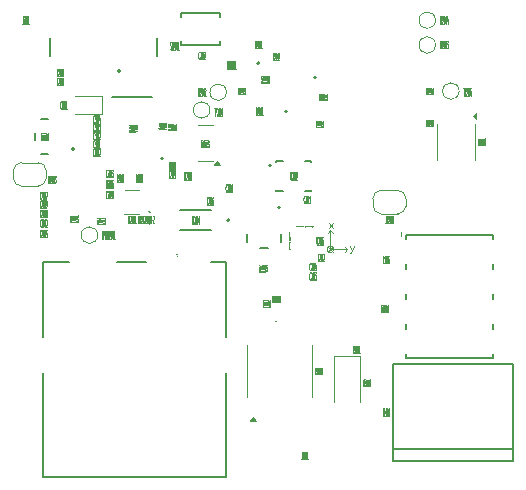
<source format=gbr>
%TF.GenerationSoftware,KiCad,Pcbnew,8.0.6*%
%TF.CreationDate,2025-09-09T16:11:23-07:00*%
%TF.ProjectId,Multimodal_Actuator_mk2,4d756c74-696d-46f6-9461-6c5f41637475,rev?*%
%TF.SameCoordinates,Original*%
%TF.FileFunction,Legend,Top*%
%TF.FilePolarity,Positive*%
%FSLAX46Y46*%
G04 Gerber Fmt 4.6, Leading zero omitted, Abs format (unit mm)*
G04 Created by KiCad (PCBNEW 8.0.6) date 2025-09-09 16:11:23*
%MOMM*%
%LPD*%
G01*
G04 APERTURE LIST*
%ADD10C,0.100000*%
%ADD11C,0.025400*%
%ADD12C,0.031750*%
%ADD13C,0.152400*%
%ADD14C,0.120000*%
%ADD15C,0.127000*%
%ADD16C,0.150000*%
%ADD17C,0.200000*%
G04 APERTURE END LIST*
D10*
X148900000Y-106200000D02*
X148700000Y-106000000D01*
X147300000Y-106000000D02*
X147500000Y-106200000D01*
X147500000Y-106200000D02*
X147500000Y-104600000D01*
X147400000Y-106300000D02*
X147500000Y-106200000D01*
X147500000Y-106200000D02*
X147700000Y-106400000D01*
X147600000Y-106300000D02*
X147500000Y-106200000D01*
X147700000Y-104800000D02*
X147500000Y-104600000D01*
X147500000Y-106200000D02*
X147700000Y-106000000D01*
X147500000Y-104600000D02*
X147300000Y-104800000D01*
X147600000Y-106100000D02*
X147500000Y-106200000D01*
X147782843Y-106200000D02*
G75*
G02*
X147217157Y-106200000I-282843J0D01*
G01*
X147217157Y-106200000D02*
G75*
G02*
X147782843Y-106200000I282843J0D01*
G01*
X148700000Y-106400000D02*
X148900000Y-106200000D01*
X147500000Y-106200000D02*
X147300000Y-106400000D01*
X147500000Y-106200000D02*
X148900000Y-106200000D01*
X147500000Y-104600000D02*
X147700000Y-104800000D01*
X149156503Y-105893754D02*
X149307693Y-106317088D01*
X149458884Y-105893754D02*
X149307693Y-106317088D01*
X149307693Y-106317088D02*
X149247217Y-106468278D01*
X149247217Y-106468278D02*
X149216979Y-106498516D01*
X149216979Y-106498516D02*
X149156503Y-106528754D01*
X147356503Y-104417088D02*
X147689122Y-103993754D01*
X147356503Y-103993754D02*
X147689122Y-104417088D01*
D11*
X133592442Y-95977594D02*
X133290061Y-96019927D01*
X133592442Y-96050165D02*
X132957442Y-96050165D01*
X132957442Y-96050165D02*
X132957442Y-96001784D01*
X132957442Y-96001784D02*
X132987680Y-95989689D01*
X132987680Y-95989689D02*
X133017918Y-95983642D01*
X133017918Y-95983642D02*
X133078394Y-95977594D01*
X133078394Y-95977594D02*
X133169108Y-95977594D01*
X133169108Y-95977594D02*
X133229584Y-95983642D01*
X133229584Y-95983642D02*
X133259823Y-95989689D01*
X133259823Y-95989689D02*
X133290061Y-96001784D01*
X133290061Y-96001784D02*
X133290061Y-96050165D01*
X133169108Y-95868737D02*
X133592442Y-95868737D01*
X132927204Y-95898975D02*
X133380775Y-95929213D01*
X133380775Y-95929213D02*
X133380775Y-95850594D01*
X132957442Y-95778023D02*
X132957442Y-95765928D01*
X132957442Y-95765928D02*
X132987680Y-95753832D01*
X132987680Y-95753832D02*
X133017918Y-95747785D01*
X133017918Y-95747785D02*
X133078394Y-95741737D01*
X133078394Y-95741737D02*
X133199346Y-95735690D01*
X133199346Y-95735690D02*
X133350537Y-95735690D01*
X133350537Y-95735690D02*
X133471489Y-95741737D01*
X133471489Y-95741737D02*
X133531965Y-95747785D01*
X133531965Y-95747785D02*
X133562204Y-95753832D01*
X133562204Y-95753832D02*
X133592442Y-95765928D01*
X133592442Y-95765928D02*
X133592442Y-95778023D01*
X133592442Y-95778023D02*
X133562204Y-95790118D01*
X133562204Y-95790118D02*
X133531965Y-95796166D01*
X133531965Y-95796166D02*
X133471489Y-95802213D01*
X133471489Y-95802213D02*
X133350537Y-95808261D01*
X133350537Y-95808261D02*
X133199346Y-95808261D01*
X133199346Y-95808261D02*
X133078394Y-95802213D01*
X133078394Y-95802213D02*
X133017918Y-95796166D01*
X133017918Y-95796166D02*
X132987680Y-95790118D01*
X132987680Y-95790118D02*
X132957442Y-95778023D01*
X132957442Y-95657071D02*
X132957442Y-95644976D01*
X132957442Y-95644976D02*
X132987680Y-95632880D01*
X132987680Y-95632880D02*
X133017918Y-95626833D01*
X133017918Y-95626833D02*
X133078394Y-95620785D01*
X133078394Y-95620785D02*
X133199346Y-95614738D01*
X133199346Y-95614738D02*
X133350537Y-95614738D01*
X133350537Y-95614738D02*
X133471489Y-95620785D01*
X133471489Y-95620785D02*
X133531965Y-95626833D01*
X133531965Y-95626833D02*
X133562204Y-95632880D01*
X133562204Y-95632880D02*
X133592442Y-95644976D01*
X133592442Y-95644976D02*
X133592442Y-95657071D01*
X133592442Y-95657071D02*
X133562204Y-95669166D01*
X133562204Y-95669166D02*
X133531965Y-95675214D01*
X133531965Y-95675214D02*
X133471489Y-95681261D01*
X133471489Y-95681261D02*
X133350537Y-95687309D01*
X133350537Y-95687309D02*
X133199346Y-95687309D01*
X133199346Y-95687309D02*
X133078394Y-95681261D01*
X133078394Y-95681261D02*
X133017918Y-95675214D01*
X133017918Y-95675214D02*
X132987680Y-95669166D01*
X132987680Y-95669166D02*
X132957442Y-95657071D01*
X132957442Y-95572405D02*
X132957442Y-95493786D01*
X132957442Y-95493786D02*
X133199346Y-95536119D01*
X133199346Y-95536119D02*
X133199346Y-95517976D01*
X133199346Y-95517976D02*
X133229584Y-95505881D01*
X133229584Y-95505881D02*
X133259823Y-95499833D01*
X133259823Y-95499833D02*
X133320299Y-95493786D01*
X133320299Y-95493786D02*
X133471489Y-95493786D01*
X133471489Y-95493786D02*
X133531965Y-95499833D01*
X133531965Y-95499833D02*
X133562204Y-95505881D01*
X133562204Y-95505881D02*
X133592442Y-95517976D01*
X133592442Y-95517976D02*
X133592442Y-95554262D01*
X133592442Y-95554262D02*
X133562204Y-95566357D01*
X133562204Y-95566357D02*
X133531965Y-95572405D01*
X156192442Y-95702594D02*
X155890061Y-95744927D01*
X156192442Y-95775165D02*
X155557442Y-95775165D01*
X155557442Y-95775165D02*
X155557442Y-95726784D01*
X155557442Y-95726784D02*
X155587680Y-95714689D01*
X155587680Y-95714689D02*
X155617918Y-95708642D01*
X155617918Y-95708642D02*
X155678394Y-95702594D01*
X155678394Y-95702594D02*
X155769108Y-95702594D01*
X155769108Y-95702594D02*
X155829584Y-95708642D01*
X155829584Y-95708642D02*
X155859823Y-95714689D01*
X155859823Y-95714689D02*
X155890061Y-95726784D01*
X155890061Y-95726784D02*
X155890061Y-95775165D01*
X155557442Y-95660261D02*
X155557442Y-95581642D01*
X155557442Y-95581642D02*
X155799346Y-95623975D01*
X155799346Y-95623975D02*
X155799346Y-95605832D01*
X155799346Y-95605832D02*
X155829584Y-95593737D01*
X155829584Y-95593737D02*
X155859823Y-95587689D01*
X155859823Y-95587689D02*
X155920299Y-95581642D01*
X155920299Y-95581642D02*
X156071489Y-95581642D01*
X156071489Y-95581642D02*
X156131965Y-95587689D01*
X156131965Y-95587689D02*
X156162204Y-95593737D01*
X156162204Y-95593737D02*
X156192442Y-95605832D01*
X156192442Y-95605832D02*
X156192442Y-95642118D01*
X156192442Y-95642118D02*
X156162204Y-95654213D01*
X156162204Y-95654213D02*
X156131965Y-95660261D01*
X155557442Y-95503023D02*
X155557442Y-95490928D01*
X155557442Y-95490928D02*
X155587680Y-95478832D01*
X155587680Y-95478832D02*
X155617918Y-95472785D01*
X155617918Y-95472785D02*
X155678394Y-95466737D01*
X155678394Y-95466737D02*
X155799346Y-95460690D01*
X155799346Y-95460690D02*
X155950537Y-95460690D01*
X155950537Y-95460690D02*
X156071489Y-95466737D01*
X156071489Y-95466737D02*
X156131965Y-95472785D01*
X156131965Y-95472785D02*
X156162204Y-95478832D01*
X156162204Y-95478832D02*
X156192442Y-95490928D01*
X156192442Y-95490928D02*
X156192442Y-95503023D01*
X156192442Y-95503023D02*
X156162204Y-95515118D01*
X156162204Y-95515118D02*
X156131965Y-95521166D01*
X156131965Y-95521166D02*
X156071489Y-95527213D01*
X156071489Y-95527213D02*
X155950537Y-95533261D01*
X155950537Y-95533261D02*
X155799346Y-95533261D01*
X155799346Y-95533261D02*
X155678394Y-95527213D01*
X155678394Y-95527213D02*
X155617918Y-95521166D01*
X155617918Y-95521166D02*
X155587680Y-95515118D01*
X155587680Y-95515118D02*
X155557442Y-95503023D01*
X155557442Y-95382071D02*
X155557442Y-95369976D01*
X155557442Y-95369976D02*
X155587680Y-95357880D01*
X155587680Y-95357880D02*
X155617918Y-95351833D01*
X155617918Y-95351833D02*
X155678394Y-95345785D01*
X155678394Y-95345785D02*
X155799346Y-95339738D01*
X155799346Y-95339738D02*
X155950537Y-95339738D01*
X155950537Y-95339738D02*
X156071489Y-95345785D01*
X156071489Y-95345785D02*
X156131965Y-95351833D01*
X156131965Y-95351833D02*
X156162204Y-95357880D01*
X156162204Y-95357880D02*
X156192442Y-95369976D01*
X156192442Y-95369976D02*
X156192442Y-95382071D01*
X156192442Y-95382071D02*
X156162204Y-95394166D01*
X156162204Y-95394166D02*
X156131965Y-95400214D01*
X156131965Y-95400214D02*
X156071489Y-95406261D01*
X156071489Y-95406261D02*
X155950537Y-95412309D01*
X155950537Y-95412309D02*
X155799346Y-95412309D01*
X155799346Y-95412309D02*
X155678394Y-95406261D01*
X155678394Y-95406261D02*
X155617918Y-95400214D01*
X155617918Y-95400214D02*
X155587680Y-95394166D01*
X155587680Y-95394166D02*
X155557442Y-95382071D01*
X155557442Y-95297405D02*
X155557442Y-95218786D01*
X155557442Y-95218786D02*
X155799346Y-95261119D01*
X155799346Y-95261119D02*
X155799346Y-95242976D01*
X155799346Y-95242976D02*
X155829584Y-95230881D01*
X155829584Y-95230881D02*
X155859823Y-95224833D01*
X155859823Y-95224833D02*
X155920299Y-95218786D01*
X155920299Y-95218786D02*
X156071489Y-95218786D01*
X156071489Y-95218786D02*
X156131965Y-95224833D01*
X156131965Y-95224833D02*
X156162204Y-95230881D01*
X156162204Y-95230881D02*
X156192442Y-95242976D01*
X156192442Y-95242976D02*
X156192442Y-95279262D01*
X156192442Y-95279262D02*
X156162204Y-95291357D01*
X156162204Y-95291357D02*
X156131965Y-95297405D01*
X145797405Y-107931965D02*
X145791357Y-107962204D01*
X145791357Y-107962204D02*
X145773215Y-107992442D01*
X145773215Y-107992442D02*
X145761119Y-107992442D01*
X145761119Y-107992442D02*
X145742976Y-107962204D01*
X145742976Y-107962204D02*
X145730881Y-107901727D01*
X145730881Y-107901727D02*
X145724834Y-107841251D01*
X145724834Y-107841251D02*
X145718786Y-107720299D01*
X145718786Y-107720299D02*
X145718786Y-107629584D01*
X145718786Y-107629584D02*
X145724834Y-107508632D01*
X145724834Y-107508632D02*
X145730881Y-107448156D01*
X145730881Y-107448156D02*
X145742976Y-107387680D01*
X145742976Y-107387680D02*
X145761119Y-107357442D01*
X145761119Y-107357442D02*
X145773215Y-107357442D01*
X145773215Y-107357442D02*
X145791357Y-107387680D01*
X145791357Y-107387680D02*
X145797405Y-107417918D01*
X145845786Y-107417918D02*
X145851834Y-107387680D01*
X145851834Y-107387680D02*
X145863929Y-107357442D01*
X145863929Y-107357442D02*
X145894167Y-107357442D01*
X145894167Y-107357442D02*
X145906262Y-107387680D01*
X145906262Y-107387680D02*
X145912310Y-107417918D01*
X145912310Y-107417918D02*
X145918357Y-107478394D01*
X145918357Y-107478394D02*
X145918357Y-107538870D01*
X145918357Y-107538870D02*
X145912310Y-107629584D01*
X145912310Y-107629584D02*
X145839738Y-107992442D01*
X145839738Y-107992442D02*
X145918357Y-107992442D01*
X145996976Y-107357442D02*
X146009071Y-107357442D01*
X146009071Y-107357442D02*
X146021167Y-107387680D01*
X146021167Y-107387680D02*
X146027214Y-107417918D01*
X146027214Y-107417918D02*
X146033262Y-107478394D01*
X146033262Y-107478394D02*
X146039309Y-107599346D01*
X146039309Y-107599346D02*
X146039309Y-107750537D01*
X146039309Y-107750537D02*
X146033262Y-107871489D01*
X146033262Y-107871489D02*
X146027214Y-107931965D01*
X146027214Y-107931965D02*
X146021167Y-107962204D01*
X146021167Y-107962204D02*
X146009071Y-107992442D01*
X146009071Y-107992442D02*
X145996976Y-107992442D01*
X145996976Y-107992442D02*
X145984881Y-107962204D01*
X145984881Y-107962204D02*
X145978833Y-107931965D01*
X145978833Y-107931965D02*
X145972786Y-107871489D01*
X145972786Y-107871489D02*
X145966738Y-107750537D01*
X145966738Y-107750537D02*
X145966738Y-107599346D01*
X145966738Y-107599346D02*
X145972786Y-107478394D01*
X145972786Y-107478394D02*
X145978833Y-107417918D01*
X145978833Y-107417918D02*
X145984881Y-107387680D01*
X145984881Y-107387680D02*
X145996976Y-107357442D01*
X146160261Y-107992442D02*
X146087690Y-107992442D01*
X146123976Y-107992442D02*
X146123976Y-107357442D01*
X146123976Y-107357442D02*
X146111880Y-107448156D01*
X146111880Y-107448156D02*
X146099785Y-107508632D01*
X146099785Y-107508632D02*
X146087690Y-107538870D01*
X146269118Y-107569108D02*
X146269118Y-107992442D01*
X146238880Y-107327204D02*
X146208642Y-107780775D01*
X146208642Y-107780775D02*
X146287261Y-107780775D01*
X151921810Y-106757442D02*
X151921810Y-107271489D01*
X151921810Y-107271489D02*
X151927857Y-107331965D01*
X151927857Y-107331965D02*
X151933905Y-107362204D01*
X151933905Y-107362204D02*
X151946000Y-107392442D01*
X151946000Y-107392442D02*
X151970191Y-107392442D01*
X151970191Y-107392442D02*
X151982286Y-107362204D01*
X151982286Y-107362204D02*
X151988333Y-107331965D01*
X151988333Y-107331965D02*
X151994381Y-107271489D01*
X151994381Y-107271489D02*
X151994381Y-106757442D01*
X152121381Y-107392442D02*
X152048810Y-107392442D01*
X152085096Y-107392442D02*
X152085096Y-106757442D01*
X152085096Y-106757442D02*
X152073000Y-106848156D01*
X152073000Y-106848156D02*
X152060905Y-106908632D01*
X152060905Y-106908632D02*
X152048810Y-106938870D01*
X152200000Y-106757442D02*
X152212095Y-106757442D01*
X152212095Y-106757442D02*
X152224191Y-106787680D01*
X152224191Y-106787680D02*
X152230238Y-106817918D01*
X152230238Y-106817918D02*
X152236286Y-106878394D01*
X152236286Y-106878394D02*
X152242333Y-106999346D01*
X152242333Y-106999346D02*
X152242333Y-107150537D01*
X152242333Y-107150537D02*
X152236286Y-107271489D01*
X152236286Y-107271489D02*
X152230238Y-107331965D01*
X152230238Y-107331965D02*
X152224191Y-107362204D01*
X152224191Y-107362204D02*
X152212095Y-107392442D01*
X152212095Y-107392442D02*
X152200000Y-107392442D01*
X152200000Y-107392442D02*
X152187905Y-107362204D01*
X152187905Y-107362204D02*
X152181857Y-107331965D01*
X152181857Y-107331965D02*
X152175810Y-107271489D01*
X152175810Y-107271489D02*
X152169762Y-107150537D01*
X152169762Y-107150537D02*
X152169762Y-106999346D01*
X152169762Y-106999346D02*
X152175810Y-106878394D01*
X152175810Y-106878394D02*
X152181857Y-106817918D01*
X152181857Y-106817918D02*
X152187905Y-106787680D01*
X152187905Y-106787680D02*
X152200000Y-106757442D01*
X152320952Y-106757442D02*
X152333047Y-106757442D01*
X152333047Y-106757442D02*
X152345143Y-106787680D01*
X152345143Y-106787680D02*
X152351190Y-106817918D01*
X152351190Y-106817918D02*
X152357238Y-106878394D01*
X152357238Y-106878394D02*
X152363285Y-106999346D01*
X152363285Y-106999346D02*
X152363285Y-107150537D01*
X152363285Y-107150537D02*
X152357238Y-107271489D01*
X152357238Y-107271489D02*
X152351190Y-107331965D01*
X152351190Y-107331965D02*
X152345143Y-107362204D01*
X152345143Y-107362204D02*
X152333047Y-107392442D01*
X152333047Y-107392442D02*
X152320952Y-107392442D01*
X152320952Y-107392442D02*
X152308857Y-107362204D01*
X152308857Y-107362204D02*
X152302809Y-107331965D01*
X152302809Y-107331965D02*
X152296762Y-107271489D01*
X152296762Y-107271489D02*
X152290714Y-107150537D01*
X152290714Y-107150537D02*
X152290714Y-106999346D01*
X152290714Y-106999346D02*
X152296762Y-106878394D01*
X152296762Y-106878394D02*
X152302809Y-106817918D01*
X152302809Y-106817918D02*
X152308857Y-106787680D01*
X152308857Y-106787680D02*
X152320952Y-106757442D01*
X152478190Y-106757442D02*
X152417714Y-106757442D01*
X152417714Y-106757442D02*
X152411666Y-107059823D01*
X152411666Y-107059823D02*
X152417714Y-107029584D01*
X152417714Y-107029584D02*
X152429809Y-106999346D01*
X152429809Y-106999346D02*
X152460047Y-106999346D01*
X152460047Y-106999346D02*
X152472142Y-107029584D01*
X152472142Y-107029584D02*
X152478190Y-107059823D01*
X152478190Y-107059823D02*
X152484237Y-107120299D01*
X152484237Y-107120299D02*
X152484237Y-107271489D01*
X152484237Y-107271489D02*
X152478190Y-107331965D01*
X152478190Y-107331965D02*
X152472142Y-107362204D01*
X152472142Y-107362204D02*
X152460047Y-107392442D01*
X152460047Y-107392442D02*
X152429809Y-107392442D01*
X152429809Y-107392442D02*
X152417714Y-107362204D01*
X152417714Y-107362204D02*
X152411666Y-107331965D01*
D12*
X153499999Y-104757112D02*
X153499999Y-104908302D01*
X153469761Y-104847826D02*
X153499999Y-104908302D01*
X153499999Y-104908302D02*
X153530238Y-104847826D01*
X153481857Y-105029254D02*
X153499999Y-104908302D01*
X153499999Y-104908302D02*
X153518142Y-105029254D01*
D11*
X123612738Y-99957442D02*
X123612738Y-100411013D01*
X123612738Y-100411013D02*
X123606691Y-100501727D01*
X123606691Y-100501727D02*
X123594595Y-100562204D01*
X123594595Y-100562204D02*
X123576453Y-100592442D01*
X123576453Y-100592442D02*
X123564357Y-100592442D01*
X123673215Y-100592442D02*
X123673215Y-99957442D01*
X123673215Y-99957442D02*
X123721596Y-99957442D01*
X123721596Y-99957442D02*
X123733691Y-99987680D01*
X123733691Y-99987680D02*
X123739738Y-100017918D01*
X123739738Y-100017918D02*
X123745786Y-100078394D01*
X123745786Y-100078394D02*
X123745786Y-100169108D01*
X123745786Y-100169108D02*
X123739738Y-100229584D01*
X123739738Y-100229584D02*
X123733691Y-100259823D01*
X123733691Y-100259823D02*
X123721596Y-100290061D01*
X123721596Y-100290061D02*
X123673215Y-100290061D01*
X123794167Y-100017918D02*
X123800215Y-99987680D01*
X123800215Y-99987680D02*
X123812310Y-99957442D01*
X123812310Y-99957442D02*
X123842548Y-99957442D01*
X123842548Y-99957442D02*
X123854643Y-99987680D01*
X123854643Y-99987680D02*
X123860691Y-100017918D01*
X123860691Y-100017918D02*
X123866738Y-100078394D01*
X123866738Y-100078394D02*
X123866738Y-100138870D01*
X123866738Y-100138870D02*
X123860691Y-100229584D01*
X123860691Y-100229584D02*
X123788119Y-100592442D01*
X123788119Y-100592442D02*
X123866738Y-100592442D01*
X123945357Y-99957442D02*
X123957452Y-99957442D01*
X123957452Y-99957442D02*
X123969548Y-99987680D01*
X123969548Y-99987680D02*
X123975595Y-100017918D01*
X123975595Y-100017918D02*
X123981643Y-100078394D01*
X123981643Y-100078394D02*
X123987690Y-100199346D01*
X123987690Y-100199346D02*
X123987690Y-100350537D01*
X123987690Y-100350537D02*
X123981643Y-100471489D01*
X123981643Y-100471489D02*
X123975595Y-100531965D01*
X123975595Y-100531965D02*
X123969548Y-100562204D01*
X123969548Y-100562204D02*
X123957452Y-100592442D01*
X123957452Y-100592442D02*
X123945357Y-100592442D01*
X123945357Y-100592442D02*
X123933262Y-100562204D01*
X123933262Y-100562204D02*
X123927214Y-100531965D01*
X123927214Y-100531965D02*
X123921167Y-100471489D01*
X123921167Y-100471489D02*
X123915119Y-100350537D01*
X123915119Y-100350537D02*
X123915119Y-100199346D01*
X123915119Y-100199346D02*
X123921167Y-100078394D01*
X123921167Y-100078394D02*
X123927214Y-100017918D01*
X123927214Y-100017918D02*
X123933262Y-99987680D01*
X123933262Y-99987680D02*
X123945357Y-99957442D01*
X124066309Y-99957442D02*
X124078404Y-99957442D01*
X124078404Y-99957442D02*
X124090500Y-99987680D01*
X124090500Y-99987680D02*
X124096547Y-100017918D01*
X124096547Y-100017918D02*
X124102595Y-100078394D01*
X124102595Y-100078394D02*
X124108642Y-100199346D01*
X124108642Y-100199346D02*
X124108642Y-100350537D01*
X124108642Y-100350537D02*
X124102595Y-100471489D01*
X124102595Y-100471489D02*
X124096547Y-100531965D01*
X124096547Y-100531965D02*
X124090500Y-100562204D01*
X124090500Y-100562204D02*
X124078404Y-100592442D01*
X124078404Y-100592442D02*
X124066309Y-100592442D01*
X124066309Y-100592442D02*
X124054214Y-100562204D01*
X124054214Y-100562204D02*
X124048166Y-100531965D01*
X124048166Y-100531965D02*
X124042119Y-100471489D01*
X124042119Y-100471489D02*
X124036071Y-100350537D01*
X124036071Y-100350537D02*
X124036071Y-100199346D01*
X124036071Y-100199346D02*
X124042119Y-100078394D01*
X124042119Y-100078394D02*
X124048166Y-100017918D01*
X124048166Y-100017918D02*
X124054214Y-99987680D01*
X124054214Y-99987680D02*
X124066309Y-99957442D01*
X124150975Y-99957442D02*
X124229594Y-99957442D01*
X124229594Y-99957442D02*
X124187261Y-100199346D01*
X124187261Y-100199346D02*
X124205404Y-100199346D01*
X124205404Y-100199346D02*
X124217499Y-100229584D01*
X124217499Y-100229584D02*
X124223547Y-100259823D01*
X124223547Y-100259823D02*
X124229594Y-100320299D01*
X124229594Y-100320299D02*
X124229594Y-100471489D01*
X124229594Y-100471489D02*
X124223547Y-100531965D01*
X124223547Y-100531965D02*
X124217499Y-100562204D01*
X124217499Y-100562204D02*
X124205404Y-100592442D01*
X124205404Y-100592442D02*
X124169118Y-100592442D01*
X124169118Y-100592442D02*
X124157023Y-100562204D01*
X124157023Y-100562204D02*
X124150975Y-100531965D01*
X146497405Y-107131965D02*
X146491357Y-107162204D01*
X146491357Y-107162204D02*
X146473215Y-107192442D01*
X146473215Y-107192442D02*
X146461119Y-107192442D01*
X146461119Y-107192442D02*
X146442976Y-107162204D01*
X146442976Y-107162204D02*
X146430881Y-107101727D01*
X146430881Y-107101727D02*
X146424834Y-107041251D01*
X146424834Y-107041251D02*
X146418786Y-106920299D01*
X146418786Y-106920299D02*
X146418786Y-106829584D01*
X146418786Y-106829584D02*
X146424834Y-106708632D01*
X146424834Y-106708632D02*
X146430881Y-106648156D01*
X146430881Y-106648156D02*
X146442976Y-106587680D01*
X146442976Y-106587680D02*
X146461119Y-106557442D01*
X146461119Y-106557442D02*
X146473215Y-106557442D01*
X146473215Y-106557442D02*
X146491357Y-106587680D01*
X146491357Y-106587680D02*
X146497405Y-106617918D01*
X146545786Y-106617918D02*
X146551834Y-106587680D01*
X146551834Y-106587680D02*
X146563929Y-106557442D01*
X146563929Y-106557442D02*
X146594167Y-106557442D01*
X146594167Y-106557442D02*
X146606262Y-106587680D01*
X146606262Y-106587680D02*
X146612310Y-106617918D01*
X146612310Y-106617918D02*
X146618357Y-106678394D01*
X146618357Y-106678394D02*
X146618357Y-106738870D01*
X146618357Y-106738870D02*
X146612310Y-106829584D01*
X146612310Y-106829584D02*
X146539738Y-107192442D01*
X146539738Y-107192442D02*
X146618357Y-107192442D01*
X146696976Y-106557442D02*
X146709071Y-106557442D01*
X146709071Y-106557442D02*
X146721167Y-106587680D01*
X146721167Y-106587680D02*
X146727214Y-106617918D01*
X146727214Y-106617918D02*
X146733262Y-106678394D01*
X146733262Y-106678394D02*
X146739309Y-106799346D01*
X146739309Y-106799346D02*
X146739309Y-106950537D01*
X146739309Y-106950537D02*
X146733262Y-107071489D01*
X146733262Y-107071489D02*
X146727214Y-107131965D01*
X146727214Y-107131965D02*
X146721167Y-107162204D01*
X146721167Y-107162204D02*
X146709071Y-107192442D01*
X146709071Y-107192442D02*
X146696976Y-107192442D01*
X146696976Y-107192442D02*
X146684881Y-107162204D01*
X146684881Y-107162204D02*
X146678833Y-107131965D01*
X146678833Y-107131965D02*
X146672786Y-107071489D01*
X146672786Y-107071489D02*
X146666738Y-106950537D01*
X146666738Y-106950537D02*
X146666738Y-106799346D01*
X146666738Y-106799346D02*
X146672786Y-106678394D01*
X146672786Y-106678394D02*
X146678833Y-106617918D01*
X146678833Y-106617918D02*
X146684881Y-106587680D01*
X146684881Y-106587680D02*
X146696976Y-106557442D01*
X146860261Y-107192442D02*
X146787690Y-107192442D01*
X146823976Y-107192442D02*
X146823976Y-106557442D01*
X146823976Y-106557442D02*
X146811880Y-106648156D01*
X146811880Y-106648156D02*
X146799785Y-106708632D01*
X146799785Y-106708632D02*
X146787690Y-106738870D01*
X146908642Y-106617918D02*
X146914690Y-106587680D01*
X146914690Y-106587680D02*
X146926785Y-106557442D01*
X146926785Y-106557442D02*
X146957023Y-106557442D01*
X146957023Y-106557442D02*
X146969118Y-106587680D01*
X146969118Y-106587680D02*
X146975166Y-106617918D01*
X146975166Y-106617918D02*
X146981213Y-106678394D01*
X146981213Y-106678394D02*
X146981213Y-106738870D01*
X146981213Y-106738870D02*
X146975166Y-106829584D01*
X146975166Y-106829584D02*
X146902594Y-107192442D01*
X146902594Y-107192442D02*
X146981213Y-107192442D01*
X145797405Y-108731965D02*
X145791357Y-108762204D01*
X145791357Y-108762204D02*
X145773215Y-108792442D01*
X145773215Y-108792442D02*
X145761119Y-108792442D01*
X145761119Y-108792442D02*
X145742976Y-108762204D01*
X145742976Y-108762204D02*
X145730881Y-108701727D01*
X145730881Y-108701727D02*
X145724834Y-108641251D01*
X145724834Y-108641251D02*
X145718786Y-108520299D01*
X145718786Y-108520299D02*
X145718786Y-108429584D01*
X145718786Y-108429584D02*
X145724834Y-108308632D01*
X145724834Y-108308632D02*
X145730881Y-108248156D01*
X145730881Y-108248156D02*
X145742976Y-108187680D01*
X145742976Y-108187680D02*
X145761119Y-108157442D01*
X145761119Y-108157442D02*
X145773215Y-108157442D01*
X145773215Y-108157442D02*
X145791357Y-108187680D01*
X145791357Y-108187680D02*
X145797405Y-108217918D01*
X145845786Y-108217918D02*
X145851834Y-108187680D01*
X145851834Y-108187680D02*
X145863929Y-108157442D01*
X145863929Y-108157442D02*
X145894167Y-108157442D01*
X145894167Y-108157442D02*
X145906262Y-108187680D01*
X145906262Y-108187680D02*
X145912310Y-108217918D01*
X145912310Y-108217918D02*
X145918357Y-108278394D01*
X145918357Y-108278394D02*
X145918357Y-108338870D01*
X145918357Y-108338870D02*
X145912310Y-108429584D01*
X145912310Y-108429584D02*
X145839738Y-108792442D01*
X145839738Y-108792442D02*
X145918357Y-108792442D01*
X145996976Y-108157442D02*
X146009071Y-108157442D01*
X146009071Y-108157442D02*
X146021167Y-108187680D01*
X146021167Y-108187680D02*
X146027214Y-108217918D01*
X146027214Y-108217918D02*
X146033262Y-108278394D01*
X146033262Y-108278394D02*
X146039309Y-108399346D01*
X146039309Y-108399346D02*
X146039309Y-108550537D01*
X146039309Y-108550537D02*
X146033262Y-108671489D01*
X146033262Y-108671489D02*
X146027214Y-108731965D01*
X146027214Y-108731965D02*
X146021167Y-108762204D01*
X146021167Y-108762204D02*
X146009071Y-108792442D01*
X146009071Y-108792442D02*
X145996976Y-108792442D01*
X145996976Y-108792442D02*
X145984881Y-108762204D01*
X145984881Y-108762204D02*
X145978833Y-108731965D01*
X145978833Y-108731965D02*
X145972786Y-108671489D01*
X145972786Y-108671489D02*
X145966738Y-108550537D01*
X145966738Y-108550537D02*
X145966738Y-108399346D01*
X145966738Y-108399346D02*
X145972786Y-108278394D01*
X145972786Y-108278394D02*
X145978833Y-108217918D01*
X145978833Y-108217918D02*
X145984881Y-108187680D01*
X145984881Y-108187680D02*
X145996976Y-108157442D01*
X146160261Y-108792442D02*
X146087690Y-108792442D01*
X146123976Y-108792442D02*
X146123976Y-108157442D01*
X146123976Y-108157442D02*
X146111880Y-108248156D01*
X146111880Y-108248156D02*
X146099785Y-108308632D01*
X146099785Y-108308632D02*
X146087690Y-108338870D01*
X146202594Y-108157442D02*
X146281213Y-108157442D01*
X146281213Y-108157442D02*
X146238880Y-108399346D01*
X146238880Y-108399346D02*
X146257023Y-108399346D01*
X146257023Y-108399346D02*
X146269118Y-108429584D01*
X146269118Y-108429584D02*
X146275166Y-108459823D01*
X146275166Y-108459823D02*
X146281213Y-108520299D01*
X146281213Y-108520299D02*
X146281213Y-108671489D01*
X146281213Y-108671489D02*
X146275166Y-108731965D01*
X146275166Y-108731965D02*
X146269118Y-108762204D01*
X146269118Y-108762204D02*
X146257023Y-108792442D01*
X146257023Y-108792442D02*
X146220737Y-108792442D01*
X146220737Y-108792442D02*
X146208642Y-108762204D01*
X146208642Y-108762204D02*
X146202594Y-108731965D01*
X151924834Y-120292442D02*
X151924834Y-119657442D01*
X151924834Y-119657442D02*
X151973215Y-119657442D01*
X151973215Y-119657442D02*
X151985310Y-119687680D01*
X151985310Y-119687680D02*
X151991357Y-119717918D01*
X151991357Y-119717918D02*
X151997405Y-119778394D01*
X151997405Y-119778394D02*
X151997405Y-119869108D01*
X151997405Y-119869108D02*
X151991357Y-119929584D01*
X151991357Y-119929584D02*
X151985310Y-119959823D01*
X151985310Y-119959823D02*
X151973215Y-119990061D01*
X151973215Y-119990061D02*
X151924834Y-119990061D01*
X152118357Y-120292442D02*
X152045786Y-120292442D01*
X152082072Y-120292442D02*
X152082072Y-119657442D01*
X152082072Y-119657442D02*
X152069976Y-119748156D01*
X152069976Y-119748156D02*
X152057881Y-119808632D01*
X152057881Y-119808632D02*
X152045786Y-119838870D01*
X152196976Y-119657442D02*
X152209071Y-119657442D01*
X152209071Y-119657442D02*
X152221167Y-119687680D01*
X152221167Y-119687680D02*
X152227214Y-119717918D01*
X152227214Y-119717918D02*
X152233262Y-119778394D01*
X152233262Y-119778394D02*
X152239309Y-119899346D01*
X152239309Y-119899346D02*
X152239309Y-120050537D01*
X152239309Y-120050537D02*
X152233262Y-120171489D01*
X152233262Y-120171489D02*
X152227214Y-120231965D01*
X152227214Y-120231965D02*
X152221167Y-120262204D01*
X152221167Y-120262204D02*
X152209071Y-120292442D01*
X152209071Y-120292442D02*
X152196976Y-120292442D01*
X152196976Y-120292442D02*
X152184881Y-120262204D01*
X152184881Y-120262204D02*
X152178833Y-120231965D01*
X152178833Y-120231965D02*
X152172786Y-120171489D01*
X152172786Y-120171489D02*
X152166738Y-120050537D01*
X152166738Y-120050537D02*
X152166738Y-119899346D01*
X152166738Y-119899346D02*
X152172786Y-119778394D01*
X152172786Y-119778394D02*
X152178833Y-119717918D01*
X152178833Y-119717918D02*
X152184881Y-119687680D01*
X152184881Y-119687680D02*
X152196976Y-119657442D01*
X152317928Y-119657442D02*
X152330023Y-119657442D01*
X152330023Y-119657442D02*
X152342119Y-119687680D01*
X152342119Y-119687680D02*
X152348166Y-119717918D01*
X152348166Y-119717918D02*
X152354214Y-119778394D01*
X152354214Y-119778394D02*
X152360261Y-119899346D01*
X152360261Y-119899346D02*
X152360261Y-120050537D01*
X152360261Y-120050537D02*
X152354214Y-120171489D01*
X152354214Y-120171489D02*
X152348166Y-120231965D01*
X152348166Y-120231965D02*
X152342119Y-120262204D01*
X152342119Y-120262204D02*
X152330023Y-120292442D01*
X152330023Y-120292442D02*
X152317928Y-120292442D01*
X152317928Y-120292442D02*
X152305833Y-120262204D01*
X152305833Y-120262204D02*
X152299785Y-120231965D01*
X152299785Y-120231965D02*
X152293738Y-120171489D01*
X152293738Y-120171489D02*
X152287690Y-120050537D01*
X152287690Y-120050537D02*
X152287690Y-119899346D01*
X152287690Y-119899346D02*
X152293738Y-119778394D01*
X152293738Y-119778394D02*
X152299785Y-119717918D01*
X152299785Y-119717918D02*
X152305833Y-119687680D01*
X152305833Y-119687680D02*
X152317928Y-119657442D01*
X152481213Y-120292442D02*
X152408642Y-120292442D01*
X152444928Y-120292442D02*
X152444928Y-119657442D01*
X152444928Y-119657442D02*
X152432832Y-119748156D01*
X152432832Y-119748156D02*
X152420737Y-119808632D01*
X152420737Y-119808632D02*
X152408642Y-119838870D01*
X141197405Y-89192442D02*
X141155072Y-88890061D01*
X141124834Y-89192442D02*
X141124834Y-88557442D01*
X141124834Y-88557442D02*
X141173215Y-88557442D01*
X141173215Y-88557442D02*
X141185310Y-88587680D01*
X141185310Y-88587680D02*
X141191357Y-88617918D01*
X141191357Y-88617918D02*
X141197405Y-88678394D01*
X141197405Y-88678394D02*
X141197405Y-88769108D01*
X141197405Y-88769108D02*
X141191357Y-88829584D01*
X141191357Y-88829584D02*
X141185310Y-88859823D01*
X141185310Y-88859823D02*
X141173215Y-88890061D01*
X141173215Y-88890061D02*
X141124834Y-88890061D01*
X141245786Y-88617918D02*
X141251834Y-88587680D01*
X141251834Y-88587680D02*
X141263929Y-88557442D01*
X141263929Y-88557442D02*
X141294167Y-88557442D01*
X141294167Y-88557442D02*
X141306262Y-88587680D01*
X141306262Y-88587680D02*
X141312310Y-88617918D01*
X141312310Y-88617918D02*
X141318357Y-88678394D01*
X141318357Y-88678394D02*
X141318357Y-88738870D01*
X141318357Y-88738870D02*
X141312310Y-88829584D01*
X141312310Y-88829584D02*
X141239738Y-89192442D01*
X141239738Y-89192442D02*
X141318357Y-89192442D01*
X141396976Y-88557442D02*
X141409071Y-88557442D01*
X141409071Y-88557442D02*
X141421167Y-88587680D01*
X141421167Y-88587680D02*
X141427214Y-88617918D01*
X141427214Y-88617918D02*
X141433262Y-88678394D01*
X141433262Y-88678394D02*
X141439309Y-88799346D01*
X141439309Y-88799346D02*
X141439309Y-88950537D01*
X141439309Y-88950537D02*
X141433262Y-89071489D01*
X141433262Y-89071489D02*
X141427214Y-89131965D01*
X141427214Y-89131965D02*
X141421167Y-89162204D01*
X141421167Y-89162204D02*
X141409071Y-89192442D01*
X141409071Y-89192442D02*
X141396976Y-89192442D01*
X141396976Y-89192442D02*
X141384881Y-89162204D01*
X141384881Y-89162204D02*
X141378833Y-89131965D01*
X141378833Y-89131965D02*
X141372786Y-89071489D01*
X141372786Y-89071489D02*
X141366738Y-88950537D01*
X141366738Y-88950537D02*
X141366738Y-88799346D01*
X141366738Y-88799346D02*
X141372786Y-88678394D01*
X141372786Y-88678394D02*
X141378833Y-88617918D01*
X141378833Y-88617918D02*
X141384881Y-88587680D01*
X141384881Y-88587680D02*
X141396976Y-88557442D01*
X141560261Y-89192442D02*
X141487690Y-89192442D01*
X141523976Y-89192442D02*
X141523976Y-88557442D01*
X141523976Y-88557442D02*
X141511880Y-88648156D01*
X141511880Y-88648156D02*
X141499785Y-88708632D01*
X141499785Y-88708632D02*
X141487690Y-88738870D01*
X141681213Y-89192442D02*
X141608642Y-89192442D01*
X141644928Y-89192442D02*
X141644928Y-88557442D01*
X141644928Y-88557442D02*
X141632832Y-88648156D01*
X141632832Y-88648156D02*
X141620737Y-88708632D01*
X141620737Y-88708632D02*
X141608642Y-88738870D01*
X145076238Y-123357442D02*
X145076238Y-123811013D01*
X145076238Y-123811013D02*
X145070191Y-123901727D01*
X145070191Y-123901727D02*
X145058095Y-123962204D01*
X145058095Y-123962204D02*
X145039953Y-123992442D01*
X145039953Y-123992442D02*
X145027857Y-123992442D01*
X145203238Y-123992442D02*
X145130667Y-123992442D01*
X145166953Y-123992442D02*
X145166953Y-123357442D01*
X145166953Y-123357442D02*
X145154857Y-123448156D01*
X145154857Y-123448156D02*
X145142762Y-123508632D01*
X145142762Y-123508632D02*
X145130667Y-123538870D01*
X145281857Y-123357442D02*
X145293952Y-123357442D01*
X145293952Y-123357442D02*
X145306048Y-123387680D01*
X145306048Y-123387680D02*
X145312095Y-123417918D01*
X145312095Y-123417918D02*
X145318143Y-123478394D01*
X145318143Y-123478394D02*
X145324190Y-123599346D01*
X145324190Y-123599346D02*
X145324190Y-123750537D01*
X145324190Y-123750537D02*
X145318143Y-123871489D01*
X145318143Y-123871489D02*
X145312095Y-123931965D01*
X145312095Y-123931965D02*
X145306048Y-123962204D01*
X145306048Y-123962204D02*
X145293952Y-123992442D01*
X145293952Y-123992442D02*
X145281857Y-123992442D01*
X145281857Y-123992442D02*
X145269762Y-123962204D01*
X145269762Y-123962204D02*
X145263714Y-123931965D01*
X145263714Y-123931965D02*
X145257667Y-123871489D01*
X145257667Y-123871489D02*
X145251619Y-123750537D01*
X145251619Y-123750537D02*
X145251619Y-123599346D01*
X145251619Y-123599346D02*
X145257667Y-123478394D01*
X145257667Y-123478394D02*
X145263714Y-123417918D01*
X145263714Y-123417918D02*
X145269762Y-123387680D01*
X145269762Y-123387680D02*
X145281857Y-123357442D01*
X145402809Y-123357442D02*
X145414904Y-123357442D01*
X145414904Y-123357442D02*
X145427000Y-123387680D01*
X145427000Y-123387680D02*
X145433047Y-123417918D01*
X145433047Y-123417918D02*
X145439095Y-123478394D01*
X145439095Y-123478394D02*
X145445142Y-123599346D01*
X145445142Y-123599346D02*
X145445142Y-123750537D01*
X145445142Y-123750537D02*
X145439095Y-123871489D01*
X145439095Y-123871489D02*
X145433047Y-123931965D01*
X145433047Y-123931965D02*
X145427000Y-123962204D01*
X145427000Y-123962204D02*
X145414904Y-123992442D01*
X145414904Y-123992442D02*
X145402809Y-123992442D01*
X145402809Y-123992442D02*
X145390714Y-123962204D01*
X145390714Y-123962204D02*
X145384666Y-123931965D01*
X145384666Y-123931965D02*
X145378619Y-123871489D01*
X145378619Y-123871489D02*
X145372571Y-123750537D01*
X145372571Y-123750537D02*
X145372571Y-123599346D01*
X145372571Y-123599346D02*
X145378619Y-123478394D01*
X145378619Y-123478394D02*
X145384666Y-123417918D01*
X145384666Y-123417918D02*
X145390714Y-123387680D01*
X145390714Y-123387680D02*
X145402809Y-123357442D01*
X145566094Y-123992442D02*
X145493523Y-123992442D01*
X145529809Y-123992442D02*
X145529809Y-123357442D01*
X145529809Y-123357442D02*
X145517713Y-123448156D01*
X145517713Y-123448156D02*
X145505618Y-123508632D01*
X145505618Y-123508632D02*
X145493523Y-123538870D01*
X134392442Y-96052594D02*
X134090061Y-96094927D01*
X134392442Y-96125165D02*
X133757442Y-96125165D01*
X133757442Y-96125165D02*
X133757442Y-96076784D01*
X133757442Y-96076784D02*
X133787680Y-96064689D01*
X133787680Y-96064689D02*
X133817918Y-96058642D01*
X133817918Y-96058642D02*
X133878394Y-96052594D01*
X133878394Y-96052594D02*
X133969108Y-96052594D01*
X133969108Y-96052594D02*
X134029584Y-96058642D01*
X134029584Y-96058642D02*
X134059823Y-96064689D01*
X134059823Y-96064689D02*
X134090061Y-96076784D01*
X134090061Y-96076784D02*
X134090061Y-96125165D01*
X133969108Y-95943737D02*
X134392442Y-95943737D01*
X133727204Y-95973975D02*
X134180775Y-96004213D01*
X134180775Y-96004213D02*
X134180775Y-95925594D01*
X133757442Y-95853023D02*
X133757442Y-95840928D01*
X133757442Y-95840928D02*
X133787680Y-95828832D01*
X133787680Y-95828832D02*
X133817918Y-95822785D01*
X133817918Y-95822785D02*
X133878394Y-95816737D01*
X133878394Y-95816737D02*
X133999346Y-95810690D01*
X133999346Y-95810690D02*
X134150537Y-95810690D01*
X134150537Y-95810690D02*
X134271489Y-95816737D01*
X134271489Y-95816737D02*
X134331965Y-95822785D01*
X134331965Y-95822785D02*
X134362204Y-95828832D01*
X134362204Y-95828832D02*
X134392442Y-95840928D01*
X134392442Y-95840928D02*
X134392442Y-95853023D01*
X134392442Y-95853023D02*
X134362204Y-95865118D01*
X134362204Y-95865118D02*
X134331965Y-95871166D01*
X134331965Y-95871166D02*
X134271489Y-95877213D01*
X134271489Y-95877213D02*
X134150537Y-95883261D01*
X134150537Y-95883261D02*
X133999346Y-95883261D01*
X133999346Y-95883261D02*
X133878394Y-95877213D01*
X133878394Y-95877213D02*
X133817918Y-95871166D01*
X133817918Y-95871166D02*
X133787680Y-95865118D01*
X133787680Y-95865118D02*
X133757442Y-95853023D01*
X133757442Y-95732071D02*
X133757442Y-95719976D01*
X133757442Y-95719976D02*
X133787680Y-95707880D01*
X133787680Y-95707880D02*
X133817918Y-95701833D01*
X133817918Y-95701833D02*
X133878394Y-95695785D01*
X133878394Y-95695785D02*
X133999346Y-95689738D01*
X133999346Y-95689738D02*
X134150537Y-95689738D01*
X134150537Y-95689738D02*
X134271489Y-95695785D01*
X134271489Y-95695785D02*
X134331965Y-95701833D01*
X134331965Y-95701833D02*
X134362204Y-95707880D01*
X134362204Y-95707880D02*
X134392442Y-95719976D01*
X134392442Y-95719976D02*
X134392442Y-95732071D01*
X134392442Y-95732071D02*
X134362204Y-95744166D01*
X134362204Y-95744166D02*
X134331965Y-95750214D01*
X134331965Y-95750214D02*
X134271489Y-95756261D01*
X134271489Y-95756261D02*
X134150537Y-95762309D01*
X134150537Y-95762309D02*
X133999346Y-95762309D01*
X133999346Y-95762309D02*
X133878394Y-95756261D01*
X133878394Y-95756261D02*
X133817918Y-95750214D01*
X133817918Y-95750214D02*
X133787680Y-95744166D01*
X133787680Y-95744166D02*
X133757442Y-95732071D01*
X133817918Y-95641357D02*
X133787680Y-95635309D01*
X133787680Y-95635309D02*
X133757442Y-95623214D01*
X133757442Y-95623214D02*
X133757442Y-95592976D01*
X133757442Y-95592976D02*
X133787680Y-95580881D01*
X133787680Y-95580881D02*
X133817918Y-95574833D01*
X133817918Y-95574833D02*
X133878394Y-95568786D01*
X133878394Y-95568786D02*
X133938870Y-95568786D01*
X133938870Y-95568786D02*
X134029584Y-95574833D01*
X134029584Y-95574833D02*
X134392442Y-95647405D01*
X134392442Y-95647405D02*
X134392442Y-95568786D01*
X122997405Y-103431965D02*
X122991357Y-103462204D01*
X122991357Y-103462204D02*
X122973215Y-103492442D01*
X122973215Y-103492442D02*
X122961119Y-103492442D01*
X122961119Y-103492442D02*
X122942976Y-103462204D01*
X122942976Y-103462204D02*
X122930881Y-103401727D01*
X122930881Y-103401727D02*
X122924834Y-103341251D01*
X122924834Y-103341251D02*
X122918786Y-103220299D01*
X122918786Y-103220299D02*
X122918786Y-103129584D01*
X122918786Y-103129584D02*
X122924834Y-103008632D01*
X122924834Y-103008632D02*
X122930881Y-102948156D01*
X122930881Y-102948156D02*
X122942976Y-102887680D01*
X122942976Y-102887680D02*
X122961119Y-102857442D01*
X122961119Y-102857442D02*
X122973215Y-102857442D01*
X122973215Y-102857442D02*
X122991357Y-102887680D01*
X122991357Y-102887680D02*
X122997405Y-102917918D01*
X123045786Y-102917918D02*
X123051834Y-102887680D01*
X123051834Y-102887680D02*
X123063929Y-102857442D01*
X123063929Y-102857442D02*
X123094167Y-102857442D01*
X123094167Y-102857442D02*
X123106262Y-102887680D01*
X123106262Y-102887680D02*
X123112310Y-102917918D01*
X123112310Y-102917918D02*
X123118357Y-102978394D01*
X123118357Y-102978394D02*
X123118357Y-103038870D01*
X123118357Y-103038870D02*
X123112310Y-103129584D01*
X123112310Y-103129584D02*
X123039738Y-103492442D01*
X123039738Y-103492442D02*
X123118357Y-103492442D01*
X123196976Y-102857442D02*
X123209071Y-102857442D01*
X123209071Y-102857442D02*
X123221167Y-102887680D01*
X123221167Y-102887680D02*
X123227214Y-102917918D01*
X123227214Y-102917918D02*
X123233262Y-102978394D01*
X123233262Y-102978394D02*
X123239309Y-103099346D01*
X123239309Y-103099346D02*
X123239309Y-103250537D01*
X123239309Y-103250537D02*
X123233262Y-103371489D01*
X123233262Y-103371489D02*
X123227214Y-103431965D01*
X123227214Y-103431965D02*
X123221167Y-103462204D01*
X123221167Y-103462204D02*
X123209071Y-103492442D01*
X123209071Y-103492442D02*
X123196976Y-103492442D01*
X123196976Y-103492442D02*
X123184881Y-103462204D01*
X123184881Y-103462204D02*
X123178833Y-103431965D01*
X123178833Y-103431965D02*
X123172786Y-103371489D01*
X123172786Y-103371489D02*
X123166738Y-103250537D01*
X123166738Y-103250537D02*
X123166738Y-103099346D01*
X123166738Y-103099346D02*
X123172786Y-102978394D01*
X123172786Y-102978394D02*
X123178833Y-102917918D01*
X123178833Y-102917918D02*
X123184881Y-102887680D01*
X123184881Y-102887680D02*
X123196976Y-102857442D01*
X123317928Y-102857442D02*
X123330023Y-102857442D01*
X123330023Y-102857442D02*
X123342119Y-102887680D01*
X123342119Y-102887680D02*
X123348166Y-102917918D01*
X123348166Y-102917918D02*
X123354214Y-102978394D01*
X123354214Y-102978394D02*
X123360261Y-103099346D01*
X123360261Y-103099346D02*
X123360261Y-103250537D01*
X123360261Y-103250537D02*
X123354214Y-103371489D01*
X123354214Y-103371489D02*
X123348166Y-103431965D01*
X123348166Y-103431965D02*
X123342119Y-103462204D01*
X123342119Y-103462204D02*
X123330023Y-103492442D01*
X123330023Y-103492442D02*
X123317928Y-103492442D01*
X123317928Y-103492442D02*
X123305833Y-103462204D01*
X123305833Y-103462204D02*
X123299785Y-103431965D01*
X123299785Y-103431965D02*
X123293738Y-103371489D01*
X123293738Y-103371489D02*
X123287690Y-103250537D01*
X123287690Y-103250537D02*
X123287690Y-103099346D01*
X123287690Y-103099346D02*
X123293738Y-102978394D01*
X123293738Y-102978394D02*
X123299785Y-102917918D01*
X123299785Y-102917918D02*
X123305833Y-102887680D01*
X123305833Y-102887680D02*
X123317928Y-102857442D01*
X123432832Y-103129584D02*
X123420737Y-103099346D01*
X123420737Y-103099346D02*
X123414690Y-103069108D01*
X123414690Y-103069108D02*
X123408642Y-103008632D01*
X123408642Y-103008632D02*
X123408642Y-102978394D01*
X123408642Y-102978394D02*
X123414690Y-102917918D01*
X123414690Y-102917918D02*
X123420737Y-102887680D01*
X123420737Y-102887680D02*
X123432832Y-102857442D01*
X123432832Y-102857442D02*
X123457023Y-102857442D01*
X123457023Y-102857442D02*
X123469118Y-102887680D01*
X123469118Y-102887680D02*
X123475166Y-102917918D01*
X123475166Y-102917918D02*
X123481213Y-102978394D01*
X123481213Y-102978394D02*
X123481213Y-103008632D01*
X123481213Y-103008632D02*
X123475166Y-103069108D01*
X123475166Y-103069108D02*
X123469118Y-103099346D01*
X123469118Y-103099346D02*
X123457023Y-103129584D01*
X123457023Y-103129584D02*
X123432832Y-103129584D01*
X123432832Y-103129584D02*
X123420737Y-103159823D01*
X123420737Y-103159823D02*
X123414690Y-103190061D01*
X123414690Y-103190061D02*
X123408642Y-103250537D01*
X123408642Y-103250537D02*
X123408642Y-103371489D01*
X123408642Y-103371489D02*
X123414690Y-103431965D01*
X123414690Y-103431965D02*
X123420737Y-103462204D01*
X123420737Y-103462204D02*
X123432832Y-103492442D01*
X123432832Y-103492442D02*
X123457023Y-103492442D01*
X123457023Y-103492442D02*
X123469118Y-103462204D01*
X123469118Y-103462204D02*
X123475166Y-103431965D01*
X123475166Y-103431965D02*
X123481213Y-103371489D01*
X123481213Y-103371489D02*
X123481213Y-103250537D01*
X123481213Y-103250537D02*
X123475166Y-103190061D01*
X123475166Y-103190061D02*
X123469118Y-103159823D01*
X123469118Y-103159823D02*
X123457023Y-103129584D01*
X127497405Y-97531965D02*
X127491357Y-97562204D01*
X127491357Y-97562204D02*
X127473215Y-97592442D01*
X127473215Y-97592442D02*
X127461119Y-97592442D01*
X127461119Y-97592442D02*
X127442976Y-97562204D01*
X127442976Y-97562204D02*
X127430881Y-97501727D01*
X127430881Y-97501727D02*
X127424834Y-97441251D01*
X127424834Y-97441251D02*
X127418786Y-97320299D01*
X127418786Y-97320299D02*
X127418786Y-97229584D01*
X127418786Y-97229584D02*
X127424834Y-97108632D01*
X127424834Y-97108632D02*
X127430881Y-97048156D01*
X127430881Y-97048156D02*
X127442976Y-96987680D01*
X127442976Y-96987680D02*
X127461119Y-96957442D01*
X127461119Y-96957442D02*
X127473215Y-96957442D01*
X127473215Y-96957442D02*
X127491357Y-96987680D01*
X127491357Y-96987680D02*
X127497405Y-97017918D01*
X127539738Y-96957442D02*
X127618357Y-96957442D01*
X127618357Y-96957442D02*
X127576024Y-97199346D01*
X127576024Y-97199346D02*
X127594167Y-97199346D01*
X127594167Y-97199346D02*
X127606262Y-97229584D01*
X127606262Y-97229584D02*
X127612310Y-97259823D01*
X127612310Y-97259823D02*
X127618357Y-97320299D01*
X127618357Y-97320299D02*
X127618357Y-97471489D01*
X127618357Y-97471489D02*
X127612310Y-97531965D01*
X127612310Y-97531965D02*
X127606262Y-97562204D01*
X127606262Y-97562204D02*
X127594167Y-97592442D01*
X127594167Y-97592442D02*
X127557881Y-97592442D01*
X127557881Y-97592442D02*
X127545786Y-97562204D01*
X127545786Y-97562204D02*
X127539738Y-97531965D01*
X127696976Y-96957442D02*
X127709071Y-96957442D01*
X127709071Y-96957442D02*
X127721167Y-96987680D01*
X127721167Y-96987680D02*
X127727214Y-97017918D01*
X127727214Y-97017918D02*
X127733262Y-97078394D01*
X127733262Y-97078394D02*
X127739309Y-97199346D01*
X127739309Y-97199346D02*
X127739309Y-97350537D01*
X127739309Y-97350537D02*
X127733262Y-97471489D01*
X127733262Y-97471489D02*
X127727214Y-97531965D01*
X127727214Y-97531965D02*
X127721167Y-97562204D01*
X127721167Y-97562204D02*
X127709071Y-97592442D01*
X127709071Y-97592442D02*
X127696976Y-97592442D01*
X127696976Y-97592442D02*
X127684881Y-97562204D01*
X127684881Y-97562204D02*
X127678833Y-97531965D01*
X127678833Y-97531965D02*
X127672786Y-97471489D01*
X127672786Y-97471489D02*
X127666738Y-97350537D01*
X127666738Y-97350537D02*
X127666738Y-97199346D01*
X127666738Y-97199346D02*
X127672786Y-97078394D01*
X127672786Y-97078394D02*
X127678833Y-97017918D01*
X127678833Y-97017918D02*
X127684881Y-96987680D01*
X127684881Y-96987680D02*
X127696976Y-96957442D01*
X127817928Y-96957442D02*
X127830023Y-96957442D01*
X127830023Y-96957442D02*
X127842119Y-96987680D01*
X127842119Y-96987680D02*
X127848166Y-97017918D01*
X127848166Y-97017918D02*
X127854214Y-97078394D01*
X127854214Y-97078394D02*
X127860261Y-97199346D01*
X127860261Y-97199346D02*
X127860261Y-97350537D01*
X127860261Y-97350537D02*
X127854214Y-97471489D01*
X127854214Y-97471489D02*
X127848166Y-97531965D01*
X127848166Y-97531965D02*
X127842119Y-97562204D01*
X127842119Y-97562204D02*
X127830023Y-97592442D01*
X127830023Y-97592442D02*
X127817928Y-97592442D01*
X127817928Y-97592442D02*
X127805833Y-97562204D01*
X127805833Y-97562204D02*
X127799785Y-97531965D01*
X127799785Y-97531965D02*
X127793738Y-97471489D01*
X127793738Y-97471489D02*
X127787690Y-97350537D01*
X127787690Y-97350537D02*
X127787690Y-97199346D01*
X127787690Y-97199346D02*
X127793738Y-97078394D01*
X127793738Y-97078394D02*
X127799785Y-97017918D01*
X127799785Y-97017918D02*
X127805833Y-96987680D01*
X127805833Y-96987680D02*
X127817928Y-96957442D01*
X127981213Y-97592442D02*
X127908642Y-97592442D01*
X127944928Y-97592442D02*
X127944928Y-96957442D01*
X127944928Y-96957442D02*
X127932832Y-97048156D01*
X127932832Y-97048156D02*
X127920737Y-97108632D01*
X127920737Y-97108632D02*
X127908642Y-97138870D01*
X140292442Y-93002594D02*
X139990061Y-93044927D01*
X140292442Y-93075165D02*
X139657442Y-93075165D01*
X139657442Y-93075165D02*
X139657442Y-93026784D01*
X139657442Y-93026784D02*
X139687680Y-93014689D01*
X139687680Y-93014689D02*
X139717918Y-93008642D01*
X139717918Y-93008642D02*
X139778394Y-93002594D01*
X139778394Y-93002594D02*
X139869108Y-93002594D01*
X139869108Y-93002594D02*
X139929584Y-93008642D01*
X139929584Y-93008642D02*
X139959823Y-93014689D01*
X139959823Y-93014689D02*
X139990061Y-93026784D01*
X139990061Y-93026784D02*
X139990061Y-93075165D01*
X139717918Y-92954213D02*
X139687680Y-92948165D01*
X139687680Y-92948165D02*
X139657442Y-92936070D01*
X139657442Y-92936070D02*
X139657442Y-92905832D01*
X139657442Y-92905832D02*
X139687680Y-92893737D01*
X139687680Y-92893737D02*
X139717918Y-92887689D01*
X139717918Y-92887689D02*
X139778394Y-92881642D01*
X139778394Y-92881642D02*
X139838870Y-92881642D01*
X139838870Y-92881642D02*
X139929584Y-92887689D01*
X139929584Y-92887689D02*
X140292442Y-92960261D01*
X140292442Y-92960261D02*
X140292442Y-92881642D01*
X139657442Y-92803023D02*
X139657442Y-92790928D01*
X139657442Y-92790928D02*
X139687680Y-92778832D01*
X139687680Y-92778832D02*
X139717918Y-92772785D01*
X139717918Y-92772785D02*
X139778394Y-92766737D01*
X139778394Y-92766737D02*
X139899346Y-92760690D01*
X139899346Y-92760690D02*
X140050537Y-92760690D01*
X140050537Y-92760690D02*
X140171489Y-92766737D01*
X140171489Y-92766737D02*
X140231965Y-92772785D01*
X140231965Y-92772785D02*
X140262204Y-92778832D01*
X140262204Y-92778832D02*
X140292442Y-92790928D01*
X140292442Y-92790928D02*
X140292442Y-92803023D01*
X140292442Y-92803023D02*
X140262204Y-92815118D01*
X140262204Y-92815118D02*
X140231965Y-92821166D01*
X140231965Y-92821166D02*
X140171489Y-92827213D01*
X140171489Y-92827213D02*
X140050537Y-92833261D01*
X140050537Y-92833261D02*
X139899346Y-92833261D01*
X139899346Y-92833261D02*
X139778394Y-92827213D01*
X139778394Y-92827213D02*
X139717918Y-92821166D01*
X139717918Y-92821166D02*
X139687680Y-92815118D01*
X139687680Y-92815118D02*
X139657442Y-92803023D01*
X139657442Y-92682071D02*
X139657442Y-92669976D01*
X139657442Y-92669976D02*
X139687680Y-92657880D01*
X139687680Y-92657880D02*
X139717918Y-92651833D01*
X139717918Y-92651833D02*
X139778394Y-92645785D01*
X139778394Y-92645785D02*
X139899346Y-92639738D01*
X139899346Y-92639738D02*
X140050537Y-92639738D01*
X140050537Y-92639738D02*
X140171489Y-92645785D01*
X140171489Y-92645785D02*
X140231965Y-92651833D01*
X140231965Y-92651833D02*
X140262204Y-92657880D01*
X140262204Y-92657880D02*
X140292442Y-92669976D01*
X140292442Y-92669976D02*
X140292442Y-92682071D01*
X140292442Y-92682071D02*
X140262204Y-92694166D01*
X140262204Y-92694166D02*
X140231965Y-92700214D01*
X140231965Y-92700214D02*
X140171489Y-92706261D01*
X140171489Y-92706261D02*
X140050537Y-92712309D01*
X140050537Y-92712309D02*
X139899346Y-92712309D01*
X139899346Y-92712309D02*
X139778394Y-92706261D01*
X139778394Y-92706261D02*
X139717918Y-92700214D01*
X139717918Y-92700214D02*
X139687680Y-92694166D01*
X139687680Y-92694166D02*
X139657442Y-92682071D01*
X139657442Y-92597405D02*
X139657442Y-92512738D01*
X139657442Y-92512738D02*
X140292442Y-92567167D01*
X127497405Y-96131965D02*
X127491357Y-96162204D01*
X127491357Y-96162204D02*
X127473215Y-96192442D01*
X127473215Y-96192442D02*
X127461119Y-96192442D01*
X127461119Y-96192442D02*
X127442976Y-96162204D01*
X127442976Y-96162204D02*
X127430881Y-96101727D01*
X127430881Y-96101727D02*
X127424834Y-96041251D01*
X127424834Y-96041251D02*
X127418786Y-95920299D01*
X127418786Y-95920299D02*
X127418786Y-95829584D01*
X127418786Y-95829584D02*
X127424834Y-95708632D01*
X127424834Y-95708632D02*
X127430881Y-95648156D01*
X127430881Y-95648156D02*
X127442976Y-95587680D01*
X127442976Y-95587680D02*
X127461119Y-95557442D01*
X127461119Y-95557442D02*
X127473215Y-95557442D01*
X127473215Y-95557442D02*
X127491357Y-95587680D01*
X127491357Y-95587680D02*
X127497405Y-95617918D01*
X127612310Y-95557442D02*
X127551834Y-95557442D01*
X127551834Y-95557442D02*
X127545786Y-95859823D01*
X127545786Y-95859823D02*
X127551834Y-95829584D01*
X127551834Y-95829584D02*
X127563929Y-95799346D01*
X127563929Y-95799346D02*
X127594167Y-95799346D01*
X127594167Y-95799346D02*
X127606262Y-95829584D01*
X127606262Y-95829584D02*
X127612310Y-95859823D01*
X127612310Y-95859823D02*
X127618357Y-95920299D01*
X127618357Y-95920299D02*
X127618357Y-96071489D01*
X127618357Y-96071489D02*
X127612310Y-96131965D01*
X127612310Y-96131965D02*
X127606262Y-96162204D01*
X127606262Y-96162204D02*
X127594167Y-96192442D01*
X127594167Y-96192442D02*
X127563929Y-96192442D01*
X127563929Y-96192442D02*
X127551834Y-96162204D01*
X127551834Y-96162204D02*
X127545786Y-96131965D01*
X127696976Y-95557442D02*
X127709071Y-95557442D01*
X127709071Y-95557442D02*
X127721167Y-95587680D01*
X127721167Y-95587680D02*
X127727214Y-95617918D01*
X127727214Y-95617918D02*
X127733262Y-95678394D01*
X127733262Y-95678394D02*
X127739309Y-95799346D01*
X127739309Y-95799346D02*
X127739309Y-95950537D01*
X127739309Y-95950537D02*
X127733262Y-96071489D01*
X127733262Y-96071489D02*
X127727214Y-96131965D01*
X127727214Y-96131965D02*
X127721167Y-96162204D01*
X127721167Y-96162204D02*
X127709071Y-96192442D01*
X127709071Y-96192442D02*
X127696976Y-96192442D01*
X127696976Y-96192442D02*
X127684881Y-96162204D01*
X127684881Y-96162204D02*
X127678833Y-96131965D01*
X127678833Y-96131965D02*
X127672786Y-96071489D01*
X127672786Y-96071489D02*
X127666738Y-95950537D01*
X127666738Y-95950537D02*
X127666738Y-95799346D01*
X127666738Y-95799346D02*
X127672786Y-95678394D01*
X127672786Y-95678394D02*
X127678833Y-95617918D01*
X127678833Y-95617918D02*
X127684881Y-95587680D01*
X127684881Y-95587680D02*
X127696976Y-95557442D01*
X127817928Y-95557442D02*
X127830023Y-95557442D01*
X127830023Y-95557442D02*
X127842119Y-95587680D01*
X127842119Y-95587680D02*
X127848166Y-95617918D01*
X127848166Y-95617918D02*
X127854214Y-95678394D01*
X127854214Y-95678394D02*
X127860261Y-95799346D01*
X127860261Y-95799346D02*
X127860261Y-95950537D01*
X127860261Y-95950537D02*
X127854214Y-96071489D01*
X127854214Y-96071489D02*
X127848166Y-96131965D01*
X127848166Y-96131965D02*
X127842119Y-96162204D01*
X127842119Y-96162204D02*
X127830023Y-96192442D01*
X127830023Y-96192442D02*
X127817928Y-96192442D01*
X127817928Y-96192442D02*
X127805833Y-96162204D01*
X127805833Y-96162204D02*
X127799785Y-96131965D01*
X127799785Y-96131965D02*
X127793738Y-96071489D01*
X127793738Y-96071489D02*
X127787690Y-95950537D01*
X127787690Y-95950537D02*
X127787690Y-95799346D01*
X127787690Y-95799346D02*
X127793738Y-95678394D01*
X127793738Y-95678394D02*
X127799785Y-95617918D01*
X127799785Y-95617918D02*
X127805833Y-95587680D01*
X127805833Y-95587680D02*
X127817928Y-95557442D01*
X127902594Y-95557442D02*
X127981213Y-95557442D01*
X127981213Y-95557442D02*
X127938880Y-95799346D01*
X127938880Y-95799346D02*
X127957023Y-95799346D01*
X127957023Y-95799346D02*
X127969118Y-95829584D01*
X127969118Y-95829584D02*
X127975166Y-95859823D01*
X127975166Y-95859823D02*
X127981213Y-95920299D01*
X127981213Y-95920299D02*
X127981213Y-96071489D01*
X127981213Y-96071489D02*
X127975166Y-96131965D01*
X127975166Y-96131965D02*
X127969118Y-96162204D01*
X127969118Y-96162204D02*
X127957023Y-96192442D01*
X127957023Y-96192442D02*
X127920737Y-96192442D01*
X127920737Y-96192442D02*
X127908642Y-96162204D01*
X127908642Y-96162204D02*
X127902594Y-96131965D01*
X126092442Y-103802594D02*
X126092442Y-103863070D01*
X126092442Y-103863070D02*
X125457442Y-103863070D01*
X125517918Y-103766308D02*
X125487680Y-103760260D01*
X125487680Y-103760260D02*
X125457442Y-103748165D01*
X125457442Y-103748165D02*
X125457442Y-103717927D01*
X125457442Y-103717927D02*
X125487680Y-103705832D01*
X125487680Y-103705832D02*
X125517918Y-103699784D01*
X125517918Y-103699784D02*
X125578394Y-103693737D01*
X125578394Y-103693737D02*
X125638870Y-103693737D01*
X125638870Y-103693737D02*
X125729584Y-103699784D01*
X125729584Y-103699784D02*
X126092442Y-103772356D01*
X126092442Y-103772356D02*
X126092442Y-103693737D01*
X125457442Y-103615118D02*
X125457442Y-103603023D01*
X125457442Y-103603023D02*
X125487680Y-103590927D01*
X125487680Y-103590927D02*
X125517918Y-103584880D01*
X125517918Y-103584880D02*
X125578394Y-103578832D01*
X125578394Y-103578832D02*
X125699346Y-103572785D01*
X125699346Y-103572785D02*
X125850537Y-103572785D01*
X125850537Y-103572785D02*
X125971489Y-103578832D01*
X125971489Y-103578832D02*
X126031965Y-103584880D01*
X126031965Y-103584880D02*
X126062204Y-103590927D01*
X126062204Y-103590927D02*
X126092442Y-103603023D01*
X126092442Y-103603023D02*
X126092442Y-103615118D01*
X126092442Y-103615118D02*
X126062204Y-103627213D01*
X126062204Y-103627213D02*
X126031965Y-103633261D01*
X126031965Y-103633261D02*
X125971489Y-103639308D01*
X125971489Y-103639308D02*
X125850537Y-103645356D01*
X125850537Y-103645356D02*
X125699346Y-103645356D01*
X125699346Y-103645356D02*
X125578394Y-103639308D01*
X125578394Y-103639308D02*
X125517918Y-103633261D01*
X125517918Y-103633261D02*
X125487680Y-103627213D01*
X125487680Y-103627213D02*
X125457442Y-103615118D01*
X125457442Y-103494166D02*
X125457442Y-103482071D01*
X125457442Y-103482071D02*
X125487680Y-103469975D01*
X125487680Y-103469975D02*
X125517918Y-103463928D01*
X125517918Y-103463928D02*
X125578394Y-103457880D01*
X125578394Y-103457880D02*
X125699346Y-103451833D01*
X125699346Y-103451833D02*
X125850537Y-103451833D01*
X125850537Y-103451833D02*
X125971489Y-103457880D01*
X125971489Y-103457880D02*
X126031965Y-103463928D01*
X126031965Y-103463928D02*
X126062204Y-103469975D01*
X126062204Y-103469975D02*
X126092442Y-103482071D01*
X126092442Y-103482071D02*
X126092442Y-103494166D01*
X126092442Y-103494166D02*
X126062204Y-103506261D01*
X126062204Y-103506261D02*
X126031965Y-103512309D01*
X126031965Y-103512309D02*
X125971489Y-103518356D01*
X125971489Y-103518356D02*
X125850537Y-103524404D01*
X125850537Y-103524404D02*
X125699346Y-103524404D01*
X125699346Y-103524404D02*
X125578394Y-103518356D01*
X125578394Y-103518356D02*
X125517918Y-103512309D01*
X125517918Y-103512309D02*
X125487680Y-103506261D01*
X125487680Y-103506261D02*
X125457442Y-103494166D01*
X126092442Y-103330881D02*
X126092442Y-103403452D01*
X126092442Y-103367166D02*
X125457442Y-103367166D01*
X125457442Y-103367166D02*
X125548156Y-103379262D01*
X125548156Y-103379262D02*
X125608632Y-103391357D01*
X125608632Y-103391357D02*
X125638870Y-103403452D01*
X143192442Y-110675165D02*
X142557442Y-110675165D01*
X142557442Y-110675165D02*
X142557442Y-110644927D01*
X142557442Y-110644927D02*
X142587680Y-110626784D01*
X142587680Y-110626784D02*
X142648156Y-110614689D01*
X142648156Y-110614689D02*
X142708632Y-110608642D01*
X142708632Y-110608642D02*
X142829584Y-110602594D01*
X142829584Y-110602594D02*
X142920299Y-110602594D01*
X142920299Y-110602594D02*
X143041251Y-110608642D01*
X143041251Y-110608642D02*
X143101727Y-110614689D01*
X143101727Y-110614689D02*
X143162204Y-110626784D01*
X143162204Y-110626784D02*
X143192442Y-110644927D01*
X143192442Y-110644927D02*
X143192442Y-110675165D01*
X142557442Y-110560261D02*
X142557442Y-110481642D01*
X142557442Y-110481642D02*
X142799346Y-110523975D01*
X142799346Y-110523975D02*
X142799346Y-110505832D01*
X142799346Y-110505832D02*
X142829584Y-110493737D01*
X142829584Y-110493737D02*
X142859823Y-110487689D01*
X142859823Y-110487689D02*
X142920299Y-110481642D01*
X142920299Y-110481642D02*
X143071489Y-110481642D01*
X143071489Y-110481642D02*
X143131965Y-110487689D01*
X143131965Y-110487689D02*
X143162204Y-110493737D01*
X143162204Y-110493737D02*
X143192442Y-110505832D01*
X143192442Y-110505832D02*
X143192442Y-110542118D01*
X143192442Y-110542118D02*
X143162204Y-110554213D01*
X143162204Y-110554213D02*
X143131965Y-110560261D01*
X142557442Y-110403023D02*
X142557442Y-110390928D01*
X142557442Y-110390928D02*
X142587680Y-110378832D01*
X142587680Y-110378832D02*
X142617918Y-110372785D01*
X142617918Y-110372785D02*
X142678394Y-110366737D01*
X142678394Y-110366737D02*
X142799346Y-110360690D01*
X142799346Y-110360690D02*
X142950537Y-110360690D01*
X142950537Y-110360690D02*
X143071489Y-110366737D01*
X143071489Y-110366737D02*
X143131965Y-110372785D01*
X143131965Y-110372785D02*
X143162204Y-110378832D01*
X143162204Y-110378832D02*
X143192442Y-110390928D01*
X143192442Y-110390928D02*
X143192442Y-110403023D01*
X143192442Y-110403023D02*
X143162204Y-110415118D01*
X143162204Y-110415118D02*
X143131965Y-110421166D01*
X143131965Y-110421166D02*
X143071489Y-110427213D01*
X143071489Y-110427213D02*
X142950537Y-110433261D01*
X142950537Y-110433261D02*
X142799346Y-110433261D01*
X142799346Y-110433261D02*
X142678394Y-110427213D01*
X142678394Y-110427213D02*
X142617918Y-110421166D01*
X142617918Y-110421166D02*
X142587680Y-110415118D01*
X142587680Y-110415118D02*
X142557442Y-110403023D01*
X142557442Y-110282071D02*
X142557442Y-110269976D01*
X142557442Y-110269976D02*
X142587680Y-110257880D01*
X142587680Y-110257880D02*
X142617918Y-110251833D01*
X142617918Y-110251833D02*
X142678394Y-110245785D01*
X142678394Y-110245785D02*
X142799346Y-110239738D01*
X142799346Y-110239738D02*
X142950537Y-110239738D01*
X142950537Y-110239738D02*
X143071489Y-110245785D01*
X143071489Y-110245785D02*
X143131965Y-110251833D01*
X143131965Y-110251833D02*
X143162204Y-110257880D01*
X143162204Y-110257880D02*
X143192442Y-110269976D01*
X143192442Y-110269976D02*
X143192442Y-110282071D01*
X143192442Y-110282071D02*
X143162204Y-110294166D01*
X143162204Y-110294166D02*
X143131965Y-110300214D01*
X143131965Y-110300214D02*
X143071489Y-110306261D01*
X143071489Y-110306261D02*
X142950537Y-110312309D01*
X142950537Y-110312309D02*
X142799346Y-110312309D01*
X142799346Y-110312309D02*
X142678394Y-110306261D01*
X142678394Y-110306261D02*
X142617918Y-110300214D01*
X142617918Y-110300214D02*
X142587680Y-110294166D01*
X142587680Y-110294166D02*
X142557442Y-110282071D01*
X143192442Y-110118786D02*
X143192442Y-110191357D01*
X143192442Y-110155071D02*
X142557442Y-110155071D01*
X142557442Y-110155071D02*
X142648156Y-110167167D01*
X142648156Y-110167167D02*
X142708632Y-110179262D01*
X142708632Y-110179262D02*
X142738870Y-110191357D01*
X128597405Y-100992442D02*
X128555072Y-100690061D01*
X128524834Y-100992442D02*
X128524834Y-100357442D01*
X128524834Y-100357442D02*
X128573215Y-100357442D01*
X128573215Y-100357442D02*
X128585310Y-100387680D01*
X128585310Y-100387680D02*
X128591357Y-100417918D01*
X128591357Y-100417918D02*
X128597405Y-100478394D01*
X128597405Y-100478394D02*
X128597405Y-100569108D01*
X128597405Y-100569108D02*
X128591357Y-100629584D01*
X128591357Y-100629584D02*
X128585310Y-100659823D01*
X128585310Y-100659823D02*
X128573215Y-100690061D01*
X128573215Y-100690061D02*
X128524834Y-100690061D01*
X128645786Y-100417918D02*
X128651834Y-100387680D01*
X128651834Y-100387680D02*
X128663929Y-100357442D01*
X128663929Y-100357442D02*
X128694167Y-100357442D01*
X128694167Y-100357442D02*
X128706262Y-100387680D01*
X128706262Y-100387680D02*
X128712310Y-100417918D01*
X128712310Y-100417918D02*
X128718357Y-100478394D01*
X128718357Y-100478394D02*
X128718357Y-100538870D01*
X128718357Y-100538870D02*
X128712310Y-100629584D01*
X128712310Y-100629584D02*
X128639738Y-100992442D01*
X128639738Y-100992442D02*
X128718357Y-100992442D01*
X128796976Y-100357442D02*
X128809071Y-100357442D01*
X128809071Y-100357442D02*
X128821167Y-100387680D01*
X128821167Y-100387680D02*
X128827214Y-100417918D01*
X128827214Y-100417918D02*
X128833262Y-100478394D01*
X128833262Y-100478394D02*
X128839309Y-100599346D01*
X128839309Y-100599346D02*
X128839309Y-100750537D01*
X128839309Y-100750537D02*
X128833262Y-100871489D01*
X128833262Y-100871489D02*
X128827214Y-100931965D01*
X128827214Y-100931965D02*
X128821167Y-100962204D01*
X128821167Y-100962204D02*
X128809071Y-100992442D01*
X128809071Y-100992442D02*
X128796976Y-100992442D01*
X128796976Y-100992442D02*
X128784881Y-100962204D01*
X128784881Y-100962204D02*
X128778833Y-100931965D01*
X128778833Y-100931965D02*
X128772786Y-100871489D01*
X128772786Y-100871489D02*
X128766738Y-100750537D01*
X128766738Y-100750537D02*
X128766738Y-100599346D01*
X128766738Y-100599346D02*
X128772786Y-100478394D01*
X128772786Y-100478394D02*
X128778833Y-100417918D01*
X128778833Y-100417918D02*
X128784881Y-100387680D01*
X128784881Y-100387680D02*
X128796976Y-100357442D01*
X128917928Y-100357442D02*
X128930023Y-100357442D01*
X128930023Y-100357442D02*
X128942119Y-100387680D01*
X128942119Y-100387680D02*
X128948166Y-100417918D01*
X128948166Y-100417918D02*
X128954214Y-100478394D01*
X128954214Y-100478394D02*
X128960261Y-100599346D01*
X128960261Y-100599346D02*
X128960261Y-100750537D01*
X128960261Y-100750537D02*
X128954214Y-100871489D01*
X128954214Y-100871489D02*
X128948166Y-100931965D01*
X128948166Y-100931965D02*
X128942119Y-100962204D01*
X128942119Y-100962204D02*
X128930023Y-100992442D01*
X128930023Y-100992442D02*
X128917928Y-100992442D01*
X128917928Y-100992442D02*
X128905833Y-100962204D01*
X128905833Y-100962204D02*
X128899785Y-100931965D01*
X128899785Y-100931965D02*
X128893738Y-100871489D01*
X128893738Y-100871489D02*
X128887690Y-100750537D01*
X128887690Y-100750537D02*
X128887690Y-100599346D01*
X128887690Y-100599346D02*
X128893738Y-100478394D01*
X128893738Y-100478394D02*
X128899785Y-100417918D01*
X128899785Y-100417918D02*
X128905833Y-100387680D01*
X128905833Y-100387680D02*
X128917928Y-100357442D01*
X129069118Y-100357442D02*
X129044928Y-100357442D01*
X129044928Y-100357442D02*
X129032832Y-100387680D01*
X129032832Y-100387680D02*
X129026785Y-100417918D01*
X129026785Y-100417918D02*
X129014690Y-100508632D01*
X129014690Y-100508632D02*
X129008642Y-100629584D01*
X129008642Y-100629584D02*
X129008642Y-100871489D01*
X129008642Y-100871489D02*
X129014690Y-100931965D01*
X129014690Y-100931965D02*
X129020737Y-100962204D01*
X129020737Y-100962204D02*
X129032832Y-100992442D01*
X129032832Y-100992442D02*
X129057023Y-100992442D01*
X129057023Y-100992442D02*
X129069118Y-100962204D01*
X129069118Y-100962204D02*
X129075166Y-100931965D01*
X129075166Y-100931965D02*
X129081213Y-100871489D01*
X129081213Y-100871489D02*
X129081213Y-100720299D01*
X129081213Y-100720299D02*
X129075166Y-100659823D01*
X129075166Y-100659823D02*
X129069118Y-100629584D01*
X129069118Y-100629584D02*
X129057023Y-100599346D01*
X129057023Y-100599346D02*
X129032832Y-100599346D01*
X129032832Y-100599346D02*
X129020737Y-100629584D01*
X129020737Y-100629584D02*
X129014690Y-100659823D01*
X129014690Y-100659823D02*
X129008642Y-100720299D01*
X144113810Y-99657442D02*
X144113810Y-100171489D01*
X144113810Y-100171489D02*
X144119857Y-100231965D01*
X144119857Y-100231965D02*
X144125905Y-100262204D01*
X144125905Y-100262204D02*
X144138000Y-100292442D01*
X144138000Y-100292442D02*
X144162191Y-100292442D01*
X144162191Y-100292442D02*
X144174286Y-100262204D01*
X144174286Y-100262204D02*
X144180333Y-100231965D01*
X144180333Y-100231965D02*
X144186381Y-100171489D01*
X144186381Y-100171489D02*
X144186381Y-99657442D01*
X144240810Y-99717918D02*
X144246858Y-99687680D01*
X144246858Y-99687680D02*
X144258953Y-99657442D01*
X144258953Y-99657442D02*
X144289191Y-99657442D01*
X144289191Y-99657442D02*
X144301286Y-99687680D01*
X144301286Y-99687680D02*
X144307334Y-99717918D01*
X144307334Y-99717918D02*
X144313381Y-99778394D01*
X144313381Y-99778394D02*
X144313381Y-99838870D01*
X144313381Y-99838870D02*
X144307334Y-99929584D01*
X144307334Y-99929584D02*
X144234762Y-100292442D01*
X144234762Y-100292442D02*
X144313381Y-100292442D01*
X144392000Y-99657442D02*
X144404095Y-99657442D01*
X144404095Y-99657442D02*
X144416191Y-99687680D01*
X144416191Y-99687680D02*
X144422238Y-99717918D01*
X144422238Y-99717918D02*
X144428286Y-99778394D01*
X144428286Y-99778394D02*
X144434333Y-99899346D01*
X144434333Y-99899346D02*
X144434333Y-100050537D01*
X144434333Y-100050537D02*
X144428286Y-100171489D01*
X144428286Y-100171489D02*
X144422238Y-100231965D01*
X144422238Y-100231965D02*
X144416191Y-100262204D01*
X144416191Y-100262204D02*
X144404095Y-100292442D01*
X144404095Y-100292442D02*
X144392000Y-100292442D01*
X144392000Y-100292442D02*
X144379905Y-100262204D01*
X144379905Y-100262204D02*
X144373857Y-100231965D01*
X144373857Y-100231965D02*
X144367810Y-100171489D01*
X144367810Y-100171489D02*
X144361762Y-100050537D01*
X144361762Y-100050537D02*
X144361762Y-99899346D01*
X144361762Y-99899346D02*
X144367810Y-99778394D01*
X144367810Y-99778394D02*
X144373857Y-99717918D01*
X144373857Y-99717918D02*
X144379905Y-99687680D01*
X144379905Y-99687680D02*
X144392000Y-99657442D01*
X144512952Y-99657442D02*
X144525047Y-99657442D01*
X144525047Y-99657442D02*
X144537143Y-99687680D01*
X144537143Y-99687680D02*
X144543190Y-99717918D01*
X144543190Y-99717918D02*
X144549238Y-99778394D01*
X144549238Y-99778394D02*
X144555285Y-99899346D01*
X144555285Y-99899346D02*
X144555285Y-100050537D01*
X144555285Y-100050537D02*
X144549238Y-100171489D01*
X144549238Y-100171489D02*
X144543190Y-100231965D01*
X144543190Y-100231965D02*
X144537143Y-100262204D01*
X144537143Y-100262204D02*
X144525047Y-100292442D01*
X144525047Y-100292442D02*
X144512952Y-100292442D01*
X144512952Y-100292442D02*
X144500857Y-100262204D01*
X144500857Y-100262204D02*
X144494809Y-100231965D01*
X144494809Y-100231965D02*
X144488762Y-100171489D01*
X144488762Y-100171489D02*
X144482714Y-100050537D01*
X144482714Y-100050537D02*
X144482714Y-99899346D01*
X144482714Y-99899346D02*
X144488762Y-99778394D01*
X144488762Y-99778394D02*
X144494809Y-99717918D01*
X144494809Y-99717918D02*
X144500857Y-99687680D01*
X144500857Y-99687680D02*
X144512952Y-99657442D01*
X144603666Y-99717918D02*
X144609714Y-99687680D01*
X144609714Y-99687680D02*
X144621809Y-99657442D01*
X144621809Y-99657442D02*
X144652047Y-99657442D01*
X144652047Y-99657442D02*
X144664142Y-99687680D01*
X144664142Y-99687680D02*
X144670190Y-99717918D01*
X144670190Y-99717918D02*
X144676237Y-99778394D01*
X144676237Y-99778394D02*
X144676237Y-99838870D01*
X144676237Y-99838870D02*
X144670190Y-99929584D01*
X144670190Y-99929584D02*
X144597618Y-100292442D01*
X144597618Y-100292442D02*
X144676237Y-100292442D01*
X152212738Y-103357442D02*
X152212738Y-103811013D01*
X152212738Y-103811013D02*
X152206691Y-103901727D01*
X152206691Y-103901727D02*
X152194595Y-103962204D01*
X152194595Y-103962204D02*
X152176453Y-103992442D01*
X152176453Y-103992442D02*
X152164357Y-103992442D01*
X152273215Y-103992442D02*
X152273215Y-103357442D01*
X152273215Y-103357442D02*
X152321596Y-103357442D01*
X152321596Y-103357442D02*
X152333691Y-103387680D01*
X152333691Y-103387680D02*
X152339738Y-103417918D01*
X152339738Y-103417918D02*
X152345786Y-103478394D01*
X152345786Y-103478394D02*
X152345786Y-103569108D01*
X152345786Y-103569108D02*
X152339738Y-103629584D01*
X152339738Y-103629584D02*
X152333691Y-103659823D01*
X152333691Y-103659823D02*
X152321596Y-103690061D01*
X152321596Y-103690061D02*
X152273215Y-103690061D01*
X152394167Y-103417918D02*
X152400215Y-103387680D01*
X152400215Y-103387680D02*
X152412310Y-103357442D01*
X152412310Y-103357442D02*
X152442548Y-103357442D01*
X152442548Y-103357442D02*
X152454643Y-103387680D01*
X152454643Y-103387680D02*
X152460691Y-103417918D01*
X152460691Y-103417918D02*
X152466738Y-103478394D01*
X152466738Y-103478394D02*
X152466738Y-103538870D01*
X152466738Y-103538870D02*
X152460691Y-103629584D01*
X152460691Y-103629584D02*
X152388119Y-103992442D01*
X152388119Y-103992442D02*
X152466738Y-103992442D01*
X152545357Y-103357442D02*
X152557452Y-103357442D01*
X152557452Y-103357442D02*
X152569548Y-103387680D01*
X152569548Y-103387680D02*
X152575595Y-103417918D01*
X152575595Y-103417918D02*
X152581643Y-103478394D01*
X152581643Y-103478394D02*
X152587690Y-103599346D01*
X152587690Y-103599346D02*
X152587690Y-103750537D01*
X152587690Y-103750537D02*
X152581643Y-103871489D01*
X152581643Y-103871489D02*
X152575595Y-103931965D01*
X152575595Y-103931965D02*
X152569548Y-103962204D01*
X152569548Y-103962204D02*
X152557452Y-103992442D01*
X152557452Y-103992442D02*
X152545357Y-103992442D01*
X152545357Y-103992442D02*
X152533262Y-103962204D01*
X152533262Y-103962204D02*
X152527214Y-103931965D01*
X152527214Y-103931965D02*
X152521167Y-103871489D01*
X152521167Y-103871489D02*
X152515119Y-103750537D01*
X152515119Y-103750537D02*
X152515119Y-103599346D01*
X152515119Y-103599346D02*
X152521167Y-103478394D01*
X152521167Y-103478394D02*
X152527214Y-103417918D01*
X152527214Y-103417918D02*
X152533262Y-103387680D01*
X152533262Y-103387680D02*
X152545357Y-103357442D01*
X152666309Y-103357442D02*
X152678404Y-103357442D01*
X152678404Y-103357442D02*
X152690500Y-103387680D01*
X152690500Y-103387680D02*
X152696547Y-103417918D01*
X152696547Y-103417918D02*
X152702595Y-103478394D01*
X152702595Y-103478394D02*
X152708642Y-103599346D01*
X152708642Y-103599346D02*
X152708642Y-103750537D01*
X152708642Y-103750537D02*
X152702595Y-103871489D01*
X152702595Y-103871489D02*
X152696547Y-103931965D01*
X152696547Y-103931965D02*
X152690500Y-103962204D01*
X152690500Y-103962204D02*
X152678404Y-103992442D01*
X152678404Y-103992442D02*
X152666309Y-103992442D01*
X152666309Y-103992442D02*
X152654214Y-103962204D01*
X152654214Y-103962204D02*
X152648166Y-103931965D01*
X152648166Y-103931965D02*
X152642119Y-103871489D01*
X152642119Y-103871489D02*
X152636071Y-103750537D01*
X152636071Y-103750537D02*
X152636071Y-103599346D01*
X152636071Y-103599346D02*
X152642119Y-103478394D01*
X152642119Y-103478394D02*
X152648166Y-103417918D01*
X152648166Y-103417918D02*
X152654214Y-103387680D01*
X152654214Y-103387680D02*
X152666309Y-103357442D01*
X152829594Y-103992442D02*
X152757023Y-103992442D01*
X152793309Y-103992442D02*
X152793309Y-103357442D01*
X152793309Y-103357442D02*
X152781213Y-103448156D01*
X152781213Y-103448156D02*
X152769118Y-103508632D01*
X152769118Y-103508632D02*
X152757023Y-103538870D01*
X146157442Y-116778189D02*
X146671489Y-116778189D01*
X146671489Y-116778189D02*
X146731965Y-116772142D01*
X146731965Y-116772142D02*
X146762204Y-116766094D01*
X146762204Y-116766094D02*
X146792442Y-116753999D01*
X146792442Y-116753999D02*
X146792442Y-116729808D01*
X146792442Y-116729808D02*
X146762204Y-116717713D01*
X146762204Y-116717713D02*
X146731965Y-116711666D01*
X146731965Y-116711666D02*
X146671489Y-116705618D01*
X146671489Y-116705618D02*
X146157442Y-116705618D01*
X146157442Y-116584665D02*
X146157442Y-116645141D01*
X146157442Y-116645141D02*
X146459823Y-116651189D01*
X146459823Y-116651189D02*
X146429584Y-116645141D01*
X146429584Y-116645141D02*
X146399346Y-116633046D01*
X146399346Y-116633046D02*
X146399346Y-116602808D01*
X146399346Y-116602808D02*
X146429584Y-116590713D01*
X146429584Y-116590713D02*
X146459823Y-116584665D01*
X146459823Y-116584665D02*
X146520299Y-116578618D01*
X146520299Y-116578618D02*
X146671489Y-116578618D01*
X146671489Y-116578618D02*
X146731965Y-116584665D01*
X146731965Y-116584665D02*
X146762204Y-116590713D01*
X146762204Y-116590713D02*
X146792442Y-116602808D01*
X146792442Y-116602808D02*
X146792442Y-116633046D01*
X146792442Y-116633046D02*
X146762204Y-116645141D01*
X146762204Y-116645141D02*
X146731965Y-116651189D01*
X146157442Y-116499999D02*
X146157442Y-116487904D01*
X146157442Y-116487904D02*
X146187680Y-116475808D01*
X146187680Y-116475808D02*
X146217918Y-116469761D01*
X146217918Y-116469761D02*
X146278394Y-116463713D01*
X146278394Y-116463713D02*
X146399346Y-116457666D01*
X146399346Y-116457666D02*
X146550537Y-116457666D01*
X146550537Y-116457666D02*
X146671489Y-116463713D01*
X146671489Y-116463713D02*
X146731965Y-116469761D01*
X146731965Y-116469761D02*
X146762204Y-116475808D01*
X146762204Y-116475808D02*
X146792442Y-116487904D01*
X146792442Y-116487904D02*
X146792442Y-116499999D01*
X146792442Y-116499999D02*
X146762204Y-116512094D01*
X146762204Y-116512094D02*
X146731965Y-116518142D01*
X146731965Y-116518142D02*
X146671489Y-116524189D01*
X146671489Y-116524189D02*
X146550537Y-116530237D01*
X146550537Y-116530237D02*
X146399346Y-116530237D01*
X146399346Y-116530237D02*
X146278394Y-116524189D01*
X146278394Y-116524189D02*
X146217918Y-116518142D01*
X146217918Y-116518142D02*
X146187680Y-116512094D01*
X146187680Y-116512094D02*
X146157442Y-116499999D01*
X146157442Y-116379047D02*
X146157442Y-116366952D01*
X146157442Y-116366952D02*
X146187680Y-116354856D01*
X146187680Y-116354856D02*
X146217918Y-116348809D01*
X146217918Y-116348809D02*
X146278394Y-116342761D01*
X146278394Y-116342761D02*
X146399346Y-116336714D01*
X146399346Y-116336714D02*
X146550537Y-116336714D01*
X146550537Y-116336714D02*
X146671489Y-116342761D01*
X146671489Y-116342761D02*
X146731965Y-116348809D01*
X146731965Y-116348809D02*
X146762204Y-116354856D01*
X146762204Y-116354856D02*
X146792442Y-116366952D01*
X146792442Y-116366952D02*
X146792442Y-116379047D01*
X146792442Y-116379047D02*
X146762204Y-116391142D01*
X146762204Y-116391142D02*
X146731965Y-116397190D01*
X146731965Y-116397190D02*
X146671489Y-116403237D01*
X146671489Y-116403237D02*
X146550537Y-116409285D01*
X146550537Y-116409285D02*
X146399346Y-116409285D01*
X146399346Y-116409285D02*
X146278394Y-116403237D01*
X146278394Y-116403237D02*
X146217918Y-116397190D01*
X146217918Y-116397190D02*
X146187680Y-116391142D01*
X146187680Y-116391142D02*
X146157442Y-116379047D01*
X146792442Y-116215762D02*
X146792442Y-116288333D01*
X146792442Y-116252047D02*
X146157442Y-116252047D01*
X146157442Y-116252047D02*
X146248156Y-116264143D01*
X146248156Y-116264143D02*
X146308632Y-116276238D01*
X146308632Y-116276238D02*
X146338870Y-116288333D01*
X128597405Y-100031965D02*
X128591357Y-100062204D01*
X128591357Y-100062204D02*
X128573215Y-100092442D01*
X128573215Y-100092442D02*
X128561119Y-100092442D01*
X128561119Y-100092442D02*
X128542976Y-100062204D01*
X128542976Y-100062204D02*
X128530881Y-100001727D01*
X128530881Y-100001727D02*
X128524834Y-99941251D01*
X128524834Y-99941251D02*
X128518786Y-99820299D01*
X128518786Y-99820299D02*
X128518786Y-99729584D01*
X128518786Y-99729584D02*
X128524834Y-99608632D01*
X128524834Y-99608632D02*
X128530881Y-99548156D01*
X128530881Y-99548156D02*
X128542976Y-99487680D01*
X128542976Y-99487680D02*
X128561119Y-99457442D01*
X128561119Y-99457442D02*
X128573215Y-99457442D01*
X128573215Y-99457442D02*
X128591357Y-99487680D01*
X128591357Y-99487680D02*
X128597405Y-99517918D01*
X128645786Y-99517918D02*
X128651834Y-99487680D01*
X128651834Y-99487680D02*
X128663929Y-99457442D01*
X128663929Y-99457442D02*
X128694167Y-99457442D01*
X128694167Y-99457442D02*
X128706262Y-99487680D01*
X128706262Y-99487680D02*
X128712310Y-99517918D01*
X128712310Y-99517918D02*
X128718357Y-99578394D01*
X128718357Y-99578394D02*
X128718357Y-99638870D01*
X128718357Y-99638870D02*
X128712310Y-99729584D01*
X128712310Y-99729584D02*
X128639738Y-100092442D01*
X128639738Y-100092442D02*
X128718357Y-100092442D01*
X128796976Y-99457442D02*
X128809071Y-99457442D01*
X128809071Y-99457442D02*
X128821167Y-99487680D01*
X128821167Y-99487680D02*
X128827214Y-99517918D01*
X128827214Y-99517918D02*
X128833262Y-99578394D01*
X128833262Y-99578394D02*
X128839309Y-99699346D01*
X128839309Y-99699346D02*
X128839309Y-99850537D01*
X128839309Y-99850537D02*
X128833262Y-99971489D01*
X128833262Y-99971489D02*
X128827214Y-100031965D01*
X128827214Y-100031965D02*
X128821167Y-100062204D01*
X128821167Y-100062204D02*
X128809071Y-100092442D01*
X128809071Y-100092442D02*
X128796976Y-100092442D01*
X128796976Y-100092442D02*
X128784881Y-100062204D01*
X128784881Y-100062204D02*
X128778833Y-100031965D01*
X128778833Y-100031965D02*
X128772786Y-99971489D01*
X128772786Y-99971489D02*
X128766738Y-99850537D01*
X128766738Y-99850537D02*
X128766738Y-99699346D01*
X128766738Y-99699346D02*
X128772786Y-99578394D01*
X128772786Y-99578394D02*
X128778833Y-99517918D01*
X128778833Y-99517918D02*
X128784881Y-99487680D01*
X128784881Y-99487680D02*
X128796976Y-99457442D01*
X128917928Y-99457442D02*
X128930023Y-99457442D01*
X128930023Y-99457442D02*
X128942119Y-99487680D01*
X128942119Y-99487680D02*
X128948166Y-99517918D01*
X128948166Y-99517918D02*
X128954214Y-99578394D01*
X128954214Y-99578394D02*
X128960261Y-99699346D01*
X128960261Y-99699346D02*
X128960261Y-99850537D01*
X128960261Y-99850537D02*
X128954214Y-99971489D01*
X128954214Y-99971489D02*
X128948166Y-100031965D01*
X128948166Y-100031965D02*
X128942119Y-100062204D01*
X128942119Y-100062204D02*
X128930023Y-100092442D01*
X128930023Y-100092442D02*
X128917928Y-100092442D01*
X128917928Y-100092442D02*
X128905833Y-100062204D01*
X128905833Y-100062204D02*
X128899785Y-100031965D01*
X128899785Y-100031965D02*
X128893738Y-99971489D01*
X128893738Y-99971489D02*
X128887690Y-99850537D01*
X128887690Y-99850537D02*
X128887690Y-99699346D01*
X128887690Y-99699346D02*
X128893738Y-99578394D01*
X128893738Y-99578394D02*
X128899785Y-99517918D01*
X128899785Y-99517918D02*
X128905833Y-99487680D01*
X128905833Y-99487680D02*
X128917928Y-99457442D01*
X129002594Y-99457442D02*
X129081213Y-99457442D01*
X129081213Y-99457442D02*
X129038880Y-99699346D01*
X129038880Y-99699346D02*
X129057023Y-99699346D01*
X129057023Y-99699346D02*
X129069118Y-99729584D01*
X129069118Y-99729584D02*
X129075166Y-99759823D01*
X129075166Y-99759823D02*
X129081213Y-99820299D01*
X129081213Y-99820299D02*
X129081213Y-99971489D01*
X129081213Y-99971489D02*
X129075166Y-100031965D01*
X129075166Y-100031965D02*
X129069118Y-100062204D01*
X129069118Y-100062204D02*
X129057023Y-100092442D01*
X129057023Y-100092442D02*
X129020737Y-100092442D01*
X129020737Y-100092442D02*
X129008642Y-100062204D01*
X129008642Y-100062204D02*
X129002594Y-100031965D01*
X138697405Y-101281965D02*
X138691357Y-101312204D01*
X138691357Y-101312204D02*
X138673215Y-101342442D01*
X138673215Y-101342442D02*
X138661119Y-101342442D01*
X138661119Y-101342442D02*
X138642976Y-101312204D01*
X138642976Y-101312204D02*
X138630881Y-101251727D01*
X138630881Y-101251727D02*
X138624834Y-101191251D01*
X138624834Y-101191251D02*
X138618786Y-101070299D01*
X138618786Y-101070299D02*
X138618786Y-100979584D01*
X138618786Y-100979584D02*
X138624834Y-100858632D01*
X138624834Y-100858632D02*
X138630881Y-100798156D01*
X138630881Y-100798156D02*
X138642976Y-100737680D01*
X138642976Y-100737680D02*
X138661119Y-100707442D01*
X138661119Y-100707442D02*
X138673215Y-100707442D01*
X138673215Y-100707442D02*
X138691357Y-100737680D01*
X138691357Y-100737680D02*
X138697405Y-100767918D01*
X138745786Y-100767918D02*
X138751834Y-100737680D01*
X138751834Y-100737680D02*
X138763929Y-100707442D01*
X138763929Y-100707442D02*
X138794167Y-100707442D01*
X138794167Y-100707442D02*
X138806262Y-100737680D01*
X138806262Y-100737680D02*
X138812310Y-100767918D01*
X138812310Y-100767918D02*
X138818357Y-100828394D01*
X138818357Y-100828394D02*
X138818357Y-100888870D01*
X138818357Y-100888870D02*
X138812310Y-100979584D01*
X138812310Y-100979584D02*
X138739738Y-101342442D01*
X138739738Y-101342442D02*
X138818357Y-101342442D01*
X138896976Y-100707442D02*
X138909071Y-100707442D01*
X138909071Y-100707442D02*
X138921167Y-100737680D01*
X138921167Y-100737680D02*
X138927214Y-100767918D01*
X138927214Y-100767918D02*
X138933262Y-100828394D01*
X138933262Y-100828394D02*
X138939309Y-100949346D01*
X138939309Y-100949346D02*
X138939309Y-101100537D01*
X138939309Y-101100537D02*
X138933262Y-101221489D01*
X138933262Y-101221489D02*
X138927214Y-101281965D01*
X138927214Y-101281965D02*
X138921167Y-101312204D01*
X138921167Y-101312204D02*
X138909071Y-101342442D01*
X138909071Y-101342442D02*
X138896976Y-101342442D01*
X138896976Y-101342442D02*
X138884881Y-101312204D01*
X138884881Y-101312204D02*
X138878833Y-101281965D01*
X138878833Y-101281965D02*
X138872786Y-101221489D01*
X138872786Y-101221489D02*
X138866738Y-101100537D01*
X138866738Y-101100537D02*
X138866738Y-100949346D01*
X138866738Y-100949346D02*
X138872786Y-100828394D01*
X138872786Y-100828394D02*
X138878833Y-100767918D01*
X138878833Y-100767918D02*
X138884881Y-100737680D01*
X138884881Y-100737680D02*
X138896976Y-100707442D01*
X139060261Y-101342442D02*
X138987690Y-101342442D01*
X139023976Y-101342442D02*
X139023976Y-100707442D01*
X139023976Y-100707442D02*
X139011880Y-100798156D01*
X139011880Y-100798156D02*
X138999785Y-100858632D01*
X138999785Y-100858632D02*
X138987690Y-100888870D01*
X139138880Y-100707442D02*
X139150975Y-100707442D01*
X139150975Y-100707442D02*
X139163071Y-100737680D01*
X139163071Y-100737680D02*
X139169118Y-100767918D01*
X139169118Y-100767918D02*
X139175166Y-100828394D01*
X139175166Y-100828394D02*
X139181213Y-100949346D01*
X139181213Y-100949346D02*
X139181213Y-101100537D01*
X139181213Y-101100537D02*
X139175166Y-101221489D01*
X139175166Y-101221489D02*
X139169118Y-101281965D01*
X139169118Y-101281965D02*
X139163071Y-101312204D01*
X139163071Y-101312204D02*
X139150975Y-101342442D01*
X139150975Y-101342442D02*
X139138880Y-101342442D01*
X139138880Y-101342442D02*
X139126785Y-101312204D01*
X139126785Y-101312204D02*
X139120737Y-101281965D01*
X139120737Y-101281965D02*
X139114690Y-101221489D01*
X139114690Y-101221489D02*
X139108642Y-101100537D01*
X139108642Y-101100537D02*
X139108642Y-100949346D01*
X139108642Y-100949346D02*
X139114690Y-100828394D01*
X139114690Y-100828394D02*
X139120737Y-100767918D01*
X139120737Y-100767918D02*
X139126785Y-100737680D01*
X139126785Y-100737680D02*
X139138880Y-100707442D01*
X130394596Y-103992442D02*
X130394596Y-103357442D01*
X130527643Y-103931965D02*
X130521595Y-103962204D01*
X130521595Y-103962204D02*
X130503453Y-103992442D01*
X130503453Y-103992442D02*
X130491357Y-103992442D01*
X130491357Y-103992442D02*
X130473214Y-103962204D01*
X130473214Y-103962204D02*
X130461119Y-103901727D01*
X130461119Y-103901727D02*
X130455072Y-103841251D01*
X130455072Y-103841251D02*
X130449024Y-103720299D01*
X130449024Y-103720299D02*
X130449024Y-103629584D01*
X130449024Y-103629584D02*
X130455072Y-103508632D01*
X130455072Y-103508632D02*
X130461119Y-103448156D01*
X130461119Y-103448156D02*
X130473214Y-103387680D01*
X130473214Y-103387680D02*
X130491357Y-103357442D01*
X130491357Y-103357442D02*
X130503453Y-103357442D01*
X130503453Y-103357442D02*
X130521595Y-103387680D01*
X130521595Y-103387680D02*
X130527643Y-103417918D01*
X130576024Y-103417918D02*
X130582072Y-103387680D01*
X130582072Y-103387680D02*
X130594167Y-103357442D01*
X130594167Y-103357442D02*
X130624405Y-103357442D01*
X130624405Y-103357442D02*
X130636500Y-103387680D01*
X130636500Y-103387680D02*
X130642548Y-103417918D01*
X130642548Y-103417918D02*
X130648595Y-103478394D01*
X130648595Y-103478394D02*
X130648595Y-103538870D01*
X130648595Y-103538870D02*
X130642548Y-103629584D01*
X130642548Y-103629584D02*
X130569976Y-103992442D01*
X130569976Y-103992442D02*
X130648595Y-103992442D01*
X130727214Y-103357442D02*
X130739309Y-103357442D01*
X130739309Y-103357442D02*
X130751405Y-103387680D01*
X130751405Y-103387680D02*
X130757452Y-103417918D01*
X130757452Y-103417918D02*
X130763500Y-103478394D01*
X130763500Y-103478394D02*
X130769547Y-103599346D01*
X130769547Y-103599346D02*
X130769547Y-103750537D01*
X130769547Y-103750537D02*
X130763500Y-103871489D01*
X130763500Y-103871489D02*
X130757452Y-103931965D01*
X130757452Y-103931965D02*
X130751405Y-103962204D01*
X130751405Y-103962204D02*
X130739309Y-103992442D01*
X130739309Y-103992442D02*
X130727214Y-103992442D01*
X130727214Y-103992442D02*
X130715119Y-103962204D01*
X130715119Y-103962204D02*
X130709071Y-103931965D01*
X130709071Y-103931965D02*
X130703024Y-103871489D01*
X130703024Y-103871489D02*
X130696976Y-103750537D01*
X130696976Y-103750537D02*
X130696976Y-103599346D01*
X130696976Y-103599346D02*
X130703024Y-103478394D01*
X130703024Y-103478394D02*
X130709071Y-103417918D01*
X130709071Y-103417918D02*
X130715119Y-103387680D01*
X130715119Y-103387680D02*
X130727214Y-103357442D01*
X130848166Y-103357442D02*
X130860261Y-103357442D01*
X130860261Y-103357442D02*
X130872357Y-103387680D01*
X130872357Y-103387680D02*
X130878404Y-103417918D01*
X130878404Y-103417918D02*
X130884452Y-103478394D01*
X130884452Y-103478394D02*
X130890499Y-103599346D01*
X130890499Y-103599346D02*
X130890499Y-103750537D01*
X130890499Y-103750537D02*
X130884452Y-103871489D01*
X130884452Y-103871489D02*
X130878404Y-103931965D01*
X130878404Y-103931965D02*
X130872357Y-103962204D01*
X130872357Y-103962204D02*
X130860261Y-103992442D01*
X130860261Y-103992442D02*
X130848166Y-103992442D01*
X130848166Y-103992442D02*
X130836071Y-103962204D01*
X130836071Y-103962204D02*
X130830023Y-103931965D01*
X130830023Y-103931965D02*
X130823976Y-103871489D01*
X130823976Y-103871489D02*
X130817928Y-103750537D01*
X130817928Y-103750537D02*
X130817928Y-103599346D01*
X130817928Y-103599346D02*
X130823976Y-103478394D01*
X130823976Y-103478394D02*
X130830023Y-103417918D01*
X130830023Y-103417918D02*
X130836071Y-103387680D01*
X130836071Y-103387680D02*
X130848166Y-103357442D01*
X131011451Y-103992442D02*
X130938880Y-103992442D01*
X130975166Y-103992442D02*
X130975166Y-103357442D01*
X130975166Y-103357442D02*
X130963070Y-103448156D01*
X130963070Y-103448156D02*
X130950975Y-103508632D01*
X130950975Y-103508632D02*
X130938880Y-103538870D01*
X131216620Y-103992442D02*
X131216620Y-103357442D01*
X131216620Y-103357442D02*
X131258953Y-103811013D01*
X131258953Y-103811013D02*
X131301286Y-103357442D01*
X131301286Y-103357442D02*
X131301286Y-103992442D01*
X131361763Y-103992442D02*
X131361763Y-103357442D01*
X131361763Y-103357442D02*
X131410144Y-103357442D01*
X131410144Y-103357442D02*
X131422239Y-103387680D01*
X131422239Y-103387680D02*
X131428286Y-103417918D01*
X131428286Y-103417918D02*
X131434334Y-103478394D01*
X131434334Y-103478394D02*
X131434334Y-103569108D01*
X131434334Y-103569108D02*
X131428286Y-103629584D01*
X131428286Y-103629584D02*
X131422239Y-103659823D01*
X131422239Y-103659823D02*
X131410144Y-103690061D01*
X131410144Y-103690061D02*
X131361763Y-103690061D01*
X131482715Y-103417918D02*
X131488763Y-103387680D01*
X131488763Y-103387680D02*
X131500858Y-103357442D01*
X131500858Y-103357442D02*
X131531096Y-103357442D01*
X131531096Y-103357442D02*
X131543191Y-103387680D01*
X131543191Y-103387680D02*
X131549239Y-103417918D01*
X131549239Y-103417918D02*
X131555286Y-103478394D01*
X131555286Y-103478394D02*
X131555286Y-103538870D01*
X131555286Y-103538870D02*
X131549239Y-103629584D01*
X131549239Y-103629584D02*
X131476667Y-103992442D01*
X131476667Y-103992442D02*
X131555286Y-103992442D01*
X131597619Y-103357442D02*
X131676238Y-103357442D01*
X131676238Y-103357442D02*
X131633905Y-103599346D01*
X131633905Y-103599346D02*
X131652048Y-103599346D01*
X131652048Y-103599346D02*
X131664143Y-103629584D01*
X131664143Y-103629584D02*
X131670191Y-103659823D01*
X131670191Y-103659823D02*
X131676238Y-103720299D01*
X131676238Y-103720299D02*
X131676238Y-103871489D01*
X131676238Y-103871489D02*
X131670191Y-103931965D01*
X131670191Y-103931965D02*
X131664143Y-103962204D01*
X131664143Y-103962204D02*
X131652048Y-103992442D01*
X131652048Y-103992442D02*
X131615762Y-103992442D01*
X131615762Y-103992442D02*
X131603667Y-103962204D01*
X131603667Y-103962204D02*
X131597619Y-103931965D01*
X131724619Y-103417918D02*
X131730667Y-103387680D01*
X131730667Y-103387680D02*
X131742762Y-103357442D01*
X131742762Y-103357442D02*
X131773000Y-103357442D01*
X131773000Y-103357442D02*
X131785095Y-103387680D01*
X131785095Y-103387680D02*
X131791143Y-103417918D01*
X131791143Y-103417918D02*
X131797190Y-103478394D01*
X131797190Y-103478394D02*
X131797190Y-103538870D01*
X131797190Y-103538870D02*
X131791143Y-103629584D01*
X131791143Y-103629584D02*
X131718571Y-103992442D01*
X131718571Y-103992442D02*
X131797190Y-103992442D01*
X131845571Y-103417918D02*
X131851619Y-103387680D01*
X131851619Y-103387680D02*
X131863714Y-103357442D01*
X131863714Y-103357442D02*
X131893952Y-103357442D01*
X131893952Y-103357442D02*
X131906047Y-103387680D01*
X131906047Y-103387680D02*
X131912095Y-103417918D01*
X131912095Y-103417918D02*
X131918142Y-103478394D01*
X131918142Y-103478394D02*
X131918142Y-103538870D01*
X131918142Y-103538870D02*
X131912095Y-103629584D01*
X131912095Y-103629584D02*
X131839523Y-103992442D01*
X131839523Y-103992442D02*
X131918142Y-103992442D01*
X132039094Y-103387680D02*
X132026999Y-103357442D01*
X132026999Y-103357442D02*
X132008856Y-103357442D01*
X132008856Y-103357442D02*
X131990713Y-103387680D01*
X131990713Y-103387680D02*
X131978618Y-103448156D01*
X131978618Y-103448156D02*
X131972571Y-103508632D01*
X131972571Y-103508632D02*
X131966523Y-103629584D01*
X131966523Y-103629584D02*
X131966523Y-103720299D01*
X131966523Y-103720299D02*
X131972571Y-103841251D01*
X131972571Y-103841251D02*
X131978618Y-103901727D01*
X131978618Y-103901727D02*
X131990713Y-103962204D01*
X131990713Y-103962204D02*
X132008856Y-103992442D01*
X132008856Y-103992442D02*
X132020952Y-103992442D01*
X132020952Y-103992442D02*
X132039094Y-103962204D01*
X132039094Y-103962204D02*
X132045142Y-103931965D01*
X132045142Y-103931965D02*
X132045142Y-103720299D01*
X132045142Y-103720299D02*
X132020952Y-103720299D01*
X132184237Y-104052918D02*
X132172142Y-104022680D01*
X132172142Y-104022680D02*
X132160047Y-103962204D01*
X132160047Y-103962204D02*
X132141904Y-103871489D01*
X132141904Y-103871489D02*
X132129809Y-103841251D01*
X132129809Y-103841251D02*
X132117713Y-103841251D01*
X132123761Y-103992442D02*
X132111666Y-103962204D01*
X132111666Y-103962204D02*
X132099571Y-103901727D01*
X132099571Y-103901727D02*
X132093523Y-103780775D01*
X132093523Y-103780775D02*
X132093523Y-103569108D01*
X132093523Y-103569108D02*
X132099571Y-103448156D01*
X132099571Y-103448156D02*
X132111666Y-103387680D01*
X132111666Y-103387680D02*
X132123761Y-103357442D01*
X132123761Y-103357442D02*
X132147952Y-103357442D01*
X132147952Y-103357442D02*
X132160047Y-103387680D01*
X132160047Y-103387680D02*
X132172142Y-103448156D01*
X132172142Y-103448156D02*
X132178190Y-103569108D01*
X132178190Y-103569108D02*
X132178190Y-103780775D01*
X132178190Y-103780775D02*
X132172142Y-103901727D01*
X132172142Y-103901727D02*
X132160047Y-103962204D01*
X132160047Y-103962204D02*
X132147952Y-103992442D01*
X132147952Y-103992442D02*
X132123761Y-103992442D01*
X132232619Y-103992442D02*
X132232619Y-103357442D01*
X132232619Y-103659823D02*
X132305190Y-103659823D01*
X132305190Y-103992442D02*
X132305190Y-103357442D01*
X132365667Y-103750537D02*
X132462429Y-103750537D01*
X132510809Y-103357442D02*
X132595476Y-103357442D01*
X132595476Y-103357442D02*
X132510809Y-103992442D01*
X132510809Y-103992442D02*
X132595476Y-103992442D01*
X129497405Y-100492442D02*
X129455072Y-100190061D01*
X129424834Y-100492442D02*
X129424834Y-99857442D01*
X129424834Y-99857442D02*
X129473215Y-99857442D01*
X129473215Y-99857442D02*
X129485310Y-99887680D01*
X129485310Y-99887680D02*
X129491357Y-99917918D01*
X129491357Y-99917918D02*
X129497405Y-99978394D01*
X129497405Y-99978394D02*
X129497405Y-100069108D01*
X129497405Y-100069108D02*
X129491357Y-100129584D01*
X129491357Y-100129584D02*
X129485310Y-100159823D01*
X129485310Y-100159823D02*
X129473215Y-100190061D01*
X129473215Y-100190061D02*
X129424834Y-100190061D01*
X129545786Y-99917918D02*
X129551834Y-99887680D01*
X129551834Y-99887680D02*
X129563929Y-99857442D01*
X129563929Y-99857442D02*
X129594167Y-99857442D01*
X129594167Y-99857442D02*
X129606262Y-99887680D01*
X129606262Y-99887680D02*
X129612310Y-99917918D01*
X129612310Y-99917918D02*
X129618357Y-99978394D01*
X129618357Y-99978394D02*
X129618357Y-100038870D01*
X129618357Y-100038870D02*
X129612310Y-100129584D01*
X129612310Y-100129584D02*
X129539738Y-100492442D01*
X129539738Y-100492442D02*
X129618357Y-100492442D01*
X129696976Y-99857442D02*
X129709071Y-99857442D01*
X129709071Y-99857442D02*
X129721167Y-99887680D01*
X129721167Y-99887680D02*
X129727214Y-99917918D01*
X129727214Y-99917918D02*
X129733262Y-99978394D01*
X129733262Y-99978394D02*
X129739309Y-100099346D01*
X129739309Y-100099346D02*
X129739309Y-100250537D01*
X129739309Y-100250537D02*
X129733262Y-100371489D01*
X129733262Y-100371489D02*
X129727214Y-100431965D01*
X129727214Y-100431965D02*
X129721167Y-100462204D01*
X129721167Y-100462204D02*
X129709071Y-100492442D01*
X129709071Y-100492442D02*
X129696976Y-100492442D01*
X129696976Y-100492442D02*
X129684881Y-100462204D01*
X129684881Y-100462204D02*
X129678833Y-100431965D01*
X129678833Y-100431965D02*
X129672786Y-100371489D01*
X129672786Y-100371489D02*
X129666738Y-100250537D01*
X129666738Y-100250537D02*
X129666738Y-100099346D01*
X129666738Y-100099346D02*
X129672786Y-99978394D01*
X129672786Y-99978394D02*
X129678833Y-99917918D01*
X129678833Y-99917918D02*
X129684881Y-99887680D01*
X129684881Y-99887680D02*
X129696976Y-99857442D01*
X129817928Y-99857442D02*
X129830023Y-99857442D01*
X129830023Y-99857442D02*
X129842119Y-99887680D01*
X129842119Y-99887680D02*
X129848166Y-99917918D01*
X129848166Y-99917918D02*
X129854214Y-99978394D01*
X129854214Y-99978394D02*
X129860261Y-100099346D01*
X129860261Y-100099346D02*
X129860261Y-100250537D01*
X129860261Y-100250537D02*
X129854214Y-100371489D01*
X129854214Y-100371489D02*
X129848166Y-100431965D01*
X129848166Y-100431965D02*
X129842119Y-100462204D01*
X129842119Y-100462204D02*
X129830023Y-100492442D01*
X129830023Y-100492442D02*
X129817928Y-100492442D01*
X129817928Y-100492442D02*
X129805833Y-100462204D01*
X129805833Y-100462204D02*
X129799785Y-100431965D01*
X129799785Y-100431965D02*
X129793738Y-100371489D01*
X129793738Y-100371489D02*
X129787690Y-100250537D01*
X129787690Y-100250537D02*
X129787690Y-100099346D01*
X129787690Y-100099346D02*
X129793738Y-99978394D01*
X129793738Y-99978394D02*
X129799785Y-99917918D01*
X129799785Y-99917918D02*
X129805833Y-99887680D01*
X129805833Y-99887680D02*
X129817928Y-99857442D01*
X129932832Y-100129584D02*
X129920737Y-100099346D01*
X129920737Y-100099346D02*
X129914690Y-100069108D01*
X129914690Y-100069108D02*
X129908642Y-100008632D01*
X129908642Y-100008632D02*
X129908642Y-99978394D01*
X129908642Y-99978394D02*
X129914690Y-99917918D01*
X129914690Y-99917918D02*
X129920737Y-99887680D01*
X129920737Y-99887680D02*
X129932832Y-99857442D01*
X129932832Y-99857442D02*
X129957023Y-99857442D01*
X129957023Y-99857442D02*
X129969118Y-99887680D01*
X129969118Y-99887680D02*
X129975166Y-99917918D01*
X129975166Y-99917918D02*
X129981213Y-99978394D01*
X129981213Y-99978394D02*
X129981213Y-100008632D01*
X129981213Y-100008632D02*
X129975166Y-100069108D01*
X129975166Y-100069108D02*
X129969118Y-100099346D01*
X129969118Y-100099346D02*
X129957023Y-100129584D01*
X129957023Y-100129584D02*
X129932832Y-100129584D01*
X129932832Y-100129584D02*
X129920737Y-100159823D01*
X129920737Y-100159823D02*
X129914690Y-100190061D01*
X129914690Y-100190061D02*
X129908642Y-100250537D01*
X129908642Y-100250537D02*
X129908642Y-100371489D01*
X129908642Y-100371489D02*
X129914690Y-100431965D01*
X129914690Y-100431965D02*
X129920737Y-100462204D01*
X129920737Y-100462204D02*
X129932832Y-100492442D01*
X129932832Y-100492442D02*
X129957023Y-100492442D01*
X129957023Y-100492442D02*
X129969118Y-100462204D01*
X129969118Y-100462204D02*
X129975166Y-100431965D01*
X129975166Y-100431965D02*
X129981213Y-100371489D01*
X129981213Y-100371489D02*
X129981213Y-100250537D01*
X129981213Y-100250537D02*
X129975166Y-100190061D01*
X129975166Y-100190061D02*
X129969118Y-100159823D01*
X129969118Y-100159823D02*
X129957023Y-100129584D01*
X142697405Y-90192442D02*
X142655072Y-89890061D01*
X142624834Y-90192442D02*
X142624834Y-89557442D01*
X142624834Y-89557442D02*
X142673215Y-89557442D01*
X142673215Y-89557442D02*
X142685310Y-89587680D01*
X142685310Y-89587680D02*
X142691357Y-89617918D01*
X142691357Y-89617918D02*
X142697405Y-89678394D01*
X142697405Y-89678394D02*
X142697405Y-89769108D01*
X142697405Y-89769108D02*
X142691357Y-89829584D01*
X142691357Y-89829584D02*
X142685310Y-89859823D01*
X142685310Y-89859823D02*
X142673215Y-89890061D01*
X142673215Y-89890061D02*
X142624834Y-89890061D01*
X142745786Y-89617918D02*
X142751834Y-89587680D01*
X142751834Y-89587680D02*
X142763929Y-89557442D01*
X142763929Y-89557442D02*
X142794167Y-89557442D01*
X142794167Y-89557442D02*
X142806262Y-89587680D01*
X142806262Y-89587680D02*
X142812310Y-89617918D01*
X142812310Y-89617918D02*
X142818357Y-89678394D01*
X142818357Y-89678394D02*
X142818357Y-89738870D01*
X142818357Y-89738870D02*
X142812310Y-89829584D01*
X142812310Y-89829584D02*
X142739738Y-90192442D01*
X142739738Y-90192442D02*
X142818357Y-90192442D01*
X142896976Y-89557442D02*
X142909071Y-89557442D01*
X142909071Y-89557442D02*
X142921167Y-89587680D01*
X142921167Y-89587680D02*
X142927214Y-89617918D01*
X142927214Y-89617918D02*
X142933262Y-89678394D01*
X142933262Y-89678394D02*
X142939309Y-89799346D01*
X142939309Y-89799346D02*
X142939309Y-89950537D01*
X142939309Y-89950537D02*
X142933262Y-90071489D01*
X142933262Y-90071489D02*
X142927214Y-90131965D01*
X142927214Y-90131965D02*
X142921167Y-90162204D01*
X142921167Y-90162204D02*
X142909071Y-90192442D01*
X142909071Y-90192442D02*
X142896976Y-90192442D01*
X142896976Y-90192442D02*
X142884881Y-90162204D01*
X142884881Y-90162204D02*
X142878833Y-90131965D01*
X142878833Y-90131965D02*
X142872786Y-90071489D01*
X142872786Y-90071489D02*
X142866738Y-89950537D01*
X142866738Y-89950537D02*
X142866738Y-89799346D01*
X142866738Y-89799346D02*
X142872786Y-89678394D01*
X142872786Y-89678394D02*
X142878833Y-89617918D01*
X142878833Y-89617918D02*
X142884881Y-89587680D01*
X142884881Y-89587680D02*
X142896976Y-89557442D01*
X143060261Y-90192442D02*
X142987690Y-90192442D01*
X143023976Y-90192442D02*
X143023976Y-89557442D01*
X143023976Y-89557442D02*
X143011880Y-89648156D01*
X143011880Y-89648156D02*
X142999785Y-89708632D01*
X142999785Y-89708632D02*
X142987690Y-89738870D01*
X143108642Y-89617918D02*
X143114690Y-89587680D01*
X143114690Y-89587680D02*
X143126785Y-89557442D01*
X143126785Y-89557442D02*
X143157023Y-89557442D01*
X143157023Y-89557442D02*
X143169118Y-89587680D01*
X143169118Y-89587680D02*
X143175166Y-89617918D01*
X143175166Y-89617918D02*
X143181213Y-89678394D01*
X143181213Y-89678394D02*
X143181213Y-89738870D01*
X143181213Y-89738870D02*
X143175166Y-89829584D01*
X143175166Y-89829584D02*
X143102594Y-90192442D01*
X143102594Y-90192442D02*
X143181213Y-90192442D01*
X127497405Y-95431965D02*
X127491357Y-95462204D01*
X127491357Y-95462204D02*
X127473215Y-95492442D01*
X127473215Y-95492442D02*
X127461119Y-95492442D01*
X127461119Y-95492442D02*
X127442976Y-95462204D01*
X127442976Y-95462204D02*
X127430881Y-95401727D01*
X127430881Y-95401727D02*
X127424834Y-95341251D01*
X127424834Y-95341251D02*
X127418786Y-95220299D01*
X127418786Y-95220299D02*
X127418786Y-95129584D01*
X127418786Y-95129584D02*
X127424834Y-95008632D01*
X127424834Y-95008632D02*
X127430881Y-94948156D01*
X127430881Y-94948156D02*
X127442976Y-94887680D01*
X127442976Y-94887680D02*
X127461119Y-94857442D01*
X127461119Y-94857442D02*
X127473215Y-94857442D01*
X127473215Y-94857442D02*
X127491357Y-94887680D01*
X127491357Y-94887680D02*
X127497405Y-94917918D01*
X127612310Y-94857442D02*
X127551834Y-94857442D01*
X127551834Y-94857442D02*
X127545786Y-95159823D01*
X127545786Y-95159823D02*
X127551834Y-95129584D01*
X127551834Y-95129584D02*
X127563929Y-95099346D01*
X127563929Y-95099346D02*
X127594167Y-95099346D01*
X127594167Y-95099346D02*
X127606262Y-95129584D01*
X127606262Y-95129584D02*
X127612310Y-95159823D01*
X127612310Y-95159823D02*
X127618357Y-95220299D01*
X127618357Y-95220299D02*
X127618357Y-95371489D01*
X127618357Y-95371489D02*
X127612310Y-95431965D01*
X127612310Y-95431965D02*
X127606262Y-95462204D01*
X127606262Y-95462204D02*
X127594167Y-95492442D01*
X127594167Y-95492442D02*
X127563929Y-95492442D01*
X127563929Y-95492442D02*
X127551834Y-95462204D01*
X127551834Y-95462204D02*
X127545786Y-95431965D01*
X127696976Y-94857442D02*
X127709071Y-94857442D01*
X127709071Y-94857442D02*
X127721167Y-94887680D01*
X127721167Y-94887680D02*
X127727214Y-94917918D01*
X127727214Y-94917918D02*
X127733262Y-94978394D01*
X127733262Y-94978394D02*
X127739309Y-95099346D01*
X127739309Y-95099346D02*
X127739309Y-95250537D01*
X127739309Y-95250537D02*
X127733262Y-95371489D01*
X127733262Y-95371489D02*
X127727214Y-95431965D01*
X127727214Y-95431965D02*
X127721167Y-95462204D01*
X127721167Y-95462204D02*
X127709071Y-95492442D01*
X127709071Y-95492442D02*
X127696976Y-95492442D01*
X127696976Y-95492442D02*
X127684881Y-95462204D01*
X127684881Y-95462204D02*
X127678833Y-95431965D01*
X127678833Y-95431965D02*
X127672786Y-95371489D01*
X127672786Y-95371489D02*
X127666738Y-95250537D01*
X127666738Y-95250537D02*
X127666738Y-95099346D01*
X127666738Y-95099346D02*
X127672786Y-94978394D01*
X127672786Y-94978394D02*
X127678833Y-94917918D01*
X127678833Y-94917918D02*
X127684881Y-94887680D01*
X127684881Y-94887680D02*
X127696976Y-94857442D01*
X127817928Y-94857442D02*
X127830023Y-94857442D01*
X127830023Y-94857442D02*
X127842119Y-94887680D01*
X127842119Y-94887680D02*
X127848166Y-94917918D01*
X127848166Y-94917918D02*
X127854214Y-94978394D01*
X127854214Y-94978394D02*
X127860261Y-95099346D01*
X127860261Y-95099346D02*
X127860261Y-95250537D01*
X127860261Y-95250537D02*
X127854214Y-95371489D01*
X127854214Y-95371489D02*
X127848166Y-95431965D01*
X127848166Y-95431965D02*
X127842119Y-95462204D01*
X127842119Y-95462204D02*
X127830023Y-95492442D01*
X127830023Y-95492442D02*
X127817928Y-95492442D01*
X127817928Y-95492442D02*
X127805833Y-95462204D01*
X127805833Y-95462204D02*
X127799785Y-95431965D01*
X127799785Y-95431965D02*
X127793738Y-95371489D01*
X127793738Y-95371489D02*
X127787690Y-95250537D01*
X127787690Y-95250537D02*
X127787690Y-95099346D01*
X127787690Y-95099346D02*
X127793738Y-94978394D01*
X127793738Y-94978394D02*
X127799785Y-94917918D01*
X127799785Y-94917918D02*
X127805833Y-94887680D01*
X127805833Y-94887680D02*
X127817928Y-94857442D01*
X127969118Y-95069108D02*
X127969118Y-95492442D01*
X127938880Y-94827204D02*
X127908642Y-95280775D01*
X127908642Y-95280775D02*
X127987261Y-95280775D01*
X146892442Y-95802594D02*
X146590061Y-95844927D01*
X146892442Y-95875165D02*
X146257442Y-95875165D01*
X146257442Y-95875165D02*
X146257442Y-95826784D01*
X146257442Y-95826784D02*
X146287680Y-95814689D01*
X146287680Y-95814689D02*
X146317918Y-95808642D01*
X146317918Y-95808642D02*
X146378394Y-95802594D01*
X146378394Y-95802594D02*
X146469108Y-95802594D01*
X146469108Y-95802594D02*
X146529584Y-95808642D01*
X146529584Y-95808642D02*
X146559823Y-95814689D01*
X146559823Y-95814689D02*
X146590061Y-95826784D01*
X146590061Y-95826784D02*
X146590061Y-95875165D01*
X146317918Y-95754213D02*
X146287680Y-95748165D01*
X146287680Y-95748165D02*
X146257442Y-95736070D01*
X146257442Y-95736070D02*
X146257442Y-95705832D01*
X146257442Y-95705832D02*
X146287680Y-95693737D01*
X146287680Y-95693737D02*
X146317918Y-95687689D01*
X146317918Y-95687689D02*
X146378394Y-95681642D01*
X146378394Y-95681642D02*
X146438870Y-95681642D01*
X146438870Y-95681642D02*
X146529584Y-95687689D01*
X146529584Y-95687689D02*
X146892442Y-95760261D01*
X146892442Y-95760261D02*
X146892442Y-95681642D01*
X146257442Y-95603023D02*
X146257442Y-95590928D01*
X146257442Y-95590928D02*
X146287680Y-95578832D01*
X146287680Y-95578832D02*
X146317918Y-95572785D01*
X146317918Y-95572785D02*
X146378394Y-95566737D01*
X146378394Y-95566737D02*
X146499346Y-95560690D01*
X146499346Y-95560690D02*
X146650537Y-95560690D01*
X146650537Y-95560690D02*
X146771489Y-95566737D01*
X146771489Y-95566737D02*
X146831965Y-95572785D01*
X146831965Y-95572785D02*
X146862204Y-95578832D01*
X146862204Y-95578832D02*
X146892442Y-95590928D01*
X146892442Y-95590928D02*
X146892442Y-95603023D01*
X146892442Y-95603023D02*
X146862204Y-95615118D01*
X146862204Y-95615118D02*
X146831965Y-95621166D01*
X146831965Y-95621166D02*
X146771489Y-95627213D01*
X146771489Y-95627213D02*
X146650537Y-95633261D01*
X146650537Y-95633261D02*
X146499346Y-95633261D01*
X146499346Y-95633261D02*
X146378394Y-95627213D01*
X146378394Y-95627213D02*
X146317918Y-95621166D01*
X146317918Y-95621166D02*
X146287680Y-95615118D01*
X146287680Y-95615118D02*
X146257442Y-95603023D01*
X146257442Y-95482071D02*
X146257442Y-95469976D01*
X146257442Y-95469976D02*
X146287680Y-95457880D01*
X146287680Y-95457880D02*
X146317918Y-95451833D01*
X146317918Y-95451833D02*
X146378394Y-95445785D01*
X146378394Y-95445785D02*
X146499346Y-95439738D01*
X146499346Y-95439738D02*
X146650537Y-95439738D01*
X146650537Y-95439738D02*
X146771489Y-95445785D01*
X146771489Y-95445785D02*
X146831965Y-95451833D01*
X146831965Y-95451833D02*
X146862204Y-95457880D01*
X146862204Y-95457880D02*
X146892442Y-95469976D01*
X146892442Y-95469976D02*
X146892442Y-95482071D01*
X146892442Y-95482071D02*
X146862204Y-95494166D01*
X146862204Y-95494166D02*
X146831965Y-95500214D01*
X146831965Y-95500214D02*
X146771489Y-95506261D01*
X146771489Y-95506261D02*
X146650537Y-95512309D01*
X146650537Y-95512309D02*
X146499346Y-95512309D01*
X146499346Y-95512309D02*
X146378394Y-95506261D01*
X146378394Y-95506261D02*
X146317918Y-95500214D01*
X146317918Y-95500214D02*
X146287680Y-95494166D01*
X146287680Y-95494166D02*
X146257442Y-95482071D01*
X146317918Y-95391357D02*
X146287680Y-95385309D01*
X146287680Y-95385309D02*
X146257442Y-95373214D01*
X146257442Y-95373214D02*
X146257442Y-95342976D01*
X146257442Y-95342976D02*
X146287680Y-95330881D01*
X146287680Y-95330881D02*
X146317918Y-95324833D01*
X146317918Y-95324833D02*
X146378394Y-95318786D01*
X146378394Y-95318786D02*
X146438870Y-95318786D01*
X146438870Y-95318786D02*
X146529584Y-95324833D01*
X146529584Y-95324833D02*
X146892442Y-95397405D01*
X146892442Y-95397405D02*
X146892442Y-95318786D01*
X156758310Y-88557442D02*
X156830881Y-88557442D01*
X156794595Y-89192442D02*
X156794595Y-88557442D01*
X156873215Y-89192442D02*
X156873215Y-88557442D01*
X156873215Y-88557442D02*
X156921596Y-88557442D01*
X156921596Y-88557442D02*
X156933691Y-88587680D01*
X156933691Y-88587680D02*
X156939738Y-88617918D01*
X156939738Y-88617918D02*
X156945786Y-88678394D01*
X156945786Y-88678394D02*
X156945786Y-88769108D01*
X156945786Y-88769108D02*
X156939738Y-88829584D01*
X156939738Y-88829584D02*
X156933691Y-88859823D01*
X156933691Y-88859823D02*
X156921596Y-88890061D01*
X156921596Y-88890061D02*
X156873215Y-88890061D01*
X156994167Y-88617918D02*
X157000215Y-88587680D01*
X157000215Y-88587680D02*
X157012310Y-88557442D01*
X157012310Y-88557442D02*
X157042548Y-88557442D01*
X157042548Y-88557442D02*
X157054643Y-88587680D01*
X157054643Y-88587680D02*
X157060691Y-88617918D01*
X157060691Y-88617918D02*
X157066738Y-88678394D01*
X157066738Y-88678394D02*
X157066738Y-88738870D01*
X157066738Y-88738870D02*
X157060691Y-88829584D01*
X157060691Y-88829584D02*
X156988119Y-89192442D01*
X156988119Y-89192442D02*
X157066738Y-89192442D01*
X157145357Y-88557442D02*
X157157452Y-88557442D01*
X157157452Y-88557442D02*
X157169548Y-88587680D01*
X157169548Y-88587680D02*
X157175595Y-88617918D01*
X157175595Y-88617918D02*
X157181643Y-88678394D01*
X157181643Y-88678394D02*
X157187690Y-88799346D01*
X157187690Y-88799346D02*
X157187690Y-88950537D01*
X157187690Y-88950537D02*
X157181643Y-89071489D01*
X157181643Y-89071489D02*
X157175595Y-89131965D01*
X157175595Y-89131965D02*
X157169548Y-89162204D01*
X157169548Y-89162204D02*
X157157452Y-89192442D01*
X157157452Y-89192442D02*
X157145357Y-89192442D01*
X157145357Y-89192442D02*
X157133262Y-89162204D01*
X157133262Y-89162204D02*
X157127214Y-89131965D01*
X157127214Y-89131965D02*
X157121167Y-89071489D01*
X157121167Y-89071489D02*
X157115119Y-88950537D01*
X157115119Y-88950537D02*
X157115119Y-88799346D01*
X157115119Y-88799346D02*
X157121167Y-88678394D01*
X157121167Y-88678394D02*
X157127214Y-88617918D01*
X157127214Y-88617918D02*
X157133262Y-88587680D01*
X157133262Y-88587680D02*
X157145357Y-88557442D01*
X157266309Y-88557442D02*
X157278404Y-88557442D01*
X157278404Y-88557442D02*
X157290500Y-88587680D01*
X157290500Y-88587680D02*
X157296547Y-88617918D01*
X157296547Y-88617918D02*
X157302595Y-88678394D01*
X157302595Y-88678394D02*
X157308642Y-88799346D01*
X157308642Y-88799346D02*
X157308642Y-88950537D01*
X157308642Y-88950537D02*
X157302595Y-89071489D01*
X157302595Y-89071489D02*
X157296547Y-89131965D01*
X157296547Y-89131965D02*
X157290500Y-89162204D01*
X157290500Y-89162204D02*
X157278404Y-89192442D01*
X157278404Y-89192442D02*
X157266309Y-89192442D01*
X157266309Y-89192442D02*
X157254214Y-89162204D01*
X157254214Y-89162204D02*
X157248166Y-89131965D01*
X157248166Y-89131965D02*
X157242119Y-89071489D01*
X157242119Y-89071489D02*
X157236071Y-88950537D01*
X157236071Y-88950537D02*
X157236071Y-88799346D01*
X157236071Y-88799346D02*
X157242119Y-88678394D01*
X157242119Y-88678394D02*
X157248166Y-88617918D01*
X157248166Y-88617918D02*
X157254214Y-88587680D01*
X157254214Y-88587680D02*
X157266309Y-88557442D01*
X157350975Y-88557442D02*
X157429594Y-88557442D01*
X157429594Y-88557442D02*
X157387261Y-88799346D01*
X157387261Y-88799346D02*
X157405404Y-88799346D01*
X157405404Y-88799346D02*
X157417499Y-88829584D01*
X157417499Y-88829584D02*
X157423547Y-88859823D01*
X157423547Y-88859823D02*
X157429594Y-88920299D01*
X157429594Y-88920299D02*
X157429594Y-89071489D01*
X157429594Y-89071489D02*
X157423547Y-89131965D01*
X157423547Y-89131965D02*
X157417499Y-89162204D01*
X157417499Y-89162204D02*
X157405404Y-89192442D01*
X157405404Y-89192442D02*
X157369118Y-89192442D01*
X157369118Y-89192442D02*
X157357023Y-89162204D01*
X157357023Y-89162204D02*
X157350975Y-89131965D01*
X152392442Y-111402594D02*
X152090061Y-111444927D01*
X152392442Y-111475165D02*
X151757442Y-111475165D01*
X151757442Y-111475165D02*
X151757442Y-111426784D01*
X151757442Y-111426784D02*
X151787680Y-111414689D01*
X151787680Y-111414689D02*
X151817918Y-111408642D01*
X151817918Y-111408642D02*
X151878394Y-111402594D01*
X151878394Y-111402594D02*
X151969108Y-111402594D01*
X151969108Y-111402594D02*
X152029584Y-111408642D01*
X152029584Y-111408642D02*
X152059823Y-111414689D01*
X152059823Y-111414689D02*
X152090061Y-111426784D01*
X152090061Y-111426784D02*
X152090061Y-111475165D01*
X152392442Y-111281642D02*
X152392442Y-111354213D01*
X152392442Y-111317927D02*
X151757442Y-111317927D01*
X151757442Y-111317927D02*
X151848156Y-111330023D01*
X151848156Y-111330023D02*
X151908632Y-111342118D01*
X151908632Y-111342118D02*
X151938870Y-111354213D01*
X151757442Y-111203023D02*
X151757442Y-111190928D01*
X151757442Y-111190928D02*
X151787680Y-111178832D01*
X151787680Y-111178832D02*
X151817918Y-111172785D01*
X151817918Y-111172785D02*
X151878394Y-111166737D01*
X151878394Y-111166737D02*
X151999346Y-111160690D01*
X151999346Y-111160690D02*
X152150537Y-111160690D01*
X152150537Y-111160690D02*
X152271489Y-111166737D01*
X152271489Y-111166737D02*
X152331965Y-111172785D01*
X152331965Y-111172785D02*
X152362204Y-111178832D01*
X152362204Y-111178832D02*
X152392442Y-111190928D01*
X152392442Y-111190928D02*
X152392442Y-111203023D01*
X152392442Y-111203023D02*
X152362204Y-111215118D01*
X152362204Y-111215118D02*
X152331965Y-111221166D01*
X152331965Y-111221166D02*
X152271489Y-111227213D01*
X152271489Y-111227213D02*
X152150537Y-111233261D01*
X152150537Y-111233261D02*
X151999346Y-111233261D01*
X151999346Y-111233261D02*
X151878394Y-111227213D01*
X151878394Y-111227213D02*
X151817918Y-111221166D01*
X151817918Y-111221166D02*
X151787680Y-111215118D01*
X151787680Y-111215118D02*
X151757442Y-111203023D01*
X151757442Y-111082071D02*
X151757442Y-111069976D01*
X151757442Y-111069976D02*
X151787680Y-111057880D01*
X151787680Y-111057880D02*
X151817918Y-111051833D01*
X151817918Y-111051833D02*
X151878394Y-111045785D01*
X151878394Y-111045785D02*
X151999346Y-111039738D01*
X151999346Y-111039738D02*
X152150537Y-111039738D01*
X152150537Y-111039738D02*
X152271489Y-111045785D01*
X152271489Y-111045785D02*
X152331965Y-111051833D01*
X152331965Y-111051833D02*
X152362204Y-111057880D01*
X152362204Y-111057880D02*
X152392442Y-111069976D01*
X152392442Y-111069976D02*
X152392442Y-111082071D01*
X152392442Y-111082071D02*
X152362204Y-111094166D01*
X152362204Y-111094166D02*
X152331965Y-111100214D01*
X152331965Y-111100214D02*
X152271489Y-111106261D01*
X152271489Y-111106261D02*
X152150537Y-111112309D01*
X152150537Y-111112309D02*
X151999346Y-111112309D01*
X151999346Y-111112309D02*
X151878394Y-111106261D01*
X151878394Y-111106261D02*
X151817918Y-111100214D01*
X151817918Y-111100214D02*
X151787680Y-111094166D01*
X151787680Y-111094166D02*
X151757442Y-111082071D01*
X151817918Y-110991357D02*
X151787680Y-110985309D01*
X151787680Y-110985309D02*
X151757442Y-110973214D01*
X151757442Y-110973214D02*
X151757442Y-110942976D01*
X151757442Y-110942976D02*
X151787680Y-110930881D01*
X151787680Y-110930881D02*
X151817918Y-110924833D01*
X151817918Y-110924833D02*
X151878394Y-110918786D01*
X151878394Y-110918786D02*
X151938870Y-110918786D01*
X151938870Y-110918786D02*
X152029584Y-110924833D01*
X152029584Y-110924833D02*
X152392442Y-110997405D01*
X152392442Y-110997405D02*
X152392442Y-110918786D01*
X131097405Y-100492442D02*
X131055072Y-100190061D01*
X131024834Y-100492442D02*
X131024834Y-99857442D01*
X131024834Y-99857442D02*
X131073215Y-99857442D01*
X131073215Y-99857442D02*
X131085310Y-99887680D01*
X131085310Y-99887680D02*
X131091357Y-99917918D01*
X131091357Y-99917918D02*
X131097405Y-99978394D01*
X131097405Y-99978394D02*
X131097405Y-100069108D01*
X131097405Y-100069108D02*
X131091357Y-100129584D01*
X131091357Y-100129584D02*
X131085310Y-100159823D01*
X131085310Y-100159823D02*
X131073215Y-100190061D01*
X131073215Y-100190061D02*
X131024834Y-100190061D01*
X131206262Y-100069108D02*
X131206262Y-100492442D01*
X131176024Y-99827204D02*
X131145786Y-100280775D01*
X131145786Y-100280775D02*
X131224405Y-100280775D01*
X131296976Y-99857442D02*
X131309071Y-99857442D01*
X131309071Y-99857442D02*
X131321167Y-99887680D01*
X131321167Y-99887680D02*
X131327214Y-99917918D01*
X131327214Y-99917918D02*
X131333262Y-99978394D01*
X131333262Y-99978394D02*
X131339309Y-100099346D01*
X131339309Y-100099346D02*
X131339309Y-100250537D01*
X131339309Y-100250537D02*
X131333262Y-100371489D01*
X131333262Y-100371489D02*
X131327214Y-100431965D01*
X131327214Y-100431965D02*
X131321167Y-100462204D01*
X131321167Y-100462204D02*
X131309071Y-100492442D01*
X131309071Y-100492442D02*
X131296976Y-100492442D01*
X131296976Y-100492442D02*
X131284881Y-100462204D01*
X131284881Y-100462204D02*
X131278833Y-100431965D01*
X131278833Y-100431965D02*
X131272786Y-100371489D01*
X131272786Y-100371489D02*
X131266738Y-100250537D01*
X131266738Y-100250537D02*
X131266738Y-100099346D01*
X131266738Y-100099346D02*
X131272786Y-99978394D01*
X131272786Y-99978394D02*
X131278833Y-99917918D01*
X131278833Y-99917918D02*
X131284881Y-99887680D01*
X131284881Y-99887680D02*
X131296976Y-99857442D01*
X131417928Y-99857442D02*
X131430023Y-99857442D01*
X131430023Y-99857442D02*
X131442119Y-99887680D01*
X131442119Y-99887680D02*
X131448166Y-99917918D01*
X131448166Y-99917918D02*
X131454214Y-99978394D01*
X131454214Y-99978394D02*
X131460261Y-100099346D01*
X131460261Y-100099346D02*
X131460261Y-100250537D01*
X131460261Y-100250537D02*
X131454214Y-100371489D01*
X131454214Y-100371489D02*
X131448166Y-100431965D01*
X131448166Y-100431965D02*
X131442119Y-100462204D01*
X131442119Y-100462204D02*
X131430023Y-100492442D01*
X131430023Y-100492442D02*
X131417928Y-100492442D01*
X131417928Y-100492442D02*
X131405833Y-100462204D01*
X131405833Y-100462204D02*
X131399785Y-100431965D01*
X131399785Y-100431965D02*
X131393738Y-100371489D01*
X131393738Y-100371489D02*
X131387690Y-100250537D01*
X131387690Y-100250537D02*
X131387690Y-100099346D01*
X131387690Y-100099346D02*
X131393738Y-99978394D01*
X131393738Y-99978394D02*
X131399785Y-99917918D01*
X131399785Y-99917918D02*
X131405833Y-99887680D01*
X131405833Y-99887680D02*
X131417928Y-99857442D01*
X131569118Y-100069108D02*
X131569118Y-100492442D01*
X131538880Y-99827204D02*
X131508642Y-100280775D01*
X131508642Y-100280775D02*
X131587261Y-100280775D01*
X142331965Y-111002594D02*
X142362204Y-111008642D01*
X142362204Y-111008642D02*
X142392442Y-111026784D01*
X142392442Y-111026784D02*
X142392442Y-111038880D01*
X142392442Y-111038880D02*
X142362204Y-111057023D01*
X142362204Y-111057023D02*
X142301727Y-111069118D01*
X142301727Y-111069118D02*
X142241251Y-111075165D01*
X142241251Y-111075165D02*
X142120299Y-111081213D01*
X142120299Y-111081213D02*
X142029584Y-111081213D01*
X142029584Y-111081213D02*
X141908632Y-111075165D01*
X141908632Y-111075165D02*
X141848156Y-111069118D01*
X141848156Y-111069118D02*
X141787680Y-111057023D01*
X141787680Y-111057023D02*
X141757442Y-111038880D01*
X141757442Y-111038880D02*
X141757442Y-111026784D01*
X141757442Y-111026784D02*
X141787680Y-111008642D01*
X141787680Y-111008642D02*
X141817918Y-111002594D01*
X141757442Y-110887689D02*
X141757442Y-110948165D01*
X141757442Y-110948165D02*
X142059823Y-110954213D01*
X142059823Y-110954213D02*
X142029584Y-110948165D01*
X142029584Y-110948165D02*
X141999346Y-110936070D01*
X141999346Y-110936070D02*
X141999346Y-110905832D01*
X141999346Y-110905832D02*
X142029584Y-110893737D01*
X142029584Y-110893737D02*
X142059823Y-110887689D01*
X142059823Y-110887689D02*
X142120299Y-110881642D01*
X142120299Y-110881642D02*
X142271489Y-110881642D01*
X142271489Y-110881642D02*
X142331965Y-110887689D01*
X142331965Y-110887689D02*
X142362204Y-110893737D01*
X142362204Y-110893737D02*
X142392442Y-110905832D01*
X142392442Y-110905832D02*
X142392442Y-110936070D01*
X142392442Y-110936070D02*
X142362204Y-110948165D01*
X142362204Y-110948165D02*
X142331965Y-110954213D01*
X141757442Y-110803023D02*
X141757442Y-110790928D01*
X141757442Y-110790928D02*
X141787680Y-110778832D01*
X141787680Y-110778832D02*
X141817918Y-110772785D01*
X141817918Y-110772785D02*
X141878394Y-110766737D01*
X141878394Y-110766737D02*
X141999346Y-110760690D01*
X141999346Y-110760690D02*
X142150537Y-110760690D01*
X142150537Y-110760690D02*
X142271489Y-110766737D01*
X142271489Y-110766737D02*
X142331965Y-110772785D01*
X142331965Y-110772785D02*
X142362204Y-110778832D01*
X142362204Y-110778832D02*
X142392442Y-110790928D01*
X142392442Y-110790928D02*
X142392442Y-110803023D01*
X142392442Y-110803023D02*
X142362204Y-110815118D01*
X142362204Y-110815118D02*
X142331965Y-110821166D01*
X142331965Y-110821166D02*
X142271489Y-110827213D01*
X142271489Y-110827213D02*
X142150537Y-110833261D01*
X142150537Y-110833261D02*
X141999346Y-110833261D01*
X141999346Y-110833261D02*
X141878394Y-110827213D01*
X141878394Y-110827213D02*
X141817918Y-110821166D01*
X141817918Y-110821166D02*
X141787680Y-110815118D01*
X141787680Y-110815118D02*
X141757442Y-110803023D01*
X141757442Y-110682071D02*
X141757442Y-110669976D01*
X141757442Y-110669976D02*
X141787680Y-110657880D01*
X141787680Y-110657880D02*
X141817918Y-110651833D01*
X141817918Y-110651833D02*
X141878394Y-110645785D01*
X141878394Y-110645785D02*
X141999346Y-110639738D01*
X141999346Y-110639738D02*
X142150537Y-110639738D01*
X142150537Y-110639738D02*
X142271489Y-110645785D01*
X142271489Y-110645785D02*
X142331965Y-110651833D01*
X142331965Y-110651833D02*
X142362204Y-110657880D01*
X142362204Y-110657880D02*
X142392442Y-110669976D01*
X142392442Y-110669976D02*
X142392442Y-110682071D01*
X142392442Y-110682071D02*
X142362204Y-110694166D01*
X142362204Y-110694166D02*
X142331965Y-110700214D01*
X142331965Y-110700214D02*
X142271489Y-110706261D01*
X142271489Y-110706261D02*
X142150537Y-110712309D01*
X142150537Y-110712309D02*
X141999346Y-110712309D01*
X141999346Y-110712309D02*
X141878394Y-110706261D01*
X141878394Y-110706261D02*
X141817918Y-110700214D01*
X141817918Y-110700214D02*
X141787680Y-110694166D01*
X141787680Y-110694166D02*
X141757442Y-110682071D01*
X141817918Y-110591357D02*
X141787680Y-110585309D01*
X141787680Y-110585309D02*
X141757442Y-110573214D01*
X141757442Y-110573214D02*
X141757442Y-110542976D01*
X141757442Y-110542976D02*
X141787680Y-110530881D01*
X141787680Y-110530881D02*
X141817918Y-110524833D01*
X141817918Y-110524833D02*
X141878394Y-110518786D01*
X141878394Y-110518786D02*
X141938870Y-110518786D01*
X141938870Y-110518786D02*
X142029584Y-110524833D01*
X142029584Y-110524833D02*
X142392442Y-110597405D01*
X142392442Y-110597405D02*
X142392442Y-110518786D01*
X135824834Y-104042442D02*
X135824834Y-103407442D01*
X135824834Y-103407442D02*
X135855072Y-103407442D01*
X135855072Y-103407442D02*
X135873215Y-103437680D01*
X135873215Y-103437680D02*
X135885310Y-103498156D01*
X135885310Y-103498156D02*
X135891357Y-103558632D01*
X135891357Y-103558632D02*
X135897405Y-103679584D01*
X135897405Y-103679584D02*
X135897405Y-103770299D01*
X135897405Y-103770299D02*
X135891357Y-103891251D01*
X135891357Y-103891251D02*
X135885310Y-103951727D01*
X135885310Y-103951727D02*
X135873215Y-104012204D01*
X135873215Y-104012204D02*
X135855072Y-104042442D01*
X135855072Y-104042442D02*
X135824834Y-104042442D01*
X135945786Y-103467918D02*
X135951834Y-103437680D01*
X135951834Y-103437680D02*
X135963929Y-103407442D01*
X135963929Y-103407442D02*
X135994167Y-103407442D01*
X135994167Y-103407442D02*
X136006262Y-103437680D01*
X136006262Y-103437680D02*
X136012310Y-103467918D01*
X136012310Y-103467918D02*
X136018357Y-103528394D01*
X136018357Y-103528394D02*
X136018357Y-103588870D01*
X136018357Y-103588870D02*
X136012310Y-103679584D01*
X136012310Y-103679584D02*
X135939738Y-104042442D01*
X135939738Y-104042442D02*
X136018357Y-104042442D01*
X136096976Y-103407442D02*
X136109071Y-103407442D01*
X136109071Y-103407442D02*
X136121167Y-103437680D01*
X136121167Y-103437680D02*
X136127214Y-103467918D01*
X136127214Y-103467918D02*
X136133262Y-103528394D01*
X136133262Y-103528394D02*
X136139309Y-103649346D01*
X136139309Y-103649346D02*
X136139309Y-103800537D01*
X136139309Y-103800537D02*
X136133262Y-103921489D01*
X136133262Y-103921489D02*
X136127214Y-103981965D01*
X136127214Y-103981965D02*
X136121167Y-104012204D01*
X136121167Y-104012204D02*
X136109071Y-104042442D01*
X136109071Y-104042442D02*
X136096976Y-104042442D01*
X136096976Y-104042442D02*
X136084881Y-104012204D01*
X136084881Y-104012204D02*
X136078833Y-103981965D01*
X136078833Y-103981965D02*
X136072786Y-103921489D01*
X136072786Y-103921489D02*
X136066738Y-103800537D01*
X136066738Y-103800537D02*
X136066738Y-103649346D01*
X136066738Y-103649346D02*
X136072786Y-103528394D01*
X136072786Y-103528394D02*
X136078833Y-103467918D01*
X136078833Y-103467918D02*
X136084881Y-103437680D01*
X136084881Y-103437680D02*
X136096976Y-103407442D01*
X136217928Y-103407442D02*
X136230023Y-103407442D01*
X136230023Y-103407442D02*
X136242119Y-103437680D01*
X136242119Y-103437680D02*
X136248166Y-103467918D01*
X136248166Y-103467918D02*
X136254214Y-103528394D01*
X136254214Y-103528394D02*
X136260261Y-103649346D01*
X136260261Y-103649346D02*
X136260261Y-103800537D01*
X136260261Y-103800537D02*
X136254214Y-103921489D01*
X136254214Y-103921489D02*
X136248166Y-103981965D01*
X136248166Y-103981965D02*
X136242119Y-104012204D01*
X136242119Y-104012204D02*
X136230023Y-104042442D01*
X136230023Y-104042442D02*
X136217928Y-104042442D01*
X136217928Y-104042442D02*
X136205833Y-104012204D01*
X136205833Y-104012204D02*
X136199785Y-103981965D01*
X136199785Y-103981965D02*
X136193738Y-103921489D01*
X136193738Y-103921489D02*
X136187690Y-103800537D01*
X136187690Y-103800537D02*
X136187690Y-103649346D01*
X136187690Y-103649346D02*
X136193738Y-103528394D01*
X136193738Y-103528394D02*
X136199785Y-103467918D01*
X136199785Y-103467918D02*
X136205833Y-103437680D01*
X136205833Y-103437680D02*
X136217928Y-103407442D01*
X136369118Y-103619108D02*
X136369118Y-104042442D01*
X136338880Y-103377204D02*
X136308642Y-103830775D01*
X136308642Y-103830775D02*
X136387261Y-103830775D01*
X141199834Y-94817442D02*
X141199834Y-94182442D01*
X141199834Y-94182442D02*
X141230072Y-94182442D01*
X141230072Y-94182442D02*
X141248215Y-94212680D01*
X141248215Y-94212680D02*
X141260310Y-94273156D01*
X141260310Y-94273156D02*
X141266357Y-94333632D01*
X141266357Y-94333632D02*
X141272405Y-94454584D01*
X141272405Y-94454584D02*
X141272405Y-94545299D01*
X141272405Y-94545299D02*
X141266357Y-94666251D01*
X141266357Y-94666251D02*
X141260310Y-94726727D01*
X141260310Y-94726727D02*
X141248215Y-94787204D01*
X141248215Y-94787204D02*
X141230072Y-94817442D01*
X141230072Y-94817442D02*
X141199834Y-94817442D01*
X141320786Y-94242918D02*
X141326834Y-94212680D01*
X141326834Y-94212680D02*
X141338929Y-94182442D01*
X141338929Y-94182442D02*
X141369167Y-94182442D01*
X141369167Y-94182442D02*
X141381262Y-94212680D01*
X141381262Y-94212680D02*
X141387310Y-94242918D01*
X141387310Y-94242918D02*
X141393357Y-94303394D01*
X141393357Y-94303394D02*
X141393357Y-94363870D01*
X141393357Y-94363870D02*
X141387310Y-94454584D01*
X141387310Y-94454584D02*
X141314738Y-94817442D01*
X141314738Y-94817442D02*
X141393357Y-94817442D01*
X141471976Y-94182442D02*
X141484071Y-94182442D01*
X141484071Y-94182442D02*
X141496167Y-94212680D01*
X141496167Y-94212680D02*
X141502214Y-94242918D01*
X141502214Y-94242918D02*
X141508262Y-94303394D01*
X141508262Y-94303394D02*
X141514309Y-94424346D01*
X141514309Y-94424346D02*
X141514309Y-94575537D01*
X141514309Y-94575537D02*
X141508262Y-94696489D01*
X141508262Y-94696489D02*
X141502214Y-94756965D01*
X141502214Y-94756965D02*
X141496167Y-94787204D01*
X141496167Y-94787204D02*
X141484071Y-94817442D01*
X141484071Y-94817442D02*
X141471976Y-94817442D01*
X141471976Y-94817442D02*
X141459881Y-94787204D01*
X141459881Y-94787204D02*
X141453833Y-94756965D01*
X141453833Y-94756965D02*
X141447786Y-94696489D01*
X141447786Y-94696489D02*
X141441738Y-94575537D01*
X141441738Y-94575537D02*
X141441738Y-94424346D01*
X141441738Y-94424346D02*
X141447786Y-94303394D01*
X141447786Y-94303394D02*
X141453833Y-94242918D01*
X141453833Y-94242918D02*
X141459881Y-94212680D01*
X141459881Y-94212680D02*
X141471976Y-94182442D01*
X141592928Y-94182442D02*
X141605023Y-94182442D01*
X141605023Y-94182442D02*
X141617119Y-94212680D01*
X141617119Y-94212680D02*
X141623166Y-94242918D01*
X141623166Y-94242918D02*
X141629214Y-94303394D01*
X141629214Y-94303394D02*
X141635261Y-94424346D01*
X141635261Y-94424346D02*
X141635261Y-94575537D01*
X141635261Y-94575537D02*
X141629214Y-94696489D01*
X141629214Y-94696489D02*
X141623166Y-94756965D01*
X141623166Y-94756965D02*
X141617119Y-94787204D01*
X141617119Y-94787204D02*
X141605023Y-94817442D01*
X141605023Y-94817442D02*
X141592928Y-94817442D01*
X141592928Y-94817442D02*
X141580833Y-94787204D01*
X141580833Y-94787204D02*
X141574785Y-94756965D01*
X141574785Y-94756965D02*
X141568738Y-94696489D01*
X141568738Y-94696489D02*
X141562690Y-94575537D01*
X141562690Y-94575537D02*
X141562690Y-94424346D01*
X141562690Y-94424346D02*
X141568738Y-94303394D01*
X141568738Y-94303394D02*
X141574785Y-94242918D01*
X141574785Y-94242918D02*
X141580833Y-94212680D01*
X141580833Y-94212680D02*
X141592928Y-94182442D01*
X141756213Y-94817442D02*
X141683642Y-94817442D01*
X141719928Y-94817442D02*
X141719928Y-94182442D01*
X141719928Y-94182442D02*
X141707832Y-94273156D01*
X141707832Y-94273156D02*
X141695737Y-94333632D01*
X141695737Y-94333632D02*
X141683642Y-94363870D01*
X146321810Y-105157442D02*
X146321810Y-105671489D01*
X146321810Y-105671489D02*
X146327857Y-105731965D01*
X146327857Y-105731965D02*
X146333905Y-105762204D01*
X146333905Y-105762204D02*
X146346000Y-105792442D01*
X146346000Y-105792442D02*
X146370191Y-105792442D01*
X146370191Y-105792442D02*
X146382286Y-105762204D01*
X146382286Y-105762204D02*
X146388333Y-105731965D01*
X146388333Y-105731965D02*
X146394381Y-105671489D01*
X146394381Y-105671489D02*
X146394381Y-105157442D01*
X146448810Y-105217918D02*
X146454858Y-105187680D01*
X146454858Y-105187680D02*
X146466953Y-105157442D01*
X146466953Y-105157442D02*
X146497191Y-105157442D01*
X146497191Y-105157442D02*
X146509286Y-105187680D01*
X146509286Y-105187680D02*
X146515334Y-105217918D01*
X146515334Y-105217918D02*
X146521381Y-105278394D01*
X146521381Y-105278394D02*
X146521381Y-105338870D01*
X146521381Y-105338870D02*
X146515334Y-105429584D01*
X146515334Y-105429584D02*
X146442762Y-105792442D01*
X146442762Y-105792442D02*
X146521381Y-105792442D01*
X146600000Y-105157442D02*
X146612095Y-105157442D01*
X146612095Y-105157442D02*
X146624191Y-105187680D01*
X146624191Y-105187680D02*
X146630238Y-105217918D01*
X146630238Y-105217918D02*
X146636286Y-105278394D01*
X146636286Y-105278394D02*
X146642333Y-105399346D01*
X146642333Y-105399346D02*
X146642333Y-105550537D01*
X146642333Y-105550537D02*
X146636286Y-105671489D01*
X146636286Y-105671489D02*
X146630238Y-105731965D01*
X146630238Y-105731965D02*
X146624191Y-105762204D01*
X146624191Y-105762204D02*
X146612095Y-105792442D01*
X146612095Y-105792442D02*
X146600000Y-105792442D01*
X146600000Y-105792442D02*
X146587905Y-105762204D01*
X146587905Y-105762204D02*
X146581857Y-105731965D01*
X146581857Y-105731965D02*
X146575810Y-105671489D01*
X146575810Y-105671489D02*
X146569762Y-105550537D01*
X146569762Y-105550537D02*
X146569762Y-105399346D01*
X146569762Y-105399346D02*
X146575810Y-105278394D01*
X146575810Y-105278394D02*
X146581857Y-105217918D01*
X146581857Y-105217918D02*
X146587905Y-105187680D01*
X146587905Y-105187680D02*
X146600000Y-105157442D01*
X146720952Y-105157442D02*
X146733047Y-105157442D01*
X146733047Y-105157442D02*
X146745143Y-105187680D01*
X146745143Y-105187680D02*
X146751190Y-105217918D01*
X146751190Y-105217918D02*
X146757238Y-105278394D01*
X146757238Y-105278394D02*
X146763285Y-105399346D01*
X146763285Y-105399346D02*
X146763285Y-105550537D01*
X146763285Y-105550537D02*
X146757238Y-105671489D01*
X146757238Y-105671489D02*
X146751190Y-105731965D01*
X146751190Y-105731965D02*
X146745143Y-105762204D01*
X146745143Y-105762204D02*
X146733047Y-105792442D01*
X146733047Y-105792442D02*
X146720952Y-105792442D01*
X146720952Y-105792442D02*
X146708857Y-105762204D01*
X146708857Y-105762204D02*
X146702809Y-105731965D01*
X146702809Y-105731965D02*
X146696762Y-105671489D01*
X146696762Y-105671489D02*
X146690714Y-105550537D01*
X146690714Y-105550537D02*
X146690714Y-105399346D01*
X146690714Y-105399346D02*
X146696762Y-105278394D01*
X146696762Y-105278394D02*
X146702809Y-105217918D01*
X146702809Y-105217918D02*
X146708857Y-105187680D01*
X146708857Y-105187680D02*
X146720952Y-105157442D01*
X146878190Y-105157442D02*
X146817714Y-105157442D01*
X146817714Y-105157442D02*
X146811666Y-105459823D01*
X146811666Y-105459823D02*
X146817714Y-105429584D01*
X146817714Y-105429584D02*
X146829809Y-105399346D01*
X146829809Y-105399346D02*
X146860047Y-105399346D01*
X146860047Y-105399346D02*
X146872142Y-105429584D01*
X146872142Y-105429584D02*
X146878190Y-105459823D01*
X146878190Y-105459823D02*
X146884237Y-105520299D01*
X146884237Y-105520299D02*
X146884237Y-105671489D01*
X146884237Y-105671489D02*
X146878190Y-105731965D01*
X146878190Y-105731965D02*
X146872142Y-105762204D01*
X146872142Y-105762204D02*
X146860047Y-105792442D01*
X146860047Y-105792442D02*
X146829809Y-105792442D01*
X146829809Y-105792442D02*
X146817714Y-105762204D01*
X146817714Y-105762204D02*
X146811666Y-105731965D01*
D12*
X145357212Y-104272283D02*
X145357212Y-104193664D01*
X145357212Y-104193664D02*
X145599116Y-104235997D01*
X145599116Y-104235997D02*
X145599116Y-104217854D01*
X145599116Y-104217854D02*
X145629354Y-104205759D01*
X145629354Y-104205759D02*
X145659593Y-104199711D01*
X145659593Y-104199711D02*
X145720069Y-104193664D01*
X145720069Y-104193664D02*
X145871259Y-104193664D01*
X145871259Y-104193664D02*
X145931735Y-104199711D01*
X145931735Y-104199711D02*
X145961974Y-104205759D01*
X145961974Y-104205759D02*
X145992212Y-104217854D01*
X145992212Y-104217854D02*
X145992212Y-104254140D01*
X145992212Y-104254140D02*
X145961974Y-104266235D01*
X145961974Y-104266235D02*
X145931735Y-104272283D01*
X144069359Y-106131635D02*
X144063311Y-106161874D01*
X144063311Y-106161874D02*
X144045169Y-106192112D01*
X144045169Y-106192112D02*
X144033073Y-106192112D01*
X144033073Y-106192112D02*
X144014930Y-106161874D01*
X144014930Y-106161874D02*
X144002835Y-106101397D01*
X144002835Y-106101397D02*
X143996788Y-106040921D01*
X143996788Y-106040921D02*
X143990740Y-105919969D01*
X143990740Y-105919969D02*
X143990740Y-105829254D01*
X143990740Y-105829254D02*
X143996788Y-105708302D01*
X143996788Y-105708302D02*
X144002835Y-105647826D01*
X144002835Y-105647826D02*
X144014930Y-105587350D01*
X144014930Y-105587350D02*
X144033073Y-105557112D01*
X144033073Y-105557112D02*
X144045169Y-105557112D01*
X144045169Y-105557112D02*
X144063311Y-105587350D01*
X144063311Y-105587350D02*
X144069359Y-105617588D01*
X143999812Y-105210583D02*
X144060288Y-105210583D01*
X143987717Y-105392012D02*
X144030050Y-104757012D01*
X144030050Y-104757012D02*
X144072383Y-105392012D01*
X145192112Y-104193664D02*
X145192112Y-104266235D01*
X145192112Y-104229949D02*
X144557112Y-104229949D01*
X144557112Y-104229949D02*
X144647826Y-104242045D01*
X144647826Y-104242045D02*
X144708302Y-104254140D01*
X144708302Y-104254140D02*
X144738540Y-104266235D01*
D11*
X122957442Y-96928189D02*
X123471489Y-96928189D01*
X123471489Y-96928189D02*
X123531965Y-96922142D01*
X123531965Y-96922142D02*
X123562204Y-96916094D01*
X123562204Y-96916094D02*
X123592442Y-96903999D01*
X123592442Y-96903999D02*
X123592442Y-96879808D01*
X123592442Y-96879808D02*
X123562204Y-96867713D01*
X123562204Y-96867713D02*
X123531965Y-96861666D01*
X123531965Y-96861666D02*
X123471489Y-96855618D01*
X123471489Y-96855618D02*
X122957442Y-96855618D01*
X122957442Y-96740713D02*
X122957442Y-96764903D01*
X122957442Y-96764903D02*
X122987680Y-96776999D01*
X122987680Y-96776999D02*
X123017918Y-96783046D01*
X123017918Y-96783046D02*
X123108632Y-96795141D01*
X123108632Y-96795141D02*
X123229584Y-96801189D01*
X123229584Y-96801189D02*
X123471489Y-96801189D01*
X123471489Y-96801189D02*
X123531965Y-96795141D01*
X123531965Y-96795141D02*
X123562204Y-96789094D01*
X123562204Y-96789094D02*
X123592442Y-96776999D01*
X123592442Y-96776999D02*
X123592442Y-96752808D01*
X123592442Y-96752808D02*
X123562204Y-96740713D01*
X123562204Y-96740713D02*
X123531965Y-96734665D01*
X123531965Y-96734665D02*
X123471489Y-96728618D01*
X123471489Y-96728618D02*
X123320299Y-96728618D01*
X123320299Y-96728618D02*
X123259823Y-96734665D01*
X123259823Y-96734665D02*
X123229584Y-96740713D01*
X123229584Y-96740713D02*
X123199346Y-96752808D01*
X123199346Y-96752808D02*
X123199346Y-96776999D01*
X123199346Y-96776999D02*
X123229584Y-96789094D01*
X123229584Y-96789094D02*
X123259823Y-96795141D01*
X123259823Y-96795141D02*
X123320299Y-96801189D01*
X122957442Y-96649999D02*
X122957442Y-96637904D01*
X122957442Y-96637904D02*
X122987680Y-96625808D01*
X122987680Y-96625808D02*
X123017918Y-96619761D01*
X123017918Y-96619761D02*
X123078394Y-96613713D01*
X123078394Y-96613713D02*
X123199346Y-96607666D01*
X123199346Y-96607666D02*
X123350537Y-96607666D01*
X123350537Y-96607666D02*
X123471489Y-96613713D01*
X123471489Y-96613713D02*
X123531965Y-96619761D01*
X123531965Y-96619761D02*
X123562204Y-96625808D01*
X123562204Y-96625808D02*
X123592442Y-96637904D01*
X123592442Y-96637904D02*
X123592442Y-96649999D01*
X123592442Y-96649999D02*
X123562204Y-96662094D01*
X123562204Y-96662094D02*
X123531965Y-96668142D01*
X123531965Y-96668142D02*
X123471489Y-96674189D01*
X123471489Y-96674189D02*
X123350537Y-96680237D01*
X123350537Y-96680237D02*
X123199346Y-96680237D01*
X123199346Y-96680237D02*
X123078394Y-96674189D01*
X123078394Y-96674189D02*
X123017918Y-96668142D01*
X123017918Y-96668142D02*
X122987680Y-96662094D01*
X122987680Y-96662094D02*
X122957442Y-96649999D01*
X122957442Y-96529047D02*
X122957442Y-96516952D01*
X122957442Y-96516952D02*
X122987680Y-96504856D01*
X122987680Y-96504856D02*
X123017918Y-96498809D01*
X123017918Y-96498809D02*
X123078394Y-96492761D01*
X123078394Y-96492761D02*
X123199346Y-96486714D01*
X123199346Y-96486714D02*
X123350537Y-96486714D01*
X123350537Y-96486714D02*
X123471489Y-96492761D01*
X123471489Y-96492761D02*
X123531965Y-96498809D01*
X123531965Y-96498809D02*
X123562204Y-96504856D01*
X123562204Y-96504856D02*
X123592442Y-96516952D01*
X123592442Y-96516952D02*
X123592442Y-96529047D01*
X123592442Y-96529047D02*
X123562204Y-96541142D01*
X123562204Y-96541142D02*
X123531965Y-96547190D01*
X123531965Y-96547190D02*
X123471489Y-96553237D01*
X123471489Y-96553237D02*
X123350537Y-96559285D01*
X123350537Y-96559285D02*
X123199346Y-96559285D01*
X123199346Y-96559285D02*
X123078394Y-96553237D01*
X123078394Y-96553237D02*
X123017918Y-96547190D01*
X123017918Y-96547190D02*
X122987680Y-96541142D01*
X122987680Y-96541142D02*
X122957442Y-96529047D01*
X123017918Y-96438333D02*
X122987680Y-96432285D01*
X122987680Y-96432285D02*
X122957442Y-96420190D01*
X122957442Y-96420190D02*
X122957442Y-96389952D01*
X122957442Y-96389952D02*
X122987680Y-96377857D01*
X122987680Y-96377857D02*
X123017918Y-96371809D01*
X123017918Y-96371809D02*
X123078394Y-96365762D01*
X123078394Y-96365762D02*
X123138870Y-96365762D01*
X123138870Y-96365762D02*
X123229584Y-96371809D01*
X123229584Y-96371809D02*
X123592442Y-96444381D01*
X123592442Y-96444381D02*
X123592442Y-96365762D01*
X122997405Y-101931965D02*
X122991357Y-101962204D01*
X122991357Y-101962204D02*
X122973215Y-101992442D01*
X122973215Y-101992442D02*
X122961119Y-101992442D01*
X122961119Y-101992442D02*
X122942976Y-101962204D01*
X122942976Y-101962204D02*
X122930881Y-101901727D01*
X122930881Y-101901727D02*
X122924834Y-101841251D01*
X122924834Y-101841251D02*
X122918786Y-101720299D01*
X122918786Y-101720299D02*
X122918786Y-101629584D01*
X122918786Y-101629584D02*
X122924834Y-101508632D01*
X122924834Y-101508632D02*
X122930881Y-101448156D01*
X122930881Y-101448156D02*
X122942976Y-101387680D01*
X122942976Y-101387680D02*
X122961119Y-101357442D01*
X122961119Y-101357442D02*
X122973215Y-101357442D01*
X122973215Y-101357442D02*
X122991357Y-101387680D01*
X122991357Y-101387680D02*
X122997405Y-101417918D01*
X123045786Y-101417918D02*
X123051834Y-101387680D01*
X123051834Y-101387680D02*
X123063929Y-101357442D01*
X123063929Y-101357442D02*
X123094167Y-101357442D01*
X123094167Y-101357442D02*
X123106262Y-101387680D01*
X123106262Y-101387680D02*
X123112310Y-101417918D01*
X123112310Y-101417918D02*
X123118357Y-101478394D01*
X123118357Y-101478394D02*
X123118357Y-101538870D01*
X123118357Y-101538870D02*
X123112310Y-101629584D01*
X123112310Y-101629584D02*
X123039738Y-101992442D01*
X123039738Y-101992442D02*
X123118357Y-101992442D01*
X123196976Y-101357442D02*
X123209071Y-101357442D01*
X123209071Y-101357442D02*
X123221167Y-101387680D01*
X123221167Y-101387680D02*
X123227214Y-101417918D01*
X123227214Y-101417918D02*
X123233262Y-101478394D01*
X123233262Y-101478394D02*
X123239309Y-101599346D01*
X123239309Y-101599346D02*
X123239309Y-101750537D01*
X123239309Y-101750537D02*
X123233262Y-101871489D01*
X123233262Y-101871489D02*
X123227214Y-101931965D01*
X123227214Y-101931965D02*
X123221167Y-101962204D01*
X123221167Y-101962204D02*
X123209071Y-101992442D01*
X123209071Y-101992442D02*
X123196976Y-101992442D01*
X123196976Y-101992442D02*
X123184881Y-101962204D01*
X123184881Y-101962204D02*
X123178833Y-101931965D01*
X123178833Y-101931965D02*
X123172786Y-101871489D01*
X123172786Y-101871489D02*
X123166738Y-101750537D01*
X123166738Y-101750537D02*
X123166738Y-101599346D01*
X123166738Y-101599346D02*
X123172786Y-101478394D01*
X123172786Y-101478394D02*
X123178833Y-101417918D01*
X123178833Y-101417918D02*
X123184881Y-101387680D01*
X123184881Y-101387680D02*
X123196976Y-101357442D01*
X123360261Y-101992442D02*
X123287690Y-101992442D01*
X123323976Y-101992442D02*
X123323976Y-101357442D01*
X123323976Y-101357442D02*
X123311880Y-101448156D01*
X123311880Y-101448156D02*
X123299785Y-101508632D01*
X123299785Y-101508632D02*
X123287690Y-101538870D01*
X123402594Y-101357442D02*
X123487261Y-101357442D01*
X123487261Y-101357442D02*
X123432832Y-101992442D01*
X137097405Y-102381965D02*
X137091357Y-102412204D01*
X137091357Y-102412204D02*
X137073215Y-102442442D01*
X137073215Y-102442442D02*
X137061119Y-102442442D01*
X137061119Y-102442442D02*
X137042976Y-102412204D01*
X137042976Y-102412204D02*
X137030881Y-102351727D01*
X137030881Y-102351727D02*
X137024834Y-102291251D01*
X137024834Y-102291251D02*
X137018786Y-102170299D01*
X137018786Y-102170299D02*
X137018786Y-102079584D01*
X137018786Y-102079584D02*
X137024834Y-101958632D01*
X137024834Y-101958632D02*
X137030881Y-101898156D01*
X137030881Y-101898156D02*
X137042976Y-101837680D01*
X137042976Y-101837680D02*
X137061119Y-101807442D01*
X137061119Y-101807442D02*
X137073215Y-101807442D01*
X137073215Y-101807442D02*
X137091357Y-101837680D01*
X137091357Y-101837680D02*
X137097405Y-101867918D01*
X137145786Y-101867918D02*
X137151834Y-101837680D01*
X137151834Y-101837680D02*
X137163929Y-101807442D01*
X137163929Y-101807442D02*
X137194167Y-101807442D01*
X137194167Y-101807442D02*
X137206262Y-101837680D01*
X137206262Y-101837680D02*
X137212310Y-101867918D01*
X137212310Y-101867918D02*
X137218357Y-101928394D01*
X137218357Y-101928394D02*
X137218357Y-101988870D01*
X137218357Y-101988870D02*
X137212310Y-102079584D01*
X137212310Y-102079584D02*
X137139738Y-102442442D01*
X137139738Y-102442442D02*
X137218357Y-102442442D01*
X137296976Y-101807442D02*
X137309071Y-101807442D01*
X137309071Y-101807442D02*
X137321167Y-101837680D01*
X137321167Y-101837680D02*
X137327214Y-101867918D01*
X137327214Y-101867918D02*
X137333262Y-101928394D01*
X137333262Y-101928394D02*
X137339309Y-102049346D01*
X137339309Y-102049346D02*
X137339309Y-102200537D01*
X137339309Y-102200537D02*
X137333262Y-102321489D01*
X137333262Y-102321489D02*
X137327214Y-102381965D01*
X137327214Y-102381965D02*
X137321167Y-102412204D01*
X137321167Y-102412204D02*
X137309071Y-102442442D01*
X137309071Y-102442442D02*
X137296976Y-102442442D01*
X137296976Y-102442442D02*
X137284881Y-102412204D01*
X137284881Y-102412204D02*
X137278833Y-102381965D01*
X137278833Y-102381965D02*
X137272786Y-102321489D01*
X137272786Y-102321489D02*
X137266738Y-102200537D01*
X137266738Y-102200537D02*
X137266738Y-102049346D01*
X137266738Y-102049346D02*
X137272786Y-101928394D01*
X137272786Y-101928394D02*
X137278833Y-101867918D01*
X137278833Y-101867918D02*
X137284881Y-101837680D01*
X137284881Y-101837680D02*
X137296976Y-101807442D01*
X137417928Y-101807442D02*
X137430023Y-101807442D01*
X137430023Y-101807442D02*
X137442119Y-101837680D01*
X137442119Y-101837680D02*
X137448166Y-101867918D01*
X137448166Y-101867918D02*
X137454214Y-101928394D01*
X137454214Y-101928394D02*
X137460261Y-102049346D01*
X137460261Y-102049346D02*
X137460261Y-102200537D01*
X137460261Y-102200537D02*
X137454214Y-102321489D01*
X137454214Y-102321489D02*
X137448166Y-102381965D01*
X137448166Y-102381965D02*
X137442119Y-102412204D01*
X137442119Y-102412204D02*
X137430023Y-102442442D01*
X137430023Y-102442442D02*
X137417928Y-102442442D01*
X137417928Y-102442442D02*
X137405833Y-102412204D01*
X137405833Y-102412204D02*
X137399785Y-102381965D01*
X137399785Y-102381965D02*
X137393738Y-102321489D01*
X137393738Y-102321489D02*
X137387690Y-102200537D01*
X137387690Y-102200537D02*
X137387690Y-102049346D01*
X137387690Y-102049346D02*
X137393738Y-101928394D01*
X137393738Y-101928394D02*
X137399785Y-101867918D01*
X137399785Y-101867918D02*
X137405833Y-101837680D01*
X137405833Y-101837680D02*
X137417928Y-101807442D01*
X137569118Y-101807442D02*
X137544928Y-101807442D01*
X137544928Y-101807442D02*
X137532832Y-101837680D01*
X137532832Y-101837680D02*
X137526785Y-101867918D01*
X137526785Y-101867918D02*
X137514690Y-101958632D01*
X137514690Y-101958632D02*
X137508642Y-102079584D01*
X137508642Y-102079584D02*
X137508642Y-102321489D01*
X137508642Y-102321489D02*
X137514690Y-102381965D01*
X137514690Y-102381965D02*
X137520737Y-102412204D01*
X137520737Y-102412204D02*
X137532832Y-102442442D01*
X137532832Y-102442442D02*
X137557023Y-102442442D01*
X137557023Y-102442442D02*
X137569118Y-102412204D01*
X137569118Y-102412204D02*
X137575166Y-102381965D01*
X137575166Y-102381965D02*
X137581213Y-102321489D01*
X137581213Y-102321489D02*
X137581213Y-102170299D01*
X137581213Y-102170299D02*
X137575166Y-102109823D01*
X137575166Y-102109823D02*
X137569118Y-102079584D01*
X137569118Y-102079584D02*
X137557023Y-102049346D01*
X137557023Y-102049346D02*
X137532832Y-102049346D01*
X137532832Y-102049346D02*
X137520737Y-102079584D01*
X137520737Y-102079584D02*
X137514690Y-102109823D01*
X137514690Y-102109823D02*
X137508642Y-102170299D01*
X128164786Y-104657442D02*
X128237357Y-104657442D01*
X128201071Y-105292442D02*
X128201071Y-104657442D01*
X128279691Y-105292442D02*
X128279691Y-104657442D01*
X128279691Y-104657442D02*
X128328072Y-104657442D01*
X128328072Y-104657442D02*
X128340167Y-104687680D01*
X128340167Y-104687680D02*
X128346214Y-104717918D01*
X128346214Y-104717918D02*
X128352262Y-104778394D01*
X128352262Y-104778394D02*
X128352262Y-104869108D01*
X128352262Y-104869108D02*
X128346214Y-104929584D01*
X128346214Y-104929584D02*
X128340167Y-104959823D01*
X128340167Y-104959823D02*
X128328072Y-104990061D01*
X128328072Y-104990061D02*
X128279691Y-104990061D01*
X128473214Y-104687680D02*
X128461119Y-104657442D01*
X128461119Y-104657442D02*
X128442976Y-104657442D01*
X128442976Y-104657442D02*
X128424833Y-104687680D01*
X128424833Y-104687680D02*
X128412738Y-104748156D01*
X128412738Y-104748156D02*
X128406691Y-104808632D01*
X128406691Y-104808632D02*
X128400643Y-104929584D01*
X128400643Y-104929584D02*
X128400643Y-105020299D01*
X128400643Y-105020299D02*
X128406691Y-105141251D01*
X128406691Y-105141251D02*
X128412738Y-105201727D01*
X128412738Y-105201727D02*
X128424833Y-105262204D01*
X128424833Y-105262204D02*
X128442976Y-105292442D01*
X128442976Y-105292442D02*
X128455072Y-105292442D01*
X128455072Y-105292442D02*
X128473214Y-105262204D01*
X128473214Y-105262204D02*
X128479262Y-105231965D01*
X128479262Y-105231965D02*
X128479262Y-105020299D01*
X128479262Y-105020299D02*
X128455072Y-105020299D01*
X128533691Y-105292442D02*
X128533691Y-104657442D01*
X128533691Y-104657442D02*
X128606262Y-105292442D01*
X128606262Y-105292442D02*
X128606262Y-104657442D01*
X128666739Y-105292442D02*
X128666739Y-104657442D01*
X128666739Y-104657442D02*
X128696977Y-104657442D01*
X128696977Y-104657442D02*
X128715120Y-104687680D01*
X128715120Y-104687680D02*
X128727215Y-104748156D01*
X128727215Y-104748156D02*
X128733262Y-104808632D01*
X128733262Y-104808632D02*
X128739310Y-104929584D01*
X128739310Y-104929584D02*
X128739310Y-105020299D01*
X128739310Y-105020299D02*
X128733262Y-105141251D01*
X128733262Y-105141251D02*
X128727215Y-105201727D01*
X128727215Y-105201727D02*
X128715120Y-105262204D01*
X128715120Y-105262204D02*
X128696977Y-105292442D01*
X128696977Y-105292442D02*
X128666739Y-105292442D01*
X128787691Y-104717918D02*
X128793739Y-104687680D01*
X128793739Y-104687680D02*
X128805834Y-104657442D01*
X128805834Y-104657442D02*
X128836072Y-104657442D01*
X128836072Y-104657442D02*
X128848167Y-104687680D01*
X128848167Y-104687680D02*
X128854215Y-104717918D01*
X128854215Y-104717918D02*
X128860262Y-104778394D01*
X128860262Y-104778394D02*
X128860262Y-104838870D01*
X128860262Y-104838870D02*
X128854215Y-104929584D01*
X128854215Y-104929584D02*
X128781643Y-105292442D01*
X128781643Y-105292442D02*
X128860262Y-105292442D01*
X128938881Y-104657442D02*
X128950976Y-104657442D01*
X128950976Y-104657442D02*
X128963072Y-104687680D01*
X128963072Y-104687680D02*
X128969119Y-104717918D01*
X128969119Y-104717918D02*
X128975167Y-104778394D01*
X128975167Y-104778394D02*
X128981214Y-104899346D01*
X128981214Y-104899346D02*
X128981214Y-105050537D01*
X128981214Y-105050537D02*
X128975167Y-105171489D01*
X128975167Y-105171489D02*
X128969119Y-105231965D01*
X128969119Y-105231965D02*
X128963072Y-105262204D01*
X128963072Y-105262204D02*
X128950976Y-105292442D01*
X128950976Y-105292442D02*
X128938881Y-105292442D01*
X128938881Y-105292442D02*
X128926786Y-105262204D01*
X128926786Y-105262204D02*
X128920738Y-105231965D01*
X128920738Y-105231965D02*
X128914691Y-105171489D01*
X128914691Y-105171489D02*
X128908643Y-105050537D01*
X128908643Y-105050537D02*
X128908643Y-104899346D01*
X128908643Y-104899346D02*
X128914691Y-104778394D01*
X128914691Y-104778394D02*
X128920738Y-104717918D01*
X128920738Y-104717918D02*
X128926786Y-104687680D01*
X128926786Y-104687680D02*
X128938881Y-104657442D01*
X129059833Y-104657442D02*
X129071928Y-104657442D01*
X129071928Y-104657442D02*
X129084024Y-104687680D01*
X129084024Y-104687680D02*
X129090071Y-104717918D01*
X129090071Y-104717918D02*
X129096119Y-104778394D01*
X129096119Y-104778394D02*
X129102166Y-104899346D01*
X129102166Y-104899346D02*
X129102166Y-105050537D01*
X129102166Y-105050537D02*
X129096119Y-105171489D01*
X129096119Y-105171489D02*
X129090071Y-105231965D01*
X129090071Y-105231965D02*
X129084024Y-105262204D01*
X129084024Y-105262204D02*
X129071928Y-105292442D01*
X129071928Y-105292442D02*
X129059833Y-105292442D01*
X129059833Y-105292442D02*
X129047738Y-105262204D01*
X129047738Y-105262204D02*
X129041690Y-105231965D01*
X129041690Y-105231965D02*
X129035643Y-105171489D01*
X129035643Y-105171489D02*
X129029595Y-105050537D01*
X129029595Y-105050537D02*
X129029595Y-104899346D01*
X129029595Y-104899346D02*
X129035643Y-104778394D01*
X129035643Y-104778394D02*
X129041690Y-104717918D01*
X129041690Y-104717918D02*
X129047738Y-104687680D01*
X129047738Y-104687680D02*
X129059833Y-104657442D01*
X129223118Y-105292442D02*
X129150547Y-105292442D01*
X129186833Y-105292442D02*
X129186833Y-104657442D01*
X129186833Y-104657442D02*
X129174737Y-104748156D01*
X129174737Y-104748156D02*
X129162642Y-104808632D01*
X129162642Y-104808632D02*
X129150547Y-104838870D01*
X133949239Y-89262204D02*
X133967382Y-89292442D01*
X133967382Y-89292442D02*
X133997620Y-89292442D01*
X133997620Y-89292442D02*
X134009715Y-89262204D01*
X134009715Y-89262204D02*
X134015763Y-89231965D01*
X134015763Y-89231965D02*
X134021810Y-89171489D01*
X134021810Y-89171489D02*
X134021810Y-89111013D01*
X134021810Y-89111013D02*
X134015763Y-89050537D01*
X134015763Y-89050537D02*
X134009715Y-89020299D01*
X134009715Y-89020299D02*
X133997620Y-88990061D01*
X133997620Y-88990061D02*
X133973429Y-88959823D01*
X133973429Y-88959823D02*
X133961334Y-88929584D01*
X133961334Y-88929584D02*
X133955287Y-88899346D01*
X133955287Y-88899346D02*
X133949239Y-88838870D01*
X133949239Y-88838870D02*
X133949239Y-88778394D01*
X133949239Y-88778394D02*
X133955287Y-88717918D01*
X133955287Y-88717918D02*
X133961334Y-88687680D01*
X133961334Y-88687680D02*
X133973429Y-88657442D01*
X133973429Y-88657442D02*
X134003668Y-88657442D01*
X134003668Y-88657442D02*
X134021810Y-88687680D01*
X134064143Y-88657442D02*
X134094381Y-89292442D01*
X134094381Y-89292442D02*
X134118572Y-88838870D01*
X134118572Y-88838870D02*
X134142762Y-89292442D01*
X134142762Y-89292442D02*
X134173001Y-88657442D01*
X134215334Y-88717918D02*
X134221382Y-88687680D01*
X134221382Y-88687680D02*
X134233477Y-88657442D01*
X134233477Y-88657442D02*
X134263715Y-88657442D01*
X134263715Y-88657442D02*
X134275810Y-88687680D01*
X134275810Y-88687680D02*
X134281858Y-88717918D01*
X134281858Y-88717918D02*
X134287905Y-88778394D01*
X134287905Y-88778394D02*
X134287905Y-88838870D01*
X134287905Y-88838870D02*
X134281858Y-88929584D01*
X134281858Y-88929584D02*
X134209286Y-89292442D01*
X134209286Y-89292442D02*
X134287905Y-89292442D01*
X134366524Y-88657442D02*
X134378619Y-88657442D01*
X134378619Y-88657442D02*
X134390715Y-88687680D01*
X134390715Y-88687680D02*
X134396762Y-88717918D01*
X134396762Y-88717918D02*
X134402810Y-88778394D01*
X134402810Y-88778394D02*
X134408857Y-88899346D01*
X134408857Y-88899346D02*
X134408857Y-89050537D01*
X134408857Y-89050537D02*
X134402810Y-89171489D01*
X134402810Y-89171489D02*
X134396762Y-89231965D01*
X134396762Y-89231965D02*
X134390715Y-89262204D01*
X134390715Y-89262204D02*
X134378619Y-89292442D01*
X134378619Y-89292442D02*
X134366524Y-89292442D01*
X134366524Y-89292442D02*
X134354429Y-89262204D01*
X134354429Y-89262204D02*
X134348381Y-89231965D01*
X134348381Y-89231965D02*
X134342334Y-89171489D01*
X134342334Y-89171489D02*
X134336286Y-89050537D01*
X134336286Y-89050537D02*
X134336286Y-88899346D01*
X134336286Y-88899346D02*
X134342334Y-88778394D01*
X134342334Y-88778394D02*
X134348381Y-88717918D01*
X134348381Y-88717918D02*
X134354429Y-88687680D01*
X134354429Y-88687680D02*
X134366524Y-88657442D01*
X134487476Y-88657442D02*
X134499571Y-88657442D01*
X134499571Y-88657442D02*
X134511667Y-88687680D01*
X134511667Y-88687680D02*
X134517714Y-88717918D01*
X134517714Y-88717918D02*
X134523762Y-88778394D01*
X134523762Y-88778394D02*
X134529809Y-88899346D01*
X134529809Y-88899346D02*
X134529809Y-89050537D01*
X134529809Y-89050537D02*
X134523762Y-89171489D01*
X134523762Y-89171489D02*
X134517714Y-89231965D01*
X134517714Y-89231965D02*
X134511667Y-89262204D01*
X134511667Y-89262204D02*
X134499571Y-89292442D01*
X134499571Y-89292442D02*
X134487476Y-89292442D01*
X134487476Y-89292442D02*
X134475381Y-89262204D01*
X134475381Y-89262204D02*
X134469333Y-89231965D01*
X134469333Y-89231965D02*
X134463286Y-89171489D01*
X134463286Y-89171489D02*
X134457238Y-89050537D01*
X134457238Y-89050537D02*
X134457238Y-88899346D01*
X134457238Y-88899346D02*
X134463286Y-88778394D01*
X134463286Y-88778394D02*
X134469333Y-88717918D01*
X134469333Y-88717918D02*
X134475381Y-88687680D01*
X134475381Y-88687680D02*
X134487476Y-88657442D01*
X134650761Y-89292442D02*
X134578190Y-89292442D01*
X134614476Y-89292442D02*
X134614476Y-88657442D01*
X134614476Y-88657442D02*
X134602380Y-88748156D01*
X134602380Y-88748156D02*
X134590285Y-88808632D01*
X134590285Y-88808632D02*
X134578190Y-88838870D01*
X121476238Y-86457442D02*
X121476238Y-86911013D01*
X121476238Y-86911013D02*
X121470191Y-87001727D01*
X121470191Y-87001727D02*
X121458095Y-87062204D01*
X121458095Y-87062204D02*
X121439953Y-87092442D01*
X121439953Y-87092442D02*
X121427857Y-87092442D01*
X121530667Y-86517918D02*
X121536715Y-86487680D01*
X121536715Y-86487680D02*
X121548810Y-86457442D01*
X121548810Y-86457442D02*
X121579048Y-86457442D01*
X121579048Y-86457442D02*
X121591143Y-86487680D01*
X121591143Y-86487680D02*
X121597191Y-86517918D01*
X121597191Y-86517918D02*
X121603238Y-86578394D01*
X121603238Y-86578394D02*
X121603238Y-86638870D01*
X121603238Y-86638870D02*
X121597191Y-86729584D01*
X121597191Y-86729584D02*
X121524619Y-87092442D01*
X121524619Y-87092442D02*
X121603238Y-87092442D01*
X121681857Y-86457442D02*
X121693952Y-86457442D01*
X121693952Y-86457442D02*
X121706048Y-86487680D01*
X121706048Y-86487680D02*
X121712095Y-86517918D01*
X121712095Y-86517918D02*
X121718143Y-86578394D01*
X121718143Y-86578394D02*
X121724190Y-86699346D01*
X121724190Y-86699346D02*
X121724190Y-86850537D01*
X121724190Y-86850537D02*
X121718143Y-86971489D01*
X121718143Y-86971489D02*
X121712095Y-87031965D01*
X121712095Y-87031965D02*
X121706048Y-87062204D01*
X121706048Y-87062204D02*
X121693952Y-87092442D01*
X121693952Y-87092442D02*
X121681857Y-87092442D01*
X121681857Y-87092442D02*
X121669762Y-87062204D01*
X121669762Y-87062204D02*
X121663714Y-87031965D01*
X121663714Y-87031965D02*
X121657667Y-86971489D01*
X121657667Y-86971489D02*
X121651619Y-86850537D01*
X121651619Y-86850537D02*
X121651619Y-86699346D01*
X121651619Y-86699346D02*
X121657667Y-86578394D01*
X121657667Y-86578394D02*
X121663714Y-86517918D01*
X121663714Y-86517918D02*
X121669762Y-86487680D01*
X121669762Y-86487680D02*
X121681857Y-86457442D01*
X121802809Y-86457442D02*
X121814904Y-86457442D01*
X121814904Y-86457442D02*
X121827000Y-86487680D01*
X121827000Y-86487680D02*
X121833047Y-86517918D01*
X121833047Y-86517918D02*
X121839095Y-86578394D01*
X121839095Y-86578394D02*
X121845142Y-86699346D01*
X121845142Y-86699346D02*
X121845142Y-86850537D01*
X121845142Y-86850537D02*
X121839095Y-86971489D01*
X121839095Y-86971489D02*
X121833047Y-87031965D01*
X121833047Y-87031965D02*
X121827000Y-87062204D01*
X121827000Y-87062204D02*
X121814904Y-87092442D01*
X121814904Y-87092442D02*
X121802809Y-87092442D01*
X121802809Y-87092442D02*
X121790714Y-87062204D01*
X121790714Y-87062204D02*
X121784666Y-87031965D01*
X121784666Y-87031965D02*
X121778619Y-86971489D01*
X121778619Y-86971489D02*
X121772571Y-86850537D01*
X121772571Y-86850537D02*
X121772571Y-86699346D01*
X121772571Y-86699346D02*
X121778619Y-86578394D01*
X121778619Y-86578394D02*
X121784666Y-86517918D01*
X121784666Y-86517918D02*
X121790714Y-86487680D01*
X121790714Y-86487680D02*
X121802809Y-86457442D01*
X121966094Y-87092442D02*
X121893523Y-87092442D01*
X121929809Y-87092442D02*
X121929809Y-86457442D01*
X121929809Y-86457442D02*
X121917713Y-86548156D01*
X121917713Y-86548156D02*
X121905618Y-86608632D01*
X121905618Y-86608632D02*
X121893523Y-86638870D01*
X141457442Y-108078189D02*
X141971489Y-108078189D01*
X141971489Y-108078189D02*
X142031965Y-108072142D01*
X142031965Y-108072142D02*
X142062204Y-108066094D01*
X142062204Y-108066094D02*
X142092442Y-108053999D01*
X142092442Y-108053999D02*
X142092442Y-108029808D01*
X142092442Y-108029808D02*
X142062204Y-108017713D01*
X142062204Y-108017713D02*
X142031965Y-108011666D01*
X142031965Y-108011666D02*
X141971489Y-108005618D01*
X141971489Y-108005618D02*
X141457442Y-108005618D01*
X141517918Y-107951189D02*
X141487680Y-107945141D01*
X141487680Y-107945141D02*
X141457442Y-107933046D01*
X141457442Y-107933046D02*
X141457442Y-107902808D01*
X141457442Y-107902808D02*
X141487680Y-107890713D01*
X141487680Y-107890713D02*
X141517918Y-107884665D01*
X141517918Y-107884665D02*
X141578394Y-107878618D01*
X141578394Y-107878618D02*
X141638870Y-107878618D01*
X141638870Y-107878618D02*
X141729584Y-107884665D01*
X141729584Y-107884665D02*
X142092442Y-107957237D01*
X142092442Y-107957237D02*
X142092442Y-107878618D01*
X141457442Y-107799999D02*
X141457442Y-107787904D01*
X141457442Y-107787904D02*
X141487680Y-107775808D01*
X141487680Y-107775808D02*
X141517918Y-107769761D01*
X141517918Y-107769761D02*
X141578394Y-107763713D01*
X141578394Y-107763713D02*
X141699346Y-107757666D01*
X141699346Y-107757666D02*
X141850537Y-107757666D01*
X141850537Y-107757666D02*
X141971489Y-107763713D01*
X141971489Y-107763713D02*
X142031965Y-107769761D01*
X142031965Y-107769761D02*
X142062204Y-107775808D01*
X142062204Y-107775808D02*
X142092442Y-107787904D01*
X142092442Y-107787904D02*
X142092442Y-107799999D01*
X142092442Y-107799999D02*
X142062204Y-107812094D01*
X142062204Y-107812094D02*
X142031965Y-107818142D01*
X142031965Y-107818142D02*
X141971489Y-107824189D01*
X141971489Y-107824189D02*
X141850537Y-107830237D01*
X141850537Y-107830237D02*
X141699346Y-107830237D01*
X141699346Y-107830237D02*
X141578394Y-107824189D01*
X141578394Y-107824189D02*
X141517918Y-107818142D01*
X141517918Y-107818142D02*
X141487680Y-107812094D01*
X141487680Y-107812094D02*
X141457442Y-107799999D01*
X141457442Y-107679047D02*
X141457442Y-107666952D01*
X141457442Y-107666952D02*
X141487680Y-107654856D01*
X141487680Y-107654856D02*
X141517918Y-107648809D01*
X141517918Y-107648809D02*
X141578394Y-107642761D01*
X141578394Y-107642761D02*
X141699346Y-107636714D01*
X141699346Y-107636714D02*
X141850537Y-107636714D01*
X141850537Y-107636714D02*
X141971489Y-107642761D01*
X141971489Y-107642761D02*
X142031965Y-107648809D01*
X142031965Y-107648809D02*
X142062204Y-107654856D01*
X142062204Y-107654856D02*
X142092442Y-107666952D01*
X142092442Y-107666952D02*
X142092442Y-107679047D01*
X142092442Y-107679047D02*
X142062204Y-107691142D01*
X142062204Y-107691142D02*
X142031965Y-107697190D01*
X142031965Y-107697190D02*
X141971489Y-107703237D01*
X141971489Y-107703237D02*
X141850537Y-107709285D01*
X141850537Y-107709285D02*
X141699346Y-107709285D01*
X141699346Y-107709285D02*
X141578394Y-107703237D01*
X141578394Y-107703237D02*
X141517918Y-107697190D01*
X141517918Y-107697190D02*
X141487680Y-107691142D01*
X141487680Y-107691142D02*
X141457442Y-107679047D01*
X141457442Y-107527857D02*
X141457442Y-107552047D01*
X141457442Y-107552047D02*
X141487680Y-107564143D01*
X141487680Y-107564143D02*
X141517918Y-107570190D01*
X141517918Y-107570190D02*
X141608632Y-107582285D01*
X141608632Y-107582285D02*
X141729584Y-107588333D01*
X141729584Y-107588333D02*
X141971489Y-107588333D01*
X141971489Y-107588333D02*
X142031965Y-107582285D01*
X142031965Y-107582285D02*
X142062204Y-107576238D01*
X142062204Y-107576238D02*
X142092442Y-107564143D01*
X142092442Y-107564143D02*
X142092442Y-107539952D01*
X142092442Y-107539952D02*
X142062204Y-107527857D01*
X142062204Y-107527857D02*
X142031965Y-107521809D01*
X142031965Y-107521809D02*
X141971489Y-107515762D01*
X141971489Y-107515762D02*
X141820299Y-107515762D01*
X141820299Y-107515762D02*
X141759823Y-107521809D01*
X141759823Y-107521809D02*
X141729584Y-107527857D01*
X141729584Y-107527857D02*
X141699346Y-107539952D01*
X141699346Y-107539952D02*
X141699346Y-107564143D01*
X141699346Y-107564143D02*
X141729584Y-107576238D01*
X141729584Y-107576238D02*
X141759823Y-107582285D01*
X141759823Y-107582285D02*
X141820299Y-107588333D01*
X156758310Y-86457442D02*
X156830881Y-86457442D01*
X156794595Y-87092442D02*
X156794595Y-86457442D01*
X156873215Y-87092442D02*
X156873215Y-86457442D01*
X156873215Y-86457442D02*
X156921596Y-86457442D01*
X156921596Y-86457442D02*
X156933691Y-86487680D01*
X156933691Y-86487680D02*
X156939738Y-86517918D01*
X156939738Y-86517918D02*
X156945786Y-86578394D01*
X156945786Y-86578394D02*
X156945786Y-86669108D01*
X156945786Y-86669108D02*
X156939738Y-86729584D01*
X156939738Y-86729584D02*
X156933691Y-86759823D01*
X156933691Y-86759823D02*
X156921596Y-86790061D01*
X156921596Y-86790061D02*
X156873215Y-86790061D01*
X156994167Y-86517918D02*
X157000215Y-86487680D01*
X157000215Y-86487680D02*
X157012310Y-86457442D01*
X157012310Y-86457442D02*
X157042548Y-86457442D01*
X157042548Y-86457442D02*
X157054643Y-86487680D01*
X157054643Y-86487680D02*
X157060691Y-86517918D01*
X157060691Y-86517918D02*
X157066738Y-86578394D01*
X157066738Y-86578394D02*
X157066738Y-86638870D01*
X157066738Y-86638870D02*
X157060691Y-86729584D01*
X157060691Y-86729584D02*
X156988119Y-87092442D01*
X156988119Y-87092442D02*
X157066738Y-87092442D01*
X157145357Y-86457442D02*
X157157452Y-86457442D01*
X157157452Y-86457442D02*
X157169548Y-86487680D01*
X157169548Y-86487680D02*
X157175595Y-86517918D01*
X157175595Y-86517918D02*
X157181643Y-86578394D01*
X157181643Y-86578394D02*
X157187690Y-86699346D01*
X157187690Y-86699346D02*
X157187690Y-86850537D01*
X157187690Y-86850537D02*
X157181643Y-86971489D01*
X157181643Y-86971489D02*
X157175595Y-87031965D01*
X157175595Y-87031965D02*
X157169548Y-87062204D01*
X157169548Y-87062204D02*
X157157452Y-87092442D01*
X157157452Y-87092442D02*
X157145357Y-87092442D01*
X157145357Y-87092442D02*
X157133262Y-87062204D01*
X157133262Y-87062204D02*
X157127214Y-87031965D01*
X157127214Y-87031965D02*
X157121167Y-86971489D01*
X157121167Y-86971489D02*
X157115119Y-86850537D01*
X157115119Y-86850537D02*
X157115119Y-86699346D01*
X157115119Y-86699346D02*
X157121167Y-86578394D01*
X157121167Y-86578394D02*
X157127214Y-86517918D01*
X157127214Y-86517918D02*
X157133262Y-86487680D01*
X157133262Y-86487680D02*
X157145357Y-86457442D01*
X157266309Y-86457442D02*
X157278404Y-86457442D01*
X157278404Y-86457442D02*
X157290500Y-86487680D01*
X157290500Y-86487680D02*
X157296547Y-86517918D01*
X157296547Y-86517918D02*
X157302595Y-86578394D01*
X157302595Y-86578394D02*
X157308642Y-86699346D01*
X157308642Y-86699346D02*
X157308642Y-86850537D01*
X157308642Y-86850537D02*
X157302595Y-86971489D01*
X157302595Y-86971489D02*
X157296547Y-87031965D01*
X157296547Y-87031965D02*
X157290500Y-87062204D01*
X157290500Y-87062204D02*
X157278404Y-87092442D01*
X157278404Y-87092442D02*
X157266309Y-87092442D01*
X157266309Y-87092442D02*
X157254214Y-87062204D01*
X157254214Y-87062204D02*
X157248166Y-87031965D01*
X157248166Y-87031965D02*
X157242119Y-86971489D01*
X157242119Y-86971489D02*
X157236071Y-86850537D01*
X157236071Y-86850537D02*
X157236071Y-86699346D01*
X157236071Y-86699346D02*
X157242119Y-86578394D01*
X157242119Y-86578394D02*
X157248166Y-86517918D01*
X157248166Y-86517918D02*
X157254214Y-86487680D01*
X157254214Y-86487680D02*
X157266309Y-86457442D01*
X157417499Y-86669108D02*
X157417499Y-87092442D01*
X157387261Y-86427204D02*
X157357023Y-86880775D01*
X157357023Y-86880775D02*
X157435642Y-86880775D01*
X127497405Y-96831965D02*
X127491357Y-96862204D01*
X127491357Y-96862204D02*
X127473215Y-96892442D01*
X127473215Y-96892442D02*
X127461119Y-96892442D01*
X127461119Y-96892442D02*
X127442976Y-96862204D01*
X127442976Y-96862204D02*
X127430881Y-96801727D01*
X127430881Y-96801727D02*
X127424834Y-96741251D01*
X127424834Y-96741251D02*
X127418786Y-96620299D01*
X127418786Y-96620299D02*
X127418786Y-96529584D01*
X127418786Y-96529584D02*
X127424834Y-96408632D01*
X127424834Y-96408632D02*
X127430881Y-96348156D01*
X127430881Y-96348156D02*
X127442976Y-96287680D01*
X127442976Y-96287680D02*
X127461119Y-96257442D01*
X127461119Y-96257442D02*
X127473215Y-96257442D01*
X127473215Y-96257442D02*
X127491357Y-96287680D01*
X127491357Y-96287680D02*
X127497405Y-96317918D01*
X127539738Y-96257442D02*
X127618357Y-96257442D01*
X127618357Y-96257442D02*
X127576024Y-96499346D01*
X127576024Y-96499346D02*
X127594167Y-96499346D01*
X127594167Y-96499346D02*
X127606262Y-96529584D01*
X127606262Y-96529584D02*
X127612310Y-96559823D01*
X127612310Y-96559823D02*
X127618357Y-96620299D01*
X127618357Y-96620299D02*
X127618357Y-96771489D01*
X127618357Y-96771489D02*
X127612310Y-96831965D01*
X127612310Y-96831965D02*
X127606262Y-96862204D01*
X127606262Y-96862204D02*
X127594167Y-96892442D01*
X127594167Y-96892442D02*
X127557881Y-96892442D01*
X127557881Y-96892442D02*
X127545786Y-96862204D01*
X127545786Y-96862204D02*
X127539738Y-96831965D01*
X127696976Y-96257442D02*
X127709071Y-96257442D01*
X127709071Y-96257442D02*
X127721167Y-96287680D01*
X127721167Y-96287680D02*
X127727214Y-96317918D01*
X127727214Y-96317918D02*
X127733262Y-96378394D01*
X127733262Y-96378394D02*
X127739309Y-96499346D01*
X127739309Y-96499346D02*
X127739309Y-96650537D01*
X127739309Y-96650537D02*
X127733262Y-96771489D01*
X127733262Y-96771489D02*
X127727214Y-96831965D01*
X127727214Y-96831965D02*
X127721167Y-96862204D01*
X127721167Y-96862204D02*
X127709071Y-96892442D01*
X127709071Y-96892442D02*
X127696976Y-96892442D01*
X127696976Y-96892442D02*
X127684881Y-96862204D01*
X127684881Y-96862204D02*
X127678833Y-96831965D01*
X127678833Y-96831965D02*
X127672786Y-96771489D01*
X127672786Y-96771489D02*
X127666738Y-96650537D01*
X127666738Y-96650537D02*
X127666738Y-96499346D01*
X127666738Y-96499346D02*
X127672786Y-96378394D01*
X127672786Y-96378394D02*
X127678833Y-96317918D01*
X127678833Y-96317918D02*
X127684881Y-96287680D01*
X127684881Y-96287680D02*
X127696976Y-96257442D01*
X127817928Y-96257442D02*
X127830023Y-96257442D01*
X127830023Y-96257442D02*
X127842119Y-96287680D01*
X127842119Y-96287680D02*
X127848166Y-96317918D01*
X127848166Y-96317918D02*
X127854214Y-96378394D01*
X127854214Y-96378394D02*
X127860261Y-96499346D01*
X127860261Y-96499346D02*
X127860261Y-96650537D01*
X127860261Y-96650537D02*
X127854214Y-96771489D01*
X127854214Y-96771489D02*
X127848166Y-96831965D01*
X127848166Y-96831965D02*
X127842119Y-96862204D01*
X127842119Y-96862204D02*
X127830023Y-96892442D01*
X127830023Y-96892442D02*
X127817928Y-96892442D01*
X127817928Y-96892442D02*
X127805833Y-96862204D01*
X127805833Y-96862204D02*
X127799785Y-96831965D01*
X127799785Y-96831965D02*
X127793738Y-96771489D01*
X127793738Y-96771489D02*
X127787690Y-96650537D01*
X127787690Y-96650537D02*
X127787690Y-96499346D01*
X127787690Y-96499346D02*
X127793738Y-96378394D01*
X127793738Y-96378394D02*
X127799785Y-96317918D01*
X127799785Y-96317918D02*
X127805833Y-96287680D01*
X127805833Y-96287680D02*
X127817928Y-96257442D01*
X127908642Y-96317918D02*
X127914690Y-96287680D01*
X127914690Y-96287680D02*
X127926785Y-96257442D01*
X127926785Y-96257442D02*
X127957023Y-96257442D01*
X127957023Y-96257442D02*
X127969118Y-96287680D01*
X127969118Y-96287680D02*
X127975166Y-96317918D01*
X127975166Y-96317918D02*
X127981213Y-96378394D01*
X127981213Y-96378394D02*
X127981213Y-96438870D01*
X127981213Y-96438870D02*
X127975166Y-96529584D01*
X127975166Y-96529584D02*
X127902594Y-96892442D01*
X127902594Y-96892442D02*
X127981213Y-96892442D01*
X133897405Y-99442442D02*
X133855072Y-99140061D01*
X133824834Y-99442442D02*
X133824834Y-98807442D01*
X133824834Y-98807442D02*
X133873215Y-98807442D01*
X133873215Y-98807442D02*
X133885310Y-98837680D01*
X133885310Y-98837680D02*
X133891357Y-98867918D01*
X133891357Y-98867918D02*
X133897405Y-98928394D01*
X133897405Y-98928394D02*
X133897405Y-99019108D01*
X133897405Y-99019108D02*
X133891357Y-99079584D01*
X133891357Y-99079584D02*
X133885310Y-99109823D01*
X133885310Y-99109823D02*
X133873215Y-99140061D01*
X133873215Y-99140061D02*
X133824834Y-99140061D01*
X134006262Y-99019108D02*
X134006262Y-99442442D01*
X133976024Y-98777204D02*
X133945786Y-99230775D01*
X133945786Y-99230775D02*
X134024405Y-99230775D01*
X134096976Y-98807442D02*
X134109071Y-98807442D01*
X134109071Y-98807442D02*
X134121167Y-98837680D01*
X134121167Y-98837680D02*
X134127214Y-98867918D01*
X134127214Y-98867918D02*
X134133262Y-98928394D01*
X134133262Y-98928394D02*
X134139309Y-99049346D01*
X134139309Y-99049346D02*
X134139309Y-99200537D01*
X134139309Y-99200537D02*
X134133262Y-99321489D01*
X134133262Y-99321489D02*
X134127214Y-99381965D01*
X134127214Y-99381965D02*
X134121167Y-99412204D01*
X134121167Y-99412204D02*
X134109071Y-99442442D01*
X134109071Y-99442442D02*
X134096976Y-99442442D01*
X134096976Y-99442442D02*
X134084881Y-99412204D01*
X134084881Y-99412204D02*
X134078833Y-99381965D01*
X134078833Y-99381965D02*
X134072786Y-99321489D01*
X134072786Y-99321489D02*
X134066738Y-99200537D01*
X134066738Y-99200537D02*
X134066738Y-99049346D01*
X134066738Y-99049346D02*
X134072786Y-98928394D01*
X134072786Y-98928394D02*
X134078833Y-98867918D01*
X134078833Y-98867918D02*
X134084881Y-98837680D01*
X134084881Y-98837680D02*
X134096976Y-98807442D01*
X134217928Y-98807442D02*
X134230023Y-98807442D01*
X134230023Y-98807442D02*
X134242119Y-98837680D01*
X134242119Y-98837680D02*
X134248166Y-98867918D01*
X134248166Y-98867918D02*
X134254214Y-98928394D01*
X134254214Y-98928394D02*
X134260261Y-99049346D01*
X134260261Y-99049346D02*
X134260261Y-99200537D01*
X134260261Y-99200537D02*
X134254214Y-99321489D01*
X134254214Y-99321489D02*
X134248166Y-99381965D01*
X134248166Y-99381965D02*
X134242119Y-99412204D01*
X134242119Y-99412204D02*
X134230023Y-99442442D01*
X134230023Y-99442442D02*
X134217928Y-99442442D01*
X134217928Y-99442442D02*
X134205833Y-99412204D01*
X134205833Y-99412204D02*
X134199785Y-99381965D01*
X134199785Y-99381965D02*
X134193738Y-99321489D01*
X134193738Y-99321489D02*
X134187690Y-99200537D01*
X134187690Y-99200537D02*
X134187690Y-99049346D01*
X134187690Y-99049346D02*
X134193738Y-98928394D01*
X134193738Y-98928394D02*
X134199785Y-98867918D01*
X134199785Y-98867918D02*
X134205833Y-98837680D01*
X134205833Y-98837680D02*
X134217928Y-98807442D01*
X134375166Y-98807442D02*
X134314690Y-98807442D01*
X134314690Y-98807442D02*
X134308642Y-99109823D01*
X134308642Y-99109823D02*
X134314690Y-99079584D01*
X134314690Y-99079584D02*
X134326785Y-99049346D01*
X134326785Y-99049346D02*
X134357023Y-99049346D01*
X134357023Y-99049346D02*
X134369118Y-99079584D01*
X134369118Y-99079584D02*
X134375166Y-99109823D01*
X134375166Y-99109823D02*
X134381213Y-99170299D01*
X134381213Y-99170299D02*
X134381213Y-99321489D01*
X134381213Y-99321489D02*
X134375166Y-99381965D01*
X134375166Y-99381965D02*
X134369118Y-99412204D01*
X134369118Y-99412204D02*
X134357023Y-99442442D01*
X134357023Y-99442442D02*
X134326785Y-99442442D01*
X134326785Y-99442442D02*
X134314690Y-99412204D01*
X134314690Y-99412204D02*
X134308642Y-99381965D01*
X137658310Y-94257442D02*
X137730881Y-94257442D01*
X137694595Y-94892442D02*
X137694595Y-94257442D01*
X137773215Y-94892442D02*
X137773215Y-94257442D01*
X137773215Y-94257442D02*
X137821596Y-94257442D01*
X137821596Y-94257442D02*
X137833691Y-94287680D01*
X137833691Y-94287680D02*
X137839738Y-94317918D01*
X137839738Y-94317918D02*
X137845786Y-94378394D01*
X137845786Y-94378394D02*
X137845786Y-94469108D01*
X137845786Y-94469108D02*
X137839738Y-94529584D01*
X137839738Y-94529584D02*
X137833691Y-94559823D01*
X137833691Y-94559823D02*
X137821596Y-94590061D01*
X137821596Y-94590061D02*
X137773215Y-94590061D01*
X137894167Y-94317918D02*
X137900215Y-94287680D01*
X137900215Y-94287680D02*
X137912310Y-94257442D01*
X137912310Y-94257442D02*
X137942548Y-94257442D01*
X137942548Y-94257442D02*
X137954643Y-94287680D01*
X137954643Y-94287680D02*
X137960691Y-94317918D01*
X137960691Y-94317918D02*
X137966738Y-94378394D01*
X137966738Y-94378394D02*
X137966738Y-94438870D01*
X137966738Y-94438870D02*
X137960691Y-94529584D01*
X137960691Y-94529584D02*
X137888119Y-94892442D01*
X137888119Y-94892442D02*
X137966738Y-94892442D01*
X138045357Y-94257442D02*
X138057452Y-94257442D01*
X138057452Y-94257442D02*
X138069548Y-94287680D01*
X138069548Y-94287680D02*
X138075595Y-94317918D01*
X138075595Y-94317918D02*
X138081643Y-94378394D01*
X138081643Y-94378394D02*
X138087690Y-94499346D01*
X138087690Y-94499346D02*
X138087690Y-94650537D01*
X138087690Y-94650537D02*
X138081643Y-94771489D01*
X138081643Y-94771489D02*
X138075595Y-94831965D01*
X138075595Y-94831965D02*
X138069548Y-94862204D01*
X138069548Y-94862204D02*
X138057452Y-94892442D01*
X138057452Y-94892442D02*
X138045357Y-94892442D01*
X138045357Y-94892442D02*
X138033262Y-94862204D01*
X138033262Y-94862204D02*
X138027214Y-94831965D01*
X138027214Y-94831965D02*
X138021167Y-94771489D01*
X138021167Y-94771489D02*
X138015119Y-94650537D01*
X138015119Y-94650537D02*
X138015119Y-94499346D01*
X138015119Y-94499346D02*
X138021167Y-94378394D01*
X138021167Y-94378394D02*
X138027214Y-94317918D01*
X138027214Y-94317918D02*
X138033262Y-94287680D01*
X138033262Y-94287680D02*
X138045357Y-94257442D01*
X138166309Y-94257442D02*
X138178404Y-94257442D01*
X138178404Y-94257442D02*
X138190500Y-94287680D01*
X138190500Y-94287680D02*
X138196547Y-94317918D01*
X138196547Y-94317918D02*
X138202595Y-94378394D01*
X138202595Y-94378394D02*
X138208642Y-94499346D01*
X138208642Y-94499346D02*
X138208642Y-94650537D01*
X138208642Y-94650537D02*
X138202595Y-94771489D01*
X138202595Y-94771489D02*
X138196547Y-94831965D01*
X138196547Y-94831965D02*
X138190500Y-94862204D01*
X138190500Y-94862204D02*
X138178404Y-94892442D01*
X138178404Y-94892442D02*
X138166309Y-94892442D01*
X138166309Y-94892442D02*
X138154214Y-94862204D01*
X138154214Y-94862204D02*
X138148166Y-94831965D01*
X138148166Y-94831965D02*
X138142119Y-94771489D01*
X138142119Y-94771489D02*
X138136071Y-94650537D01*
X138136071Y-94650537D02*
X138136071Y-94499346D01*
X138136071Y-94499346D02*
X138142119Y-94378394D01*
X138142119Y-94378394D02*
X138148166Y-94317918D01*
X138148166Y-94317918D02*
X138154214Y-94287680D01*
X138154214Y-94287680D02*
X138166309Y-94257442D01*
X138329594Y-94892442D02*
X138257023Y-94892442D01*
X138293309Y-94892442D02*
X138293309Y-94257442D01*
X138293309Y-94257442D02*
X138281213Y-94348156D01*
X138281213Y-94348156D02*
X138269118Y-94408632D01*
X138269118Y-94408632D02*
X138257023Y-94438870D01*
X136397405Y-90031965D02*
X136391357Y-90062204D01*
X136391357Y-90062204D02*
X136373215Y-90092442D01*
X136373215Y-90092442D02*
X136361119Y-90092442D01*
X136361119Y-90092442D02*
X136342976Y-90062204D01*
X136342976Y-90062204D02*
X136330881Y-90001727D01*
X136330881Y-90001727D02*
X136324834Y-89941251D01*
X136324834Y-89941251D02*
X136318786Y-89820299D01*
X136318786Y-89820299D02*
X136318786Y-89729584D01*
X136318786Y-89729584D02*
X136324834Y-89608632D01*
X136324834Y-89608632D02*
X136330881Y-89548156D01*
X136330881Y-89548156D02*
X136342976Y-89487680D01*
X136342976Y-89487680D02*
X136361119Y-89457442D01*
X136361119Y-89457442D02*
X136373215Y-89457442D01*
X136373215Y-89457442D02*
X136391357Y-89487680D01*
X136391357Y-89487680D02*
X136397405Y-89517918D01*
X136445786Y-89517918D02*
X136451834Y-89487680D01*
X136451834Y-89487680D02*
X136463929Y-89457442D01*
X136463929Y-89457442D02*
X136494167Y-89457442D01*
X136494167Y-89457442D02*
X136506262Y-89487680D01*
X136506262Y-89487680D02*
X136512310Y-89517918D01*
X136512310Y-89517918D02*
X136518357Y-89578394D01*
X136518357Y-89578394D02*
X136518357Y-89638870D01*
X136518357Y-89638870D02*
X136512310Y-89729584D01*
X136512310Y-89729584D02*
X136439738Y-90092442D01*
X136439738Y-90092442D02*
X136518357Y-90092442D01*
X136596976Y-89457442D02*
X136609071Y-89457442D01*
X136609071Y-89457442D02*
X136621167Y-89487680D01*
X136621167Y-89487680D02*
X136627214Y-89517918D01*
X136627214Y-89517918D02*
X136633262Y-89578394D01*
X136633262Y-89578394D02*
X136639309Y-89699346D01*
X136639309Y-89699346D02*
X136639309Y-89850537D01*
X136639309Y-89850537D02*
X136633262Y-89971489D01*
X136633262Y-89971489D02*
X136627214Y-90031965D01*
X136627214Y-90031965D02*
X136621167Y-90062204D01*
X136621167Y-90062204D02*
X136609071Y-90092442D01*
X136609071Y-90092442D02*
X136596976Y-90092442D01*
X136596976Y-90092442D02*
X136584881Y-90062204D01*
X136584881Y-90062204D02*
X136578833Y-90031965D01*
X136578833Y-90031965D02*
X136572786Y-89971489D01*
X136572786Y-89971489D02*
X136566738Y-89850537D01*
X136566738Y-89850537D02*
X136566738Y-89699346D01*
X136566738Y-89699346D02*
X136572786Y-89578394D01*
X136572786Y-89578394D02*
X136578833Y-89517918D01*
X136578833Y-89517918D02*
X136584881Y-89487680D01*
X136584881Y-89487680D02*
X136596976Y-89457442D01*
X136717928Y-89457442D02*
X136730023Y-89457442D01*
X136730023Y-89457442D02*
X136742119Y-89487680D01*
X136742119Y-89487680D02*
X136748166Y-89517918D01*
X136748166Y-89517918D02*
X136754214Y-89578394D01*
X136754214Y-89578394D02*
X136760261Y-89699346D01*
X136760261Y-89699346D02*
X136760261Y-89850537D01*
X136760261Y-89850537D02*
X136754214Y-89971489D01*
X136754214Y-89971489D02*
X136748166Y-90031965D01*
X136748166Y-90031965D02*
X136742119Y-90062204D01*
X136742119Y-90062204D02*
X136730023Y-90092442D01*
X136730023Y-90092442D02*
X136717928Y-90092442D01*
X136717928Y-90092442D02*
X136705833Y-90062204D01*
X136705833Y-90062204D02*
X136699785Y-90031965D01*
X136699785Y-90031965D02*
X136693738Y-89971489D01*
X136693738Y-89971489D02*
X136687690Y-89850537D01*
X136687690Y-89850537D02*
X136687690Y-89699346D01*
X136687690Y-89699346D02*
X136693738Y-89578394D01*
X136693738Y-89578394D02*
X136699785Y-89517918D01*
X136699785Y-89517918D02*
X136705833Y-89487680D01*
X136705833Y-89487680D02*
X136717928Y-89457442D01*
X136808642Y-89517918D02*
X136814690Y-89487680D01*
X136814690Y-89487680D02*
X136826785Y-89457442D01*
X136826785Y-89457442D02*
X136857023Y-89457442D01*
X136857023Y-89457442D02*
X136869118Y-89487680D01*
X136869118Y-89487680D02*
X136875166Y-89517918D01*
X136875166Y-89517918D02*
X136881213Y-89578394D01*
X136881213Y-89578394D02*
X136881213Y-89638870D01*
X136881213Y-89638870D02*
X136875166Y-89729584D01*
X136875166Y-89729584D02*
X136802594Y-90092442D01*
X136802594Y-90092442D02*
X136881213Y-90092442D01*
X137192442Y-97525165D02*
X136557442Y-97525165D01*
X136557442Y-97525165D02*
X136557442Y-97494927D01*
X136557442Y-97494927D02*
X136587680Y-97476784D01*
X136587680Y-97476784D02*
X136648156Y-97464689D01*
X136648156Y-97464689D02*
X136708632Y-97458642D01*
X136708632Y-97458642D02*
X136829584Y-97452594D01*
X136829584Y-97452594D02*
X136920299Y-97452594D01*
X136920299Y-97452594D02*
X137041251Y-97458642D01*
X137041251Y-97458642D02*
X137101727Y-97464689D01*
X137101727Y-97464689D02*
X137162204Y-97476784D01*
X137162204Y-97476784D02*
X137192442Y-97494927D01*
X137192442Y-97494927D02*
X137192442Y-97525165D01*
X136617918Y-97404213D02*
X136587680Y-97398165D01*
X136587680Y-97398165D02*
X136557442Y-97386070D01*
X136557442Y-97386070D02*
X136557442Y-97355832D01*
X136557442Y-97355832D02*
X136587680Y-97343737D01*
X136587680Y-97343737D02*
X136617918Y-97337689D01*
X136617918Y-97337689D02*
X136678394Y-97331642D01*
X136678394Y-97331642D02*
X136738870Y-97331642D01*
X136738870Y-97331642D02*
X136829584Y-97337689D01*
X136829584Y-97337689D02*
X137192442Y-97410261D01*
X137192442Y-97410261D02*
X137192442Y-97331642D01*
X136557442Y-97253023D02*
X136557442Y-97240928D01*
X136557442Y-97240928D02*
X136587680Y-97228832D01*
X136587680Y-97228832D02*
X136617918Y-97222785D01*
X136617918Y-97222785D02*
X136678394Y-97216737D01*
X136678394Y-97216737D02*
X136799346Y-97210690D01*
X136799346Y-97210690D02*
X136950537Y-97210690D01*
X136950537Y-97210690D02*
X137071489Y-97216737D01*
X137071489Y-97216737D02*
X137131965Y-97222785D01*
X137131965Y-97222785D02*
X137162204Y-97228832D01*
X137162204Y-97228832D02*
X137192442Y-97240928D01*
X137192442Y-97240928D02*
X137192442Y-97253023D01*
X137192442Y-97253023D02*
X137162204Y-97265118D01*
X137162204Y-97265118D02*
X137131965Y-97271166D01*
X137131965Y-97271166D02*
X137071489Y-97277213D01*
X137071489Y-97277213D02*
X136950537Y-97283261D01*
X136950537Y-97283261D02*
X136799346Y-97283261D01*
X136799346Y-97283261D02*
X136678394Y-97277213D01*
X136678394Y-97277213D02*
X136617918Y-97271166D01*
X136617918Y-97271166D02*
X136587680Y-97265118D01*
X136587680Y-97265118D02*
X136557442Y-97253023D01*
X136557442Y-97132071D02*
X136557442Y-97119976D01*
X136557442Y-97119976D02*
X136587680Y-97107880D01*
X136587680Y-97107880D02*
X136617918Y-97101833D01*
X136617918Y-97101833D02*
X136678394Y-97095785D01*
X136678394Y-97095785D02*
X136799346Y-97089738D01*
X136799346Y-97089738D02*
X136950537Y-97089738D01*
X136950537Y-97089738D02*
X137071489Y-97095785D01*
X137071489Y-97095785D02*
X137131965Y-97101833D01*
X137131965Y-97101833D02*
X137162204Y-97107880D01*
X137162204Y-97107880D02*
X137192442Y-97119976D01*
X137192442Y-97119976D02*
X137192442Y-97132071D01*
X137192442Y-97132071D02*
X137162204Y-97144166D01*
X137162204Y-97144166D02*
X137131965Y-97150214D01*
X137131965Y-97150214D02*
X137071489Y-97156261D01*
X137071489Y-97156261D02*
X136950537Y-97162309D01*
X136950537Y-97162309D02*
X136799346Y-97162309D01*
X136799346Y-97162309D02*
X136678394Y-97156261D01*
X136678394Y-97156261D02*
X136617918Y-97150214D01*
X136617918Y-97150214D02*
X136587680Y-97144166D01*
X136587680Y-97144166D02*
X136557442Y-97132071D01*
X136557442Y-97047405D02*
X136557442Y-96968786D01*
X136557442Y-96968786D02*
X136799346Y-97011119D01*
X136799346Y-97011119D02*
X136799346Y-96992976D01*
X136799346Y-96992976D02*
X136829584Y-96980881D01*
X136829584Y-96980881D02*
X136859823Y-96974833D01*
X136859823Y-96974833D02*
X136920299Y-96968786D01*
X136920299Y-96968786D02*
X137071489Y-96968786D01*
X137071489Y-96968786D02*
X137131965Y-96974833D01*
X137131965Y-96974833D02*
X137162204Y-96980881D01*
X137162204Y-96980881D02*
X137192442Y-96992976D01*
X137192442Y-96992976D02*
X137192442Y-97029262D01*
X137192442Y-97029262D02*
X137162204Y-97041357D01*
X137162204Y-97041357D02*
X137131965Y-97047405D01*
X130457442Y-96228189D02*
X130971489Y-96228189D01*
X130971489Y-96228189D02*
X131031965Y-96222142D01*
X131031965Y-96222142D02*
X131062204Y-96216094D01*
X131062204Y-96216094D02*
X131092442Y-96203999D01*
X131092442Y-96203999D02*
X131092442Y-96179808D01*
X131092442Y-96179808D02*
X131062204Y-96167713D01*
X131062204Y-96167713D02*
X131031965Y-96161666D01*
X131031965Y-96161666D02*
X130971489Y-96155618D01*
X130971489Y-96155618D02*
X130457442Y-96155618D01*
X130669108Y-96040713D02*
X131092442Y-96040713D01*
X130427204Y-96070951D02*
X130880775Y-96101189D01*
X130880775Y-96101189D02*
X130880775Y-96022570D01*
X130457442Y-95949999D02*
X130457442Y-95937904D01*
X130457442Y-95937904D02*
X130487680Y-95925808D01*
X130487680Y-95925808D02*
X130517918Y-95919761D01*
X130517918Y-95919761D02*
X130578394Y-95913713D01*
X130578394Y-95913713D02*
X130699346Y-95907666D01*
X130699346Y-95907666D02*
X130850537Y-95907666D01*
X130850537Y-95907666D02*
X130971489Y-95913713D01*
X130971489Y-95913713D02*
X131031965Y-95919761D01*
X131031965Y-95919761D02*
X131062204Y-95925808D01*
X131062204Y-95925808D02*
X131092442Y-95937904D01*
X131092442Y-95937904D02*
X131092442Y-95949999D01*
X131092442Y-95949999D02*
X131062204Y-95962094D01*
X131062204Y-95962094D02*
X131031965Y-95968142D01*
X131031965Y-95968142D02*
X130971489Y-95974189D01*
X130971489Y-95974189D02*
X130850537Y-95980237D01*
X130850537Y-95980237D02*
X130699346Y-95980237D01*
X130699346Y-95980237D02*
X130578394Y-95974189D01*
X130578394Y-95974189D02*
X130517918Y-95968142D01*
X130517918Y-95968142D02*
X130487680Y-95962094D01*
X130487680Y-95962094D02*
X130457442Y-95949999D01*
X130457442Y-95829047D02*
X130457442Y-95816952D01*
X130457442Y-95816952D02*
X130487680Y-95804856D01*
X130487680Y-95804856D02*
X130517918Y-95798809D01*
X130517918Y-95798809D02*
X130578394Y-95792761D01*
X130578394Y-95792761D02*
X130699346Y-95786714D01*
X130699346Y-95786714D02*
X130850537Y-95786714D01*
X130850537Y-95786714D02*
X130971489Y-95792761D01*
X130971489Y-95792761D02*
X131031965Y-95798809D01*
X131031965Y-95798809D02*
X131062204Y-95804856D01*
X131062204Y-95804856D02*
X131092442Y-95816952D01*
X131092442Y-95816952D02*
X131092442Y-95829047D01*
X131092442Y-95829047D02*
X131062204Y-95841142D01*
X131062204Y-95841142D02*
X131031965Y-95847190D01*
X131031965Y-95847190D02*
X130971489Y-95853237D01*
X130971489Y-95853237D02*
X130850537Y-95859285D01*
X130850537Y-95859285D02*
X130699346Y-95859285D01*
X130699346Y-95859285D02*
X130578394Y-95853237D01*
X130578394Y-95853237D02*
X130517918Y-95847190D01*
X130517918Y-95847190D02*
X130487680Y-95841142D01*
X130487680Y-95841142D02*
X130457442Y-95829047D01*
X131092442Y-95665762D02*
X131092442Y-95738333D01*
X131092442Y-95702047D02*
X130457442Y-95702047D01*
X130457442Y-95702047D02*
X130548156Y-95714143D01*
X130548156Y-95714143D02*
X130608632Y-95726238D01*
X130608632Y-95726238D02*
X130638870Y-95738333D01*
X158758310Y-92557442D02*
X158830881Y-92557442D01*
X158794595Y-93192442D02*
X158794595Y-92557442D01*
X158873215Y-93192442D02*
X158873215Y-92557442D01*
X158873215Y-92557442D02*
X158921596Y-92557442D01*
X158921596Y-92557442D02*
X158933691Y-92587680D01*
X158933691Y-92587680D02*
X158939738Y-92617918D01*
X158939738Y-92617918D02*
X158945786Y-92678394D01*
X158945786Y-92678394D02*
X158945786Y-92769108D01*
X158945786Y-92769108D02*
X158939738Y-92829584D01*
X158939738Y-92829584D02*
X158933691Y-92859823D01*
X158933691Y-92859823D02*
X158921596Y-92890061D01*
X158921596Y-92890061D02*
X158873215Y-92890061D01*
X158994167Y-92617918D02*
X159000215Y-92587680D01*
X159000215Y-92587680D02*
X159012310Y-92557442D01*
X159012310Y-92557442D02*
X159042548Y-92557442D01*
X159042548Y-92557442D02*
X159054643Y-92587680D01*
X159054643Y-92587680D02*
X159060691Y-92617918D01*
X159060691Y-92617918D02*
X159066738Y-92678394D01*
X159066738Y-92678394D02*
X159066738Y-92738870D01*
X159066738Y-92738870D02*
X159060691Y-92829584D01*
X159060691Y-92829584D02*
X158988119Y-93192442D01*
X158988119Y-93192442D02*
X159066738Y-93192442D01*
X159145357Y-92557442D02*
X159157452Y-92557442D01*
X159157452Y-92557442D02*
X159169548Y-92587680D01*
X159169548Y-92587680D02*
X159175595Y-92617918D01*
X159175595Y-92617918D02*
X159181643Y-92678394D01*
X159181643Y-92678394D02*
X159187690Y-92799346D01*
X159187690Y-92799346D02*
X159187690Y-92950537D01*
X159187690Y-92950537D02*
X159181643Y-93071489D01*
X159181643Y-93071489D02*
X159175595Y-93131965D01*
X159175595Y-93131965D02*
X159169548Y-93162204D01*
X159169548Y-93162204D02*
X159157452Y-93192442D01*
X159157452Y-93192442D02*
X159145357Y-93192442D01*
X159145357Y-93192442D02*
X159133262Y-93162204D01*
X159133262Y-93162204D02*
X159127214Y-93131965D01*
X159127214Y-93131965D02*
X159121167Y-93071489D01*
X159121167Y-93071489D02*
X159115119Y-92950537D01*
X159115119Y-92950537D02*
X159115119Y-92799346D01*
X159115119Y-92799346D02*
X159121167Y-92678394D01*
X159121167Y-92678394D02*
X159127214Y-92617918D01*
X159127214Y-92617918D02*
X159133262Y-92587680D01*
X159133262Y-92587680D02*
X159145357Y-92557442D01*
X159266309Y-92557442D02*
X159278404Y-92557442D01*
X159278404Y-92557442D02*
X159290500Y-92587680D01*
X159290500Y-92587680D02*
X159296547Y-92617918D01*
X159296547Y-92617918D02*
X159302595Y-92678394D01*
X159302595Y-92678394D02*
X159308642Y-92799346D01*
X159308642Y-92799346D02*
X159308642Y-92950537D01*
X159308642Y-92950537D02*
X159302595Y-93071489D01*
X159302595Y-93071489D02*
X159296547Y-93131965D01*
X159296547Y-93131965D02*
X159290500Y-93162204D01*
X159290500Y-93162204D02*
X159278404Y-93192442D01*
X159278404Y-93192442D02*
X159266309Y-93192442D01*
X159266309Y-93192442D02*
X159254214Y-93162204D01*
X159254214Y-93162204D02*
X159248166Y-93131965D01*
X159248166Y-93131965D02*
X159242119Y-93071489D01*
X159242119Y-93071489D02*
X159236071Y-92950537D01*
X159236071Y-92950537D02*
X159236071Y-92799346D01*
X159236071Y-92799346D02*
X159242119Y-92678394D01*
X159242119Y-92678394D02*
X159248166Y-92617918D01*
X159248166Y-92617918D02*
X159254214Y-92587680D01*
X159254214Y-92587680D02*
X159266309Y-92557442D01*
X159423547Y-92557442D02*
X159363071Y-92557442D01*
X159363071Y-92557442D02*
X159357023Y-92859823D01*
X159357023Y-92859823D02*
X159363071Y-92829584D01*
X159363071Y-92829584D02*
X159375166Y-92799346D01*
X159375166Y-92799346D02*
X159405404Y-92799346D01*
X159405404Y-92799346D02*
X159417499Y-92829584D01*
X159417499Y-92829584D02*
X159423547Y-92859823D01*
X159423547Y-92859823D02*
X159429594Y-92920299D01*
X159429594Y-92920299D02*
X159429594Y-93071489D01*
X159429594Y-93071489D02*
X159423547Y-93131965D01*
X159423547Y-93131965D02*
X159417499Y-93162204D01*
X159417499Y-93162204D02*
X159405404Y-93192442D01*
X159405404Y-93192442D02*
X159375166Y-93192442D01*
X159375166Y-93192442D02*
X159363071Y-93162204D01*
X159363071Y-93162204D02*
X159357023Y-93131965D01*
X127497405Y-98231965D02*
X127491357Y-98262204D01*
X127491357Y-98262204D02*
X127473215Y-98292442D01*
X127473215Y-98292442D02*
X127461119Y-98292442D01*
X127461119Y-98292442D02*
X127442976Y-98262204D01*
X127442976Y-98262204D02*
X127430881Y-98201727D01*
X127430881Y-98201727D02*
X127424834Y-98141251D01*
X127424834Y-98141251D02*
X127418786Y-98020299D01*
X127418786Y-98020299D02*
X127418786Y-97929584D01*
X127418786Y-97929584D02*
X127424834Y-97808632D01*
X127424834Y-97808632D02*
X127430881Y-97748156D01*
X127430881Y-97748156D02*
X127442976Y-97687680D01*
X127442976Y-97687680D02*
X127461119Y-97657442D01*
X127461119Y-97657442D02*
X127473215Y-97657442D01*
X127473215Y-97657442D02*
X127491357Y-97687680D01*
X127491357Y-97687680D02*
X127497405Y-97717918D01*
X127606262Y-97869108D02*
X127606262Y-98292442D01*
X127576024Y-97627204D02*
X127545786Y-98080775D01*
X127545786Y-98080775D02*
X127624405Y-98080775D01*
X127696976Y-97657442D02*
X127709071Y-97657442D01*
X127709071Y-97657442D02*
X127721167Y-97687680D01*
X127721167Y-97687680D02*
X127727214Y-97717918D01*
X127727214Y-97717918D02*
X127733262Y-97778394D01*
X127733262Y-97778394D02*
X127739309Y-97899346D01*
X127739309Y-97899346D02*
X127739309Y-98050537D01*
X127739309Y-98050537D02*
X127733262Y-98171489D01*
X127733262Y-98171489D02*
X127727214Y-98231965D01*
X127727214Y-98231965D02*
X127721167Y-98262204D01*
X127721167Y-98262204D02*
X127709071Y-98292442D01*
X127709071Y-98292442D02*
X127696976Y-98292442D01*
X127696976Y-98292442D02*
X127684881Y-98262204D01*
X127684881Y-98262204D02*
X127678833Y-98231965D01*
X127678833Y-98231965D02*
X127672786Y-98171489D01*
X127672786Y-98171489D02*
X127666738Y-98050537D01*
X127666738Y-98050537D02*
X127666738Y-97899346D01*
X127666738Y-97899346D02*
X127672786Y-97778394D01*
X127672786Y-97778394D02*
X127678833Y-97717918D01*
X127678833Y-97717918D02*
X127684881Y-97687680D01*
X127684881Y-97687680D02*
X127696976Y-97657442D01*
X127817928Y-97657442D02*
X127830023Y-97657442D01*
X127830023Y-97657442D02*
X127842119Y-97687680D01*
X127842119Y-97687680D02*
X127848166Y-97717918D01*
X127848166Y-97717918D02*
X127854214Y-97778394D01*
X127854214Y-97778394D02*
X127860261Y-97899346D01*
X127860261Y-97899346D02*
X127860261Y-98050537D01*
X127860261Y-98050537D02*
X127854214Y-98171489D01*
X127854214Y-98171489D02*
X127848166Y-98231965D01*
X127848166Y-98231965D02*
X127842119Y-98262204D01*
X127842119Y-98262204D02*
X127830023Y-98292442D01*
X127830023Y-98292442D02*
X127817928Y-98292442D01*
X127817928Y-98292442D02*
X127805833Y-98262204D01*
X127805833Y-98262204D02*
X127799785Y-98231965D01*
X127799785Y-98231965D02*
X127793738Y-98171489D01*
X127793738Y-98171489D02*
X127787690Y-98050537D01*
X127787690Y-98050537D02*
X127787690Y-97899346D01*
X127787690Y-97899346D02*
X127793738Y-97778394D01*
X127793738Y-97778394D02*
X127799785Y-97717918D01*
X127799785Y-97717918D02*
X127805833Y-97687680D01*
X127805833Y-97687680D02*
X127817928Y-97657442D01*
X127908642Y-97717918D02*
X127914690Y-97687680D01*
X127914690Y-97687680D02*
X127926785Y-97657442D01*
X127926785Y-97657442D02*
X127957023Y-97657442D01*
X127957023Y-97657442D02*
X127969118Y-97687680D01*
X127969118Y-97687680D02*
X127975166Y-97717918D01*
X127975166Y-97717918D02*
X127981213Y-97778394D01*
X127981213Y-97778394D02*
X127981213Y-97838870D01*
X127981213Y-97838870D02*
X127975166Y-97929584D01*
X127975166Y-97929584D02*
X127902594Y-98292442D01*
X127902594Y-98292442D02*
X127981213Y-98292442D01*
X124697405Y-94231965D02*
X124691357Y-94262204D01*
X124691357Y-94262204D02*
X124673215Y-94292442D01*
X124673215Y-94292442D02*
X124661119Y-94292442D01*
X124661119Y-94292442D02*
X124642976Y-94262204D01*
X124642976Y-94262204D02*
X124630881Y-94201727D01*
X124630881Y-94201727D02*
X124624834Y-94141251D01*
X124624834Y-94141251D02*
X124618786Y-94020299D01*
X124618786Y-94020299D02*
X124618786Y-93929584D01*
X124618786Y-93929584D02*
X124624834Y-93808632D01*
X124624834Y-93808632D02*
X124630881Y-93748156D01*
X124630881Y-93748156D02*
X124642976Y-93687680D01*
X124642976Y-93687680D02*
X124661119Y-93657442D01*
X124661119Y-93657442D02*
X124673215Y-93657442D01*
X124673215Y-93657442D02*
X124691357Y-93687680D01*
X124691357Y-93687680D02*
X124697405Y-93717918D01*
X124806262Y-93657442D02*
X124782072Y-93657442D01*
X124782072Y-93657442D02*
X124769976Y-93687680D01*
X124769976Y-93687680D02*
X124763929Y-93717918D01*
X124763929Y-93717918D02*
X124751834Y-93808632D01*
X124751834Y-93808632D02*
X124745786Y-93929584D01*
X124745786Y-93929584D02*
X124745786Y-94171489D01*
X124745786Y-94171489D02*
X124751834Y-94231965D01*
X124751834Y-94231965D02*
X124757881Y-94262204D01*
X124757881Y-94262204D02*
X124769976Y-94292442D01*
X124769976Y-94292442D02*
X124794167Y-94292442D01*
X124794167Y-94292442D02*
X124806262Y-94262204D01*
X124806262Y-94262204D02*
X124812310Y-94231965D01*
X124812310Y-94231965D02*
X124818357Y-94171489D01*
X124818357Y-94171489D02*
X124818357Y-94020299D01*
X124818357Y-94020299D02*
X124812310Y-93959823D01*
X124812310Y-93959823D02*
X124806262Y-93929584D01*
X124806262Y-93929584D02*
X124794167Y-93899346D01*
X124794167Y-93899346D02*
X124769976Y-93899346D01*
X124769976Y-93899346D02*
X124757881Y-93929584D01*
X124757881Y-93929584D02*
X124751834Y-93959823D01*
X124751834Y-93959823D02*
X124745786Y-94020299D01*
X124896976Y-93657442D02*
X124909071Y-93657442D01*
X124909071Y-93657442D02*
X124921167Y-93687680D01*
X124921167Y-93687680D02*
X124927214Y-93717918D01*
X124927214Y-93717918D02*
X124933262Y-93778394D01*
X124933262Y-93778394D02*
X124939309Y-93899346D01*
X124939309Y-93899346D02*
X124939309Y-94050537D01*
X124939309Y-94050537D02*
X124933262Y-94171489D01*
X124933262Y-94171489D02*
X124927214Y-94231965D01*
X124927214Y-94231965D02*
X124921167Y-94262204D01*
X124921167Y-94262204D02*
X124909071Y-94292442D01*
X124909071Y-94292442D02*
X124896976Y-94292442D01*
X124896976Y-94292442D02*
X124884881Y-94262204D01*
X124884881Y-94262204D02*
X124878833Y-94231965D01*
X124878833Y-94231965D02*
X124872786Y-94171489D01*
X124872786Y-94171489D02*
X124866738Y-94050537D01*
X124866738Y-94050537D02*
X124866738Y-93899346D01*
X124866738Y-93899346D02*
X124872786Y-93778394D01*
X124872786Y-93778394D02*
X124878833Y-93717918D01*
X124878833Y-93717918D02*
X124884881Y-93687680D01*
X124884881Y-93687680D02*
X124896976Y-93657442D01*
X125017928Y-93657442D02*
X125030023Y-93657442D01*
X125030023Y-93657442D02*
X125042119Y-93687680D01*
X125042119Y-93687680D02*
X125048166Y-93717918D01*
X125048166Y-93717918D02*
X125054214Y-93778394D01*
X125054214Y-93778394D02*
X125060261Y-93899346D01*
X125060261Y-93899346D02*
X125060261Y-94050537D01*
X125060261Y-94050537D02*
X125054214Y-94171489D01*
X125054214Y-94171489D02*
X125048166Y-94231965D01*
X125048166Y-94231965D02*
X125042119Y-94262204D01*
X125042119Y-94262204D02*
X125030023Y-94292442D01*
X125030023Y-94292442D02*
X125017928Y-94292442D01*
X125017928Y-94292442D02*
X125005833Y-94262204D01*
X125005833Y-94262204D02*
X124999785Y-94231965D01*
X124999785Y-94231965D02*
X124993738Y-94171489D01*
X124993738Y-94171489D02*
X124987690Y-94050537D01*
X124987690Y-94050537D02*
X124987690Y-93899346D01*
X124987690Y-93899346D02*
X124993738Y-93778394D01*
X124993738Y-93778394D02*
X124999785Y-93717918D01*
X124999785Y-93717918D02*
X125005833Y-93687680D01*
X125005833Y-93687680D02*
X125017928Y-93657442D01*
X125181213Y-94292442D02*
X125108642Y-94292442D01*
X125144928Y-94292442D02*
X125144928Y-93657442D01*
X125144928Y-93657442D02*
X125132832Y-93748156D01*
X125132832Y-93748156D02*
X125120737Y-93808632D01*
X125120737Y-93808632D02*
X125108642Y-93838870D01*
X124397405Y-92231965D02*
X124391357Y-92262204D01*
X124391357Y-92262204D02*
X124373215Y-92292442D01*
X124373215Y-92292442D02*
X124361119Y-92292442D01*
X124361119Y-92292442D02*
X124342976Y-92262204D01*
X124342976Y-92262204D02*
X124330881Y-92201727D01*
X124330881Y-92201727D02*
X124324834Y-92141251D01*
X124324834Y-92141251D02*
X124318786Y-92020299D01*
X124318786Y-92020299D02*
X124318786Y-91929584D01*
X124318786Y-91929584D02*
X124324834Y-91808632D01*
X124324834Y-91808632D02*
X124330881Y-91748156D01*
X124330881Y-91748156D02*
X124342976Y-91687680D01*
X124342976Y-91687680D02*
X124361119Y-91657442D01*
X124361119Y-91657442D02*
X124373215Y-91657442D01*
X124373215Y-91657442D02*
X124391357Y-91687680D01*
X124391357Y-91687680D02*
X124397405Y-91717918D01*
X124445786Y-91717918D02*
X124451834Y-91687680D01*
X124451834Y-91687680D02*
X124463929Y-91657442D01*
X124463929Y-91657442D02*
X124494167Y-91657442D01*
X124494167Y-91657442D02*
X124506262Y-91687680D01*
X124506262Y-91687680D02*
X124512310Y-91717918D01*
X124512310Y-91717918D02*
X124518357Y-91778394D01*
X124518357Y-91778394D02*
X124518357Y-91838870D01*
X124518357Y-91838870D02*
X124512310Y-91929584D01*
X124512310Y-91929584D02*
X124439738Y-92292442D01*
X124439738Y-92292442D02*
X124518357Y-92292442D01*
X124596976Y-91657442D02*
X124609071Y-91657442D01*
X124609071Y-91657442D02*
X124621167Y-91687680D01*
X124621167Y-91687680D02*
X124627214Y-91717918D01*
X124627214Y-91717918D02*
X124633262Y-91778394D01*
X124633262Y-91778394D02*
X124639309Y-91899346D01*
X124639309Y-91899346D02*
X124639309Y-92050537D01*
X124639309Y-92050537D02*
X124633262Y-92171489D01*
X124633262Y-92171489D02*
X124627214Y-92231965D01*
X124627214Y-92231965D02*
X124621167Y-92262204D01*
X124621167Y-92262204D02*
X124609071Y-92292442D01*
X124609071Y-92292442D02*
X124596976Y-92292442D01*
X124596976Y-92292442D02*
X124584881Y-92262204D01*
X124584881Y-92262204D02*
X124578833Y-92231965D01*
X124578833Y-92231965D02*
X124572786Y-92171489D01*
X124572786Y-92171489D02*
X124566738Y-92050537D01*
X124566738Y-92050537D02*
X124566738Y-91899346D01*
X124566738Y-91899346D02*
X124572786Y-91778394D01*
X124572786Y-91778394D02*
X124578833Y-91717918D01*
X124578833Y-91717918D02*
X124584881Y-91687680D01*
X124584881Y-91687680D02*
X124596976Y-91657442D01*
X124717928Y-91657442D02*
X124730023Y-91657442D01*
X124730023Y-91657442D02*
X124742119Y-91687680D01*
X124742119Y-91687680D02*
X124748166Y-91717918D01*
X124748166Y-91717918D02*
X124754214Y-91778394D01*
X124754214Y-91778394D02*
X124760261Y-91899346D01*
X124760261Y-91899346D02*
X124760261Y-92050537D01*
X124760261Y-92050537D02*
X124754214Y-92171489D01*
X124754214Y-92171489D02*
X124748166Y-92231965D01*
X124748166Y-92231965D02*
X124742119Y-92262204D01*
X124742119Y-92262204D02*
X124730023Y-92292442D01*
X124730023Y-92292442D02*
X124717928Y-92292442D01*
X124717928Y-92292442D02*
X124705833Y-92262204D01*
X124705833Y-92262204D02*
X124699785Y-92231965D01*
X124699785Y-92231965D02*
X124693738Y-92171489D01*
X124693738Y-92171489D02*
X124687690Y-92050537D01*
X124687690Y-92050537D02*
X124687690Y-91899346D01*
X124687690Y-91899346D02*
X124693738Y-91778394D01*
X124693738Y-91778394D02*
X124699785Y-91717918D01*
X124699785Y-91717918D02*
X124705833Y-91687680D01*
X124705833Y-91687680D02*
X124717928Y-91657442D01*
X124881213Y-92292442D02*
X124808642Y-92292442D01*
X124844928Y-92292442D02*
X124844928Y-91657442D01*
X124844928Y-91657442D02*
X124832832Y-91748156D01*
X124832832Y-91748156D02*
X124820737Y-91808632D01*
X124820737Y-91808632D02*
X124808642Y-91838870D01*
X136258310Y-92557442D02*
X136330881Y-92557442D01*
X136294595Y-93192442D02*
X136294595Y-92557442D01*
X136373215Y-93192442D02*
X136373215Y-92557442D01*
X136373215Y-92557442D02*
X136421596Y-92557442D01*
X136421596Y-9255744
... [70853 chars truncated]
</source>
